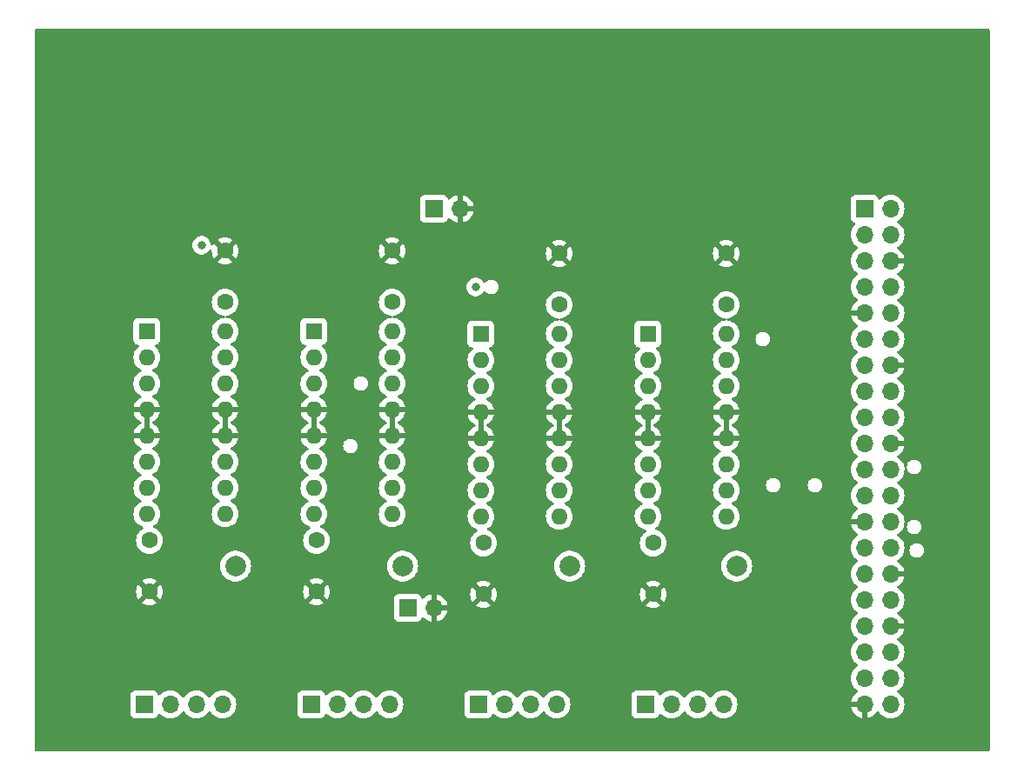
<source format=gbr>
%TF.GenerationSoftware,KiCad,Pcbnew,(7.0.0)*%
%TF.CreationDate,2023-04-25T22:49:32-05:00*%
%TF.ProjectId,ThorPCB,54686f72-5043-4422-9e6b-696361645f70,rev?*%
%TF.SameCoordinates,Original*%
%TF.FileFunction,Copper,L2,Inr*%
%TF.FilePolarity,Positive*%
%FSLAX46Y46*%
G04 Gerber Fmt 4.6, Leading zero omitted, Abs format (unit mm)*
G04 Created by KiCad (PCBNEW (7.0.0)) date 2023-04-25 22:49:32*
%MOMM*%
%LPD*%
G01*
G04 APERTURE LIST*
%TA.AperFunction,ComponentPad*%
%ADD10C,1.600000*%
%TD*%
%TA.AperFunction,ComponentPad*%
%ADD11R,1.600000X1.600000*%
%TD*%
%TA.AperFunction,ComponentPad*%
%ADD12O,1.600000X1.600000*%
%TD*%
%TA.AperFunction,ComponentPad*%
%ADD13R,1.700000X1.700000*%
%TD*%
%TA.AperFunction,ComponentPad*%
%ADD14O,1.700000X1.700000*%
%TD*%
%TA.AperFunction,ViaPad*%
%ADD15C,0.800000*%
%TD*%
%TA.AperFunction,ViaPad*%
%ADD16C,0.650000*%
%TD*%
%TA.AperFunction,ViaPad*%
%ADD17C,2.000000*%
%TD*%
G04 APERTURE END LIST*
D10*
%TO.N,+5V*%
%TO.C,C8*%
X129794000Y-60666000D03*
%TO.N,GND*%
X129794000Y-55666000D03*
%TD*%
%TO.N,+5V*%
%TO.C,C7*%
X146050000Y-60666000D03*
%TO.N,GND*%
X146050000Y-55666000D03*
%TD*%
%TO.N,GND*%
%TO.C,C6*%
X162306000Y-55920000D03*
%TO.N,+5V*%
X162306000Y-60920000D03*
%TD*%
%TO.N,+5V*%
%TO.C,C5*%
X178562000Y-60920000D03*
%TO.N,GND*%
X178562000Y-55920000D03*
%TD*%
%TO.N,+12V*%
%TO.C,C4*%
X171450000Y-84114000D03*
%TO.N,GND*%
X171450000Y-89114000D03*
%TD*%
%TO.N,+12V*%
%TO.C,C3*%
X154940000Y-84114000D03*
%TO.N,GND*%
X154940000Y-89114000D03*
%TD*%
%TO.N,+12V*%
%TO.C,C2*%
X138684000Y-83860000D03*
%TO.N,GND*%
X138684000Y-88860000D03*
%TD*%
%TO.N,+12V*%
%TO.C,C1*%
X122428000Y-83860000D03*
%TO.N,GND*%
X122428000Y-88860000D03*
%TD*%
D11*
%TO.N,+5V*%
%TO.C,U2*%
X154685999Y-63753999D03*
D12*
%TO.N,Net-(J1-Pin_18)*%
X154685999Y-66293999D03*
%TO.N,Net-(M2--)*%
X154685999Y-68833999D03*
%TO.N,GND*%
X154685999Y-71373999D03*
X154685999Y-73913999D03*
%TO.N,Net-(U2-2Y)*%
X154685999Y-76453999D03*
%TO.N,Net-(J1-Pin_16)*%
X154685999Y-78993999D03*
%TO.N,+12V*%
X154685999Y-81533999D03*
%TO.N,+5V*%
X162305999Y-81533999D03*
%TO.N,Net-(J1-Pin_21)*%
X162305999Y-78993999D03*
%TO.N,Net-(U2-3Y)*%
X162305999Y-76453999D03*
%TO.N,GND*%
X162305999Y-73913999D03*
X162305999Y-71373999D03*
%TO.N,Net-(U2-4Y)*%
X162305999Y-68833999D03*
%TO.N,Net-(J1-Pin_19)*%
X162305999Y-66293999D03*
%TO.N,+5V*%
X162305999Y-63753999D03*
%TD*%
D11*
%TO.N,+5V*%
%TO.C,U3*%
X170941999Y-63753999D03*
D12*
%TO.N,Net-(J1-Pin_12)*%
X170941999Y-66293999D03*
%TO.N,Net-(M3--)*%
X170941999Y-68833999D03*
%TO.N,GND*%
X170941999Y-71373999D03*
X170941999Y-73913999D03*
%TO.N,Net-(U3-2Y)*%
X170941999Y-76453999D03*
%TO.N,Net-(J1-Pin_11)*%
X170941999Y-78993999D03*
%TO.N,+12V*%
X170941999Y-81533999D03*
%TO.N,+5V*%
X178561999Y-81533999D03*
%TO.N,Net-(J1-Pin_13)*%
X178561999Y-78993999D03*
%TO.N,Net-(U3-3Y)*%
X178561999Y-76453999D03*
%TO.N,GND*%
X178561999Y-73913999D03*
X178561999Y-71373999D03*
%TO.N,Net-(U3-4Y)*%
X178561999Y-68833999D03*
%TO.N,Net-(J1-Pin_15)*%
X178561999Y-66293999D03*
%TO.N,+5V*%
X178561999Y-63753999D03*
%TD*%
D13*
%TO.N,unconnected-(J1-Pin_1-Pad1)*%
%TO.C,J1*%
X192023999Y-51561999D03*
D14*
%TO.N,+5V*%
X194563999Y-51561999D03*
%TO.N,Net-(J1-Pin_3)*%
X192023999Y-54101999D03*
%TO.N,+5V*%
X194563999Y-54101999D03*
%TO.N,Net-(J1-Pin_5)*%
X192023999Y-56641999D03*
%TO.N,GND*%
X194563999Y-56641999D03*
%TO.N,Net-(J1-Pin_7)*%
X192023999Y-59181999D03*
%TO.N,unconnected-(J1-Pin_8-Pad8)*%
X194563999Y-59181999D03*
%TO.N,GND*%
X192023999Y-61721999D03*
%TO.N,Net-(J1-Pin_10)*%
X194563999Y-61721999D03*
%TO.N,Net-(J1-Pin_11)*%
X192023999Y-64261999D03*
%TO.N,Net-(J1-Pin_12)*%
X194563999Y-64261999D03*
%TO.N,Net-(J1-Pin_13)*%
X192023999Y-66801999D03*
%TO.N,GND*%
X194563999Y-66801999D03*
%TO.N,Net-(J1-Pin_15)*%
X192023999Y-69341999D03*
%TO.N,Net-(J1-Pin_16)*%
X194563999Y-69341999D03*
%TO.N,unconnected-(J1-Pin_17-Pad17)*%
X192023999Y-71881999D03*
%TO.N,Net-(J1-Pin_18)*%
X194563999Y-71881999D03*
%TO.N,Net-(J1-Pin_19)*%
X192023999Y-74421999D03*
%TO.N,GND*%
X194563999Y-74421999D03*
%TO.N,Net-(J1-Pin_21)*%
X192023999Y-76961999D03*
%TO.N,Net-(J1-Pin_22)*%
X194563999Y-76961999D03*
%TO.N,Net-(J1-Pin_23)*%
X192023999Y-79501999D03*
%TO.N,Net-(J1-Pin_24)*%
X194563999Y-79501999D03*
%TO.N,GND*%
X192023999Y-82041999D03*
%TO.N,Net-(J1-Pin_26)*%
X194563999Y-82041999D03*
%TO.N,unconnected-(J1-Pin_27-Pad27)*%
X192023999Y-84581999D03*
%TO.N,unconnected-(J1-Pin_28-Pad28)*%
X194563999Y-84581999D03*
%TO.N,unconnected-(J1-Pin_29-Pad29)*%
X192023999Y-87121999D03*
%TO.N,GND*%
X194563999Y-87121999D03*
%TO.N,unconnected-(J1-Pin_31-Pad31)*%
X192023999Y-89661999D03*
%TO.N,unconnected-(J1-Pin_32-Pad32)*%
X194563999Y-89661999D03*
%TO.N,unconnected-(J1-Pin_33-Pad33)*%
X192023999Y-92201999D03*
%TO.N,GND*%
X194563999Y-92201999D03*
%TO.N,unconnected-(J1-Pin_35-Pad35)*%
X192023999Y-94741999D03*
%TO.N,unconnected-(J1-Pin_36-Pad36)*%
X194563999Y-94741999D03*
%TO.N,unconnected-(J1-Pin_37-Pad37)*%
X192023999Y-97281999D03*
%TO.N,unconnected-(J1-Pin_38-Pad38)*%
X194563999Y-97281999D03*
%TO.N,GND*%
X192023999Y-99821999D03*
%TO.N,unconnected-(J1-Pin_40-Pad40)*%
X194563999Y-99821999D03*
%TD*%
D12*
%TO.N,+5V*%
%TO.C,U1*%
X146049999Y-63499999D03*
%TO.N,Net-(J1-Pin_22)*%
X146049999Y-66039999D03*
%TO.N,Net-(U1-4Y)*%
X146049999Y-68579999D03*
%TO.N,GND*%
X146049999Y-71119999D03*
X146049999Y-73659999D03*
%TO.N,Net-(U1-3Y)*%
X146049999Y-76199999D03*
%TO.N,Net-(J1-Pin_24)*%
X146049999Y-78739999D03*
%TO.N,+5V*%
X146049999Y-81279999D03*
%TO.N,+12V*%
X138429999Y-81279999D03*
%TO.N,Net-(J1-Pin_26)*%
X138429999Y-78739999D03*
%TO.N,Net-(U1-2Y)*%
X138429999Y-76199999D03*
%TO.N,GND*%
X138429999Y-73659999D03*
X138429999Y-71119999D03*
%TO.N,Net-(M1--)*%
X138429999Y-68579999D03*
%TO.N,Net-(J1-Pin_23)*%
X138429999Y-66039999D03*
D11*
%TO.N,+5V*%
X138429999Y-63499999D03*
%TD*%
D13*
%TO.N,+12V*%
%TO.C,+*%
X147568999Y-90423999D03*
D14*
%TO.N,GND*%
X150108999Y-90423999D03*
%TD*%
D13*
%TO.N,Net-(U1-2Y)*%
%TO.C,M1*%
X138175999Y-99821999D03*
D14*
%TO.N,Net-(M1--)*%
X140715999Y-99821999D03*
%TO.N,Net-(U1-3Y)*%
X143255999Y-99821999D03*
%TO.N,Net-(U1-4Y)*%
X145795999Y-99821999D03*
%TD*%
D11*
%TO.N,+5V*%
%TO.C,U0*%
X122173999Y-63499999D03*
D12*
%TO.N,Net-(J1-Pin_7)*%
X122173999Y-66039999D03*
%TO.N,Net-(M0--)*%
X122173999Y-68579999D03*
%TO.N,GND*%
X122173999Y-71119999D03*
X122173999Y-73659999D03*
%TO.N,Net-(U0-2Y)*%
X122173999Y-76199999D03*
%TO.N,Net-(J1-Pin_5)*%
X122173999Y-78739999D03*
%TO.N,+12V*%
X122173999Y-81279999D03*
%TO.N,+5V*%
X129793999Y-81279999D03*
%TO.N,Net-(J1-Pin_3)*%
X129793999Y-78739999D03*
%TO.N,Net-(U0-3Y)*%
X129793999Y-76199999D03*
%TO.N,GND*%
X129793999Y-73659999D03*
X129793999Y-71119999D03*
%TO.N,Net-(U0-4Y)*%
X129793999Y-68579999D03*
%TO.N,Net-(J1-Pin_10)*%
X129793999Y-66039999D03*
%TO.N,+5V*%
X129793999Y-63499999D03*
%TD*%
D13*
%TO.N,Net-(U3-2Y)*%
%TO.C,M3*%
X170687999Y-99821999D03*
D14*
%TO.N,Net-(M3--)*%
X173227999Y-99821999D03*
%TO.N,Net-(U3-3Y)*%
X175767999Y-99821999D03*
%TO.N,Net-(U3-4Y)*%
X178307999Y-99821999D03*
%TD*%
D13*
%TO.N,Net-(U0-2Y)*%
%TO.C,M0*%
X121919999Y-99821999D03*
D14*
%TO.N,Net-(M0--)*%
X124459999Y-99821999D03*
%TO.N,Net-(U0-3Y)*%
X126999999Y-99821999D03*
%TO.N,Net-(U0-4Y)*%
X129539999Y-99821999D03*
%TD*%
D13*
%TO.N,+5V*%
%TO.C,J3*%
X150108999Y-51561999D03*
D14*
%TO.N,GND*%
X152648999Y-51561999D03*
%TD*%
D13*
%TO.N,Net-(U2-2Y)*%
%TO.C,M2*%
X154431999Y-99821999D03*
D14*
%TO.N,Net-(M2--)*%
X156971999Y-99821999D03*
%TO.N,Net-(U2-3Y)*%
X159511999Y-99821999D03*
%TO.N,Net-(U2-4Y)*%
X162051999Y-99821999D03*
%TD*%
D15*
%TO.N,Net-(J1-Pin_23)*%
X154178000Y-59182000D03*
%TO.N,Net-(J1-Pin_3)*%
X127508000Y-55118000D03*
D16*
%TO.N,GND*%
X117602000Y-69850000D03*
X152146000Y-72390000D03*
X132080000Y-73660000D03*
X165862000Y-72644000D03*
X182626000Y-73914000D03*
X183896000Y-76454000D03*
X148336000Y-68580000D03*
X164592000Y-75184000D03*
X116332000Y-69850000D03*
X118872000Y-69850000D03*
X135890000Y-76200000D03*
X182626000Y-71374000D03*
X135890000Y-69850000D03*
X135890000Y-74930000D03*
X149606000Y-71120000D03*
X132080000Y-69850000D03*
X148336000Y-69850000D03*
X116332000Y-73660000D03*
X120142000Y-68580000D03*
X168402000Y-68834000D03*
X120142000Y-73660000D03*
X120142000Y-76200000D03*
X185166000Y-71374000D03*
X149606000Y-76200000D03*
X168402000Y-71374000D03*
X149606000Y-68580000D03*
X181356000Y-73914000D03*
X181356000Y-71374000D03*
X133350000Y-76200000D03*
X116332000Y-68580000D03*
X135890000Y-73660000D03*
X181356000Y-75184000D03*
X152146000Y-71120000D03*
X135890000Y-68580000D03*
X133350000Y-71120000D03*
X185166000Y-75184000D03*
X133350000Y-69850000D03*
X164592000Y-68834000D03*
X167132000Y-71374000D03*
X149606000Y-72390000D03*
X185166000Y-68834000D03*
X185166000Y-70104000D03*
X167132000Y-73914000D03*
X120142000Y-74930000D03*
X182626000Y-76454000D03*
X116332000Y-76200000D03*
X134620000Y-74930000D03*
X120142000Y-71120000D03*
X132080000Y-76200000D03*
X185166000Y-76454000D03*
X181356000Y-76454000D03*
X117602000Y-68580000D03*
X117602000Y-74930000D03*
X168402000Y-70104000D03*
X183896000Y-70104000D03*
X152146000Y-69850000D03*
X149606000Y-73660000D03*
X134620000Y-76200000D03*
X150876000Y-72390000D03*
X118872000Y-72390000D03*
X117602000Y-71120000D03*
X165862000Y-68834000D03*
X183896000Y-73914000D03*
X135890000Y-72390000D03*
X152146000Y-76200000D03*
X134620000Y-72390000D03*
X133350000Y-73660000D03*
X165862000Y-76454000D03*
X118872000Y-68580000D03*
X167132000Y-76454000D03*
X164592000Y-70104000D03*
X117602000Y-72390000D03*
X120142000Y-72390000D03*
X116332000Y-71120000D03*
X168402000Y-73914000D03*
X116332000Y-72390000D03*
X182626000Y-75184000D03*
X181356000Y-68834000D03*
X182626000Y-70104000D03*
X149606000Y-74930000D03*
X185166000Y-72644000D03*
X134620000Y-69850000D03*
X150876000Y-74930000D03*
X133350000Y-72390000D03*
X152146000Y-73660000D03*
X181356000Y-70104000D03*
X183896000Y-72644000D03*
X132080000Y-68580000D03*
X150876000Y-71120000D03*
X116332000Y-74930000D03*
X149606000Y-69850000D03*
X148336000Y-74930000D03*
X168402000Y-75184000D03*
X165862000Y-75184000D03*
X134620000Y-71120000D03*
X164592000Y-76454000D03*
X165862000Y-71374000D03*
X165862000Y-70104000D03*
X164592000Y-72644000D03*
X183896000Y-71374000D03*
X152146000Y-74930000D03*
X118872000Y-73660000D03*
X148336000Y-71120000D03*
X118872000Y-74930000D03*
X150876000Y-76200000D03*
X148336000Y-76200000D03*
X168402000Y-72644000D03*
X132080000Y-72390000D03*
X133350000Y-74930000D03*
X152146000Y-68580000D03*
X132080000Y-71120000D03*
X150876000Y-68580000D03*
X148336000Y-72390000D03*
X117602000Y-76200000D03*
X183896000Y-68834000D03*
X135890000Y-71120000D03*
X183896000Y-75184000D03*
X132080000Y-74930000D03*
X167132000Y-72644000D03*
X150876000Y-69850000D03*
X165862000Y-73914000D03*
X167132000Y-68834000D03*
X148336000Y-73660000D03*
X181356000Y-72644000D03*
X134620000Y-68580000D03*
X118872000Y-76200000D03*
X185166000Y-73914000D03*
X168402000Y-76454000D03*
X133350000Y-68580000D03*
X117602000Y-73660000D03*
X164592000Y-73914000D03*
X118872000Y-71120000D03*
X120142000Y-69850000D03*
X182626000Y-68834000D03*
X164592000Y-71374000D03*
X150876000Y-73660000D03*
X167132000Y-70104000D03*
X167132000Y-75184000D03*
X134620000Y-73660000D03*
X182626000Y-72644000D03*
D17*
%TO.N,Net-(U0-3Y)*%
X130810000Y-86360000D03*
%TO.N,Net-(U1-3Y)*%
X147066000Y-86360000D03*
%TO.N,Net-(U2-3Y)*%
X163322000Y-86360000D03*
%TO.N,Net-(U3-3Y)*%
X179578000Y-86360000D03*
%TD*%
%TA.AperFunction,Conductor*%
%TO.N,GND*%
G36*
X204143500Y-34063113D02*
G01*
X204188887Y-34108500D01*
X204205500Y-34170500D01*
X204205500Y-104259500D01*
X204188887Y-104321500D01*
X204143500Y-104366887D01*
X204081500Y-104383500D01*
X111386500Y-104383500D01*
X111324500Y-104366887D01*
X111279113Y-104321500D01*
X111262500Y-104259500D01*
X111262500Y-100716578D01*
X120569500Y-100716578D01*
X120569501Y-100719872D01*
X120569853Y-100723150D01*
X120569854Y-100723161D01*
X120575079Y-100771768D01*
X120575080Y-100771773D01*
X120575909Y-100779483D01*
X120578619Y-100786749D01*
X120578620Y-100786753D01*
X120604552Y-100856278D01*
X120626204Y-100914331D01*
X120631518Y-100921430D01*
X120631519Y-100921431D01*
X120687367Y-100996035D01*
X120712454Y-101029546D01*
X120827669Y-101115796D01*
X120962517Y-101166091D01*
X121022127Y-101172500D01*
X122817872Y-101172499D01*
X122877483Y-101166091D01*
X123012331Y-101115796D01*
X123127546Y-101029546D01*
X123213796Y-100914331D01*
X123262810Y-100782916D01*
X123297789Y-100732537D01*
X123352634Y-100705084D01*
X123413927Y-100707273D01*
X123466673Y-100738569D01*
X123588599Y-100860495D01*
X123593031Y-100863598D01*
X123593033Y-100863600D01*
X123737260Y-100964589D01*
X123782170Y-100996035D01*
X123996337Y-101095903D01*
X124224592Y-101157063D01*
X124460000Y-101177659D01*
X124695408Y-101157063D01*
X124923663Y-101095903D01*
X125137830Y-100996035D01*
X125331401Y-100860495D01*
X125498495Y-100693401D01*
X125628424Y-100507842D01*
X125672743Y-100468976D01*
X125730000Y-100454965D01*
X125787257Y-100468976D01*
X125831575Y-100507842D01*
X125958395Y-100688961D01*
X125958401Y-100688968D01*
X125961505Y-100693401D01*
X126128599Y-100860495D01*
X126133031Y-100863598D01*
X126133033Y-100863600D01*
X126277260Y-100964589D01*
X126322170Y-100996035D01*
X126536337Y-101095903D01*
X126764592Y-101157063D01*
X127000000Y-101177659D01*
X127235408Y-101157063D01*
X127463663Y-101095903D01*
X127677830Y-100996035D01*
X127871401Y-100860495D01*
X128038495Y-100693401D01*
X128168424Y-100507842D01*
X128212743Y-100468976D01*
X128270000Y-100454965D01*
X128327257Y-100468976D01*
X128371575Y-100507842D01*
X128498395Y-100688961D01*
X128498401Y-100688968D01*
X128501505Y-100693401D01*
X128668599Y-100860495D01*
X128673031Y-100863598D01*
X128673033Y-100863600D01*
X128817260Y-100964589D01*
X128862170Y-100996035D01*
X129076337Y-101095903D01*
X129304592Y-101157063D01*
X129540000Y-101177659D01*
X129775408Y-101157063D01*
X130003663Y-101095903D01*
X130217830Y-100996035D01*
X130411401Y-100860495D01*
X130555318Y-100716578D01*
X136825500Y-100716578D01*
X136825501Y-100719872D01*
X136825853Y-100723150D01*
X136825854Y-100723161D01*
X136831079Y-100771768D01*
X136831080Y-100771773D01*
X136831909Y-100779483D01*
X136834619Y-100786749D01*
X136834620Y-100786753D01*
X136860552Y-100856278D01*
X136882204Y-100914331D01*
X136887518Y-100921430D01*
X136887519Y-100921431D01*
X136943367Y-100996035D01*
X136968454Y-101029546D01*
X137083669Y-101115796D01*
X137218517Y-101166091D01*
X137278127Y-101172500D01*
X139073872Y-101172499D01*
X139133483Y-101166091D01*
X139268331Y-101115796D01*
X139383546Y-101029546D01*
X139469796Y-100914331D01*
X139518810Y-100782916D01*
X139553789Y-100732537D01*
X139608634Y-100705084D01*
X139669927Y-100707273D01*
X139722673Y-100738569D01*
X139844599Y-100860495D01*
X139849031Y-100863598D01*
X139849033Y-100863600D01*
X139993260Y-100964589D01*
X140038170Y-100996035D01*
X140252337Y-101095903D01*
X140480592Y-101157063D01*
X140716000Y-101177659D01*
X140951408Y-101157063D01*
X141179663Y-101095903D01*
X141393830Y-100996035D01*
X141587401Y-100860495D01*
X141754495Y-100693401D01*
X141884424Y-100507842D01*
X141928743Y-100468976D01*
X141986000Y-100454965D01*
X142043257Y-100468976D01*
X142087575Y-100507842D01*
X142214395Y-100688961D01*
X142214401Y-100688968D01*
X142217505Y-100693401D01*
X142384599Y-100860495D01*
X142389031Y-100863598D01*
X142389033Y-100863600D01*
X142533260Y-100964589D01*
X142578170Y-100996035D01*
X142792337Y-101095903D01*
X143020592Y-101157063D01*
X143256000Y-101177659D01*
X143491408Y-101157063D01*
X143719663Y-101095903D01*
X143933830Y-100996035D01*
X144127401Y-100860495D01*
X144294495Y-100693401D01*
X144424424Y-100507842D01*
X144468743Y-100468976D01*
X144526000Y-100454965D01*
X144583257Y-100468976D01*
X144627575Y-100507842D01*
X144754395Y-100688961D01*
X144754401Y-100688968D01*
X144757505Y-100693401D01*
X144924599Y-100860495D01*
X144929031Y-100863598D01*
X144929033Y-100863600D01*
X145073260Y-100964589D01*
X145118170Y-100996035D01*
X145332337Y-101095903D01*
X145560592Y-101157063D01*
X145796000Y-101177659D01*
X146031408Y-101157063D01*
X146259663Y-101095903D01*
X146473830Y-100996035D01*
X146667401Y-100860495D01*
X146811318Y-100716578D01*
X153081500Y-100716578D01*
X153081501Y-100719872D01*
X153081853Y-100723150D01*
X153081854Y-100723161D01*
X153087079Y-100771768D01*
X153087080Y-100771773D01*
X153087909Y-100779483D01*
X153090619Y-100786749D01*
X153090620Y-100786753D01*
X153116552Y-100856278D01*
X153138204Y-100914331D01*
X153143518Y-100921430D01*
X153143519Y-100921431D01*
X153199367Y-100996035D01*
X153224454Y-101029546D01*
X153339669Y-101115796D01*
X153474517Y-101166091D01*
X153534127Y-101172500D01*
X155329872Y-101172499D01*
X155389483Y-101166091D01*
X155524331Y-101115796D01*
X155639546Y-101029546D01*
X155725796Y-100914331D01*
X155774810Y-100782916D01*
X155809789Y-100732537D01*
X155864634Y-100705084D01*
X155925927Y-100707273D01*
X155978673Y-100738569D01*
X156100599Y-100860495D01*
X156105031Y-100863598D01*
X156105033Y-100863600D01*
X156249260Y-100964589D01*
X156294170Y-100996035D01*
X156508337Y-101095903D01*
X156736592Y-101157063D01*
X156972000Y-101177659D01*
X157207408Y-101157063D01*
X157435663Y-101095903D01*
X157649830Y-100996035D01*
X157843401Y-100860495D01*
X158010495Y-100693401D01*
X158140424Y-100507842D01*
X158184743Y-100468976D01*
X158242000Y-100454965D01*
X158299257Y-100468976D01*
X158343575Y-100507842D01*
X158470395Y-100688961D01*
X158470401Y-100688968D01*
X158473505Y-100693401D01*
X158640599Y-100860495D01*
X158645031Y-100863598D01*
X158645033Y-100863600D01*
X158789260Y-100964589D01*
X158834170Y-100996035D01*
X159048337Y-101095903D01*
X159276592Y-101157063D01*
X159512000Y-101177659D01*
X159747408Y-101157063D01*
X159975663Y-101095903D01*
X160189830Y-100996035D01*
X160383401Y-100860495D01*
X160550495Y-100693401D01*
X160680424Y-100507842D01*
X160724743Y-100468976D01*
X160782000Y-100454965D01*
X160839257Y-100468976D01*
X160883575Y-100507842D01*
X161010395Y-100688961D01*
X161010401Y-100688968D01*
X161013505Y-100693401D01*
X161180599Y-100860495D01*
X161185031Y-100863598D01*
X161185033Y-100863600D01*
X161329260Y-100964589D01*
X161374170Y-100996035D01*
X161588337Y-101095903D01*
X161816592Y-101157063D01*
X162052000Y-101177659D01*
X162287408Y-101157063D01*
X162515663Y-101095903D01*
X162729830Y-100996035D01*
X162923401Y-100860495D01*
X163067318Y-100716578D01*
X169337500Y-100716578D01*
X169337501Y-100719872D01*
X169337853Y-100723150D01*
X169337854Y-100723161D01*
X169343079Y-100771768D01*
X169343080Y-100771773D01*
X169343909Y-100779483D01*
X169346619Y-100786749D01*
X169346620Y-100786753D01*
X169372552Y-100856278D01*
X169394204Y-100914331D01*
X169399518Y-100921430D01*
X169399519Y-100921431D01*
X169455367Y-100996035D01*
X169480454Y-101029546D01*
X169595669Y-101115796D01*
X169730517Y-101166091D01*
X169790127Y-101172500D01*
X171585872Y-101172499D01*
X171645483Y-101166091D01*
X171780331Y-101115796D01*
X171895546Y-101029546D01*
X171981796Y-100914331D01*
X172030810Y-100782916D01*
X172065789Y-100732537D01*
X172120634Y-100705084D01*
X172181927Y-100707273D01*
X172234673Y-100738569D01*
X172356599Y-100860495D01*
X172361031Y-100863598D01*
X172361033Y-100863600D01*
X172505260Y-100964589D01*
X172550170Y-100996035D01*
X172764337Y-101095903D01*
X172992592Y-101157063D01*
X173228000Y-101177659D01*
X173463408Y-101157063D01*
X173691663Y-101095903D01*
X173905830Y-100996035D01*
X174099401Y-100860495D01*
X174266495Y-100693401D01*
X174396424Y-100507842D01*
X174440743Y-100468976D01*
X174498000Y-100454965D01*
X174555257Y-100468976D01*
X174599575Y-100507842D01*
X174726395Y-100688961D01*
X174726401Y-100688968D01*
X174729505Y-100693401D01*
X174896599Y-100860495D01*
X174901031Y-100863598D01*
X174901033Y-100863600D01*
X175045260Y-100964589D01*
X175090170Y-100996035D01*
X175304337Y-101095903D01*
X175532592Y-101157063D01*
X175768000Y-101177659D01*
X176003408Y-101157063D01*
X176231663Y-101095903D01*
X176445830Y-100996035D01*
X176639401Y-100860495D01*
X176806495Y-100693401D01*
X176936424Y-100507842D01*
X176980743Y-100468976D01*
X177038000Y-100454965D01*
X177095257Y-100468976D01*
X177139575Y-100507842D01*
X177266395Y-100688961D01*
X177266401Y-100688968D01*
X177269505Y-100693401D01*
X177436599Y-100860495D01*
X177441031Y-100863598D01*
X177441033Y-100863600D01*
X177585260Y-100964589D01*
X177630170Y-100996035D01*
X177844337Y-101095903D01*
X178072592Y-101157063D01*
X178308000Y-101177659D01*
X178543408Y-101157063D01*
X178771663Y-101095903D01*
X178985830Y-100996035D01*
X179179401Y-100860495D01*
X179346495Y-100693401D01*
X179482035Y-100499830D01*
X179581903Y-100285663D01*
X179638470Y-100074551D01*
X190696688Y-100074551D01*
X190697056Y-100085780D01*
X190749168Y-100280263D01*
X190752856Y-100290397D01*
X190848113Y-100494676D01*
X190853501Y-100504008D01*
X190982784Y-100688643D01*
X190989721Y-100696909D01*
X191149090Y-100856278D01*
X191157356Y-100863215D01*
X191341991Y-100992498D01*
X191351323Y-100997886D01*
X191555602Y-101093143D01*
X191565736Y-101096831D01*
X191760219Y-101148943D01*
X191771448Y-101149311D01*
X191774000Y-101138369D01*
X191774000Y-100088326D01*
X191770549Y-100075450D01*
X191757674Y-100072000D01*
X190707631Y-100072000D01*
X190696688Y-100074551D01*
X179638470Y-100074551D01*
X179643063Y-100057408D01*
X179663659Y-99822000D01*
X179643063Y-99586592D01*
X179581903Y-99358337D01*
X179482035Y-99144171D01*
X179346495Y-98950599D01*
X179179401Y-98783505D01*
X179174970Y-98780402D01*
X179174966Y-98780399D01*
X178990259Y-98651066D01*
X178990257Y-98651064D01*
X178985830Y-98647965D01*
X178980933Y-98645681D01*
X178980927Y-98645678D01*
X178776572Y-98550386D01*
X178776570Y-98550385D01*
X178771663Y-98548097D01*
X178766438Y-98546697D01*
X178766430Y-98546694D01*
X178548634Y-98488337D01*
X178548630Y-98488336D01*
X178543408Y-98486937D01*
X178538020Y-98486465D01*
X178538017Y-98486465D01*
X178313395Y-98466813D01*
X178308000Y-98466341D01*
X178302605Y-98466813D01*
X178077982Y-98486465D01*
X178077977Y-98486465D01*
X178072592Y-98486937D01*
X178067371Y-98488335D01*
X178067365Y-98488337D01*
X177849569Y-98546694D01*
X177849557Y-98546698D01*
X177844337Y-98548097D01*
X177839432Y-98550383D01*
X177839427Y-98550386D01*
X177635081Y-98645675D01*
X177635077Y-98645677D01*
X177630171Y-98647965D01*
X177625738Y-98651068D01*
X177625731Y-98651073D01*
X177441034Y-98780399D01*
X177441029Y-98780402D01*
X177436599Y-98783505D01*
X177432775Y-98787328D01*
X177432769Y-98787334D01*
X177273334Y-98946769D01*
X177273328Y-98946775D01*
X177269505Y-98950599D01*
X177266402Y-98955029D01*
X177266399Y-98955034D01*
X177139575Y-99136159D01*
X177095257Y-99175025D01*
X177038000Y-99189036D01*
X176980743Y-99175025D01*
X176936425Y-99136159D01*
X176925327Y-99120310D01*
X176806495Y-98950599D01*
X176639401Y-98783505D01*
X176634970Y-98780402D01*
X176634966Y-98780399D01*
X176450259Y-98651066D01*
X176450257Y-98651064D01*
X176445830Y-98647965D01*
X176440933Y-98645681D01*
X176440927Y-98645678D01*
X176236572Y-98550386D01*
X176236570Y-98550385D01*
X176231663Y-98548097D01*
X176226438Y-98546697D01*
X176226430Y-98546694D01*
X176008634Y-98488337D01*
X176008630Y-98488336D01*
X176003408Y-98486937D01*
X175998020Y-98486465D01*
X175998017Y-98486465D01*
X175773395Y-98466813D01*
X175768000Y-98466341D01*
X175762605Y-98466813D01*
X175537982Y-98486465D01*
X175537977Y-98486465D01*
X175532592Y-98486937D01*
X175527371Y-98488335D01*
X175527365Y-98488337D01*
X175309569Y-98546694D01*
X175309557Y-98546698D01*
X175304337Y-98548097D01*
X175299432Y-98550383D01*
X175299427Y-98550386D01*
X175095081Y-98645675D01*
X175095077Y-98645677D01*
X175090171Y-98647965D01*
X175085738Y-98651068D01*
X175085731Y-98651073D01*
X174901034Y-98780399D01*
X174901029Y-98780402D01*
X174896599Y-98783505D01*
X174892775Y-98787328D01*
X174892769Y-98787334D01*
X174733334Y-98946769D01*
X174733328Y-98946775D01*
X174729505Y-98950599D01*
X174726402Y-98955029D01*
X174726399Y-98955034D01*
X174599575Y-99136159D01*
X174555257Y-99175025D01*
X174498000Y-99189036D01*
X174440743Y-99175025D01*
X174396425Y-99136159D01*
X174385327Y-99120310D01*
X174266495Y-98950599D01*
X174099401Y-98783505D01*
X174094970Y-98780402D01*
X174094966Y-98780399D01*
X173910259Y-98651066D01*
X173910257Y-98651064D01*
X173905830Y-98647965D01*
X173900933Y-98645681D01*
X173900927Y-98645678D01*
X173696572Y-98550386D01*
X173696570Y-98550385D01*
X173691663Y-98548097D01*
X173686438Y-98546697D01*
X173686430Y-98546694D01*
X173468634Y-98488337D01*
X173468630Y-98488336D01*
X173463408Y-98486937D01*
X173458020Y-98486465D01*
X173458017Y-98486465D01*
X173233395Y-98466813D01*
X173228000Y-98466341D01*
X173222605Y-98466813D01*
X172997982Y-98486465D01*
X172997977Y-98486465D01*
X172992592Y-98486937D01*
X172987371Y-98488335D01*
X172987365Y-98488337D01*
X172769569Y-98546694D01*
X172769557Y-98546698D01*
X172764337Y-98548097D01*
X172759432Y-98550383D01*
X172759427Y-98550386D01*
X172555081Y-98645675D01*
X172555077Y-98645677D01*
X172550171Y-98647965D01*
X172545738Y-98651068D01*
X172545731Y-98651073D01*
X172361034Y-98780399D01*
X172361029Y-98780402D01*
X172356599Y-98783505D01*
X172352775Y-98787328D01*
X172352775Y-98787329D01*
X172234673Y-98905431D01*
X172181926Y-98936726D01*
X172120633Y-98938915D01*
X172065789Y-98911462D01*
X172030810Y-98861082D01*
X172003304Y-98787336D01*
X171981796Y-98729669D01*
X171895546Y-98614454D01*
X171805030Y-98546694D01*
X171787431Y-98533519D01*
X171787430Y-98533518D01*
X171780331Y-98528204D01*
X171673442Y-98488337D01*
X171652752Y-98480620D01*
X171652750Y-98480619D01*
X171645483Y-98477909D01*
X171637770Y-98477079D01*
X171637767Y-98477079D01*
X171589180Y-98471855D01*
X171589169Y-98471854D01*
X171585873Y-98471500D01*
X171582550Y-98471500D01*
X169793439Y-98471500D01*
X169793420Y-98471500D01*
X169790128Y-98471501D01*
X169786850Y-98471853D01*
X169786838Y-98471854D01*
X169738231Y-98477079D01*
X169738225Y-98477080D01*
X169730517Y-98477909D01*
X169723252Y-98480618D01*
X169723246Y-98480620D01*
X169603980Y-98525104D01*
X169603978Y-98525104D01*
X169595669Y-98528204D01*
X169588572Y-98533516D01*
X169588568Y-98533519D01*
X169487550Y-98609141D01*
X169487546Y-98609144D01*
X169480454Y-98614454D01*
X169475144Y-98621546D01*
X169475141Y-98621550D01*
X169399519Y-98722568D01*
X169399516Y-98722572D01*
X169394204Y-98729669D01*
X169391104Y-98737978D01*
X169391104Y-98737980D01*
X169346620Y-98857247D01*
X169346619Y-98857250D01*
X169343909Y-98864517D01*
X169343079Y-98872227D01*
X169343079Y-98872232D01*
X169337855Y-98920819D01*
X169337854Y-98920831D01*
X169337500Y-98924127D01*
X169337500Y-98927448D01*
X169337500Y-98927449D01*
X169337500Y-100716560D01*
X169337500Y-100716578D01*
X163067318Y-100716578D01*
X163090495Y-100693401D01*
X163226035Y-100499830D01*
X163325903Y-100285663D01*
X163387063Y-100057408D01*
X163407659Y-99822000D01*
X163387063Y-99586592D01*
X163325903Y-99358337D01*
X163226035Y-99144171D01*
X163090495Y-98950599D01*
X162923401Y-98783505D01*
X162918970Y-98780402D01*
X162918966Y-98780399D01*
X162734259Y-98651066D01*
X162734257Y-98651064D01*
X162729830Y-98647965D01*
X162724933Y-98645681D01*
X162724927Y-98645678D01*
X162520572Y-98550386D01*
X162520570Y-98550385D01*
X162515663Y-98548097D01*
X162510438Y-98546697D01*
X162510430Y-98546694D01*
X162292634Y-98488337D01*
X162292630Y-98488336D01*
X162287408Y-98486937D01*
X162282020Y-98486465D01*
X162282017Y-98486465D01*
X162057395Y-98466813D01*
X162052000Y-98466341D01*
X162046605Y-98466813D01*
X161821982Y-98486465D01*
X161821977Y-98486465D01*
X161816592Y-98486937D01*
X161811371Y-98488335D01*
X161811365Y-98488337D01*
X161593569Y-98546694D01*
X161593557Y-98546698D01*
X161588337Y-98548097D01*
X161583432Y-98550383D01*
X161583427Y-98550386D01*
X161379081Y-98645675D01*
X161379077Y-98645677D01*
X161374171Y-98647965D01*
X161369738Y-98651068D01*
X161369731Y-98651073D01*
X161185034Y-98780399D01*
X161185029Y-98780402D01*
X161180599Y-98783505D01*
X161176775Y-98787328D01*
X161176769Y-98787334D01*
X161017334Y-98946769D01*
X161017328Y-98946775D01*
X161013505Y-98950599D01*
X161010402Y-98955029D01*
X161010399Y-98955034D01*
X160883575Y-99136159D01*
X160839257Y-99175025D01*
X160782000Y-99189036D01*
X160724743Y-99175025D01*
X160680425Y-99136159D01*
X160669327Y-99120310D01*
X160550495Y-98950599D01*
X160383401Y-98783505D01*
X160378970Y-98780402D01*
X160378966Y-98780399D01*
X160194259Y-98651066D01*
X160194257Y-98651064D01*
X160189830Y-98647965D01*
X160184933Y-98645681D01*
X160184927Y-98645678D01*
X159980572Y-98550386D01*
X159980570Y-98550385D01*
X159975663Y-98548097D01*
X159970438Y-98546697D01*
X159970430Y-98546694D01*
X159752634Y-98488337D01*
X159752630Y-98488336D01*
X159747408Y-98486937D01*
X159742020Y-98486465D01*
X159742017Y-98486465D01*
X159517395Y-98466813D01*
X159512000Y-98466341D01*
X159506605Y-98466813D01*
X159281982Y-98486465D01*
X159281977Y-98486465D01*
X159276592Y-98486937D01*
X159271371Y-98488335D01*
X159271365Y-98488337D01*
X159053569Y-98546694D01*
X159053557Y-98546698D01*
X159048337Y-98548097D01*
X159043432Y-98550383D01*
X159043427Y-98550386D01*
X158839081Y-98645675D01*
X158839077Y-98645677D01*
X158834171Y-98647965D01*
X158829738Y-98651068D01*
X158829731Y-98651073D01*
X158645034Y-98780399D01*
X158645029Y-98780402D01*
X158640599Y-98783505D01*
X158636775Y-98787328D01*
X158636769Y-98787334D01*
X158477334Y-98946769D01*
X158477328Y-98946775D01*
X158473505Y-98950599D01*
X158470402Y-98955029D01*
X158470399Y-98955034D01*
X158343575Y-99136159D01*
X158299257Y-99175025D01*
X158242000Y-99189036D01*
X158184743Y-99175025D01*
X158140425Y-99136159D01*
X158129327Y-99120310D01*
X158010495Y-98950599D01*
X157843401Y-98783505D01*
X157838970Y-98780402D01*
X157838966Y-98780399D01*
X157654259Y-98651066D01*
X157654257Y-98651064D01*
X157649830Y-98647965D01*
X157644933Y-98645681D01*
X157644927Y-98645678D01*
X157440572Y-98550386D01*
X157440570Y-98550385D01*
X157435663Y-98548097D01*
X157430438Y-98546697D01*
X157430430Y-98546694D01*
X157212634Y-98488337D01*
X157212630Y-98488336D01*
X157207408Y-98486937D01*
X157202020Y-98486465D01*
X157202017Y-98486465D01*
X156977395Y-98466813D01*
X156972000Y-98466341D01*
X156966605Y-98466813D01*
X156741982Y-98486465D01*
X156741977Y-98486465D01*
X156736592Y-98486937D01*
X156731371Y-98488335D01*
X156731365Y-98488337D01*
X156513569Y-98546694D01*
X156513557Y-98546698D01*
X156508337Y-98548097D01*
X156503432Y-98550383D01*
X156503427Y-98550386D01*
X156299081Y-98645675D01*
X156299077Y-98645677D01*
X156294171Y-98647965D01*
X156289738Y-98651068D01*
X156289731Y-98651073D01*
X156105034Y-98780399D01*
X156105029Y-98780402D01*
X156100599Y-98783505D01*
X156096775Y-98787328D01*
X156096775Y-98787329D01*
X155978673Y-98905431D01*
X155925926Y-98936726D01*
X155864633Y-98938915D01*
X155809789Y-98911462D01*
X155774810Y-98861082D01*
X155747304Y-98787336D01*
X155725796Y-98729669D01*
X155639546Y-98614454D01*
X155549030Y-98546694D01*
X155531431Y-98533519D01*
X155531430Y-98533518D01*
X155524331Y-98528204D01*
X155417442Y-98488337D01*
X155396752Y-98480620D01*
X155396750Y-98480619D01*
X155389483Y-98477909D01*
X155381770Y-98477079D01*
X155381767Y-98477079D01*
X155333180Y-98471855D01*
X155333169Y-98471854D01*
X155329873Y-98471500D01*
X155326550Y-98471500D01*
X153537439Y-98471500D01*
X153537420Y-98471500D01*
X153534128Y-98471501D01*
X153530850Y-98471853D01*
X153530838Y-98471854D01*
X153482231Y-98477079D01*
X153482225Y-98477080D01*
X153474517Y-98477909D01*
X153467252Y-98480618D01*
X153467246Y-98480620D01*
X153347980Y-98525104D01*
X153347978Y-98525104D01*
X153339669Y-98528204D01*
X153332572Y-98533516D01*
X153332568Y-98533519D01*
X153231550Y-98609141D01*
X153231546Y-98609144D01*
X153224454Y-98614454D01*
X153219144Y-98621546D01*
X153219141Y-98621550D01*
X153143519Y-98722568D01*
X153143516Y-98722572D01*
X153138204Y-98729669D01*
X153135104Y-98737978D01*
X153135104Y-98737980D01*
X153090620Y-98857247D01*
X153090619Y-98857250D01*
X153087909Y-98864517D01*
X153087079Y-98872227D01*
X153087079Y-98872232D01*
X153081855Y-98920819D01*
X153081854Y-98920831D01*
X153081500Y-98924127D01*
X153081500Y-98927448D01*
X153081500Y-98927449D01*
X153081500Y-100716560D01*
X153081500Y-100716578D01*
X146811318Y-100716578D01*
X146834495Y-100693401D01*
X146970035Y-100499830D01*
X147069903Y-100285663D01*
X147131063Y-100057408D01*
X147151659Y-99822000D01*
X147131063Y-99586592D01*
X147069903Y-99358337D01*
X146970035Y-99144171D01*
X146834495Y-98950599D01*
X146667401Y-98783505D01*
X146662970Y-98780402D01*
X146662966Y-98780399D01*
X146478259Y-98651066D01*
X146478257Y-98651064D01*
X146473830Y-98647965D01*
X146468933Y-98645681D01*
X146468927Y-98645678D01*
X146264572Y-98550386D01*
X146264570Y-98550385D01*
X146259663Y-98548097D01*
X146254438Y-98546697D01*
X146254430Y-98546694D01*
X146036634Y-98488337D01*
X146036630Y-98488336D01*
X146031408Y-98486937D01*
X146026020Y-98486465D01*
X146026017Y-98486465D01*
X145801395Y-98466813D01*
X145796000Y-98466341D01*
X145790605Y-98466813D01*
X145565982Y-98486465D01*
X145565977Y-98486465D01*
X145560592Y-98486937D01*
X145555371Y-98488335D01*
X145555365Y-98488337D01*
X145337569Y-98546694D01*
X145337557Y-98546698D01*
X145332337Y-98548097D01*
X145327432Y-98550383D01*
X145327427Y-98550386D01*
X145123081Y-98645675D01*
X145123077Y-98645677D01*
X145118171Y-98647965D01*
X145113738Y-98651068D01*
X145113731Y-98651073D01*
X144929034Y-98780399D01*
X144929029Y-98780402D01*
X144924599Y-98783505D01*
X144920775Y-98787328D01*
X144920769Y-98787334D01*
X144761334Y-98946769D01*
X144761328Y-98946775D01*
X144757505Y-98950599D01*
X144754402Y-98955029D01*
X144754399Y-98955034D01*
X144627575Y-99136159D01*
X144583257Y-99175025D01*
X144526000Y-99189036D01*
X144468743Y-99175025D01*
X144424425Y-99136159D01*
X144413327Y-99120310D01*
X144294495Y-98950599D01*
X144127401Y-98783505D01*
X144122970Y-98780402D01*
X144122966Y-98780399D01*
X143938259Y-98651066D01*
X143938257Y-98651064D01*
X143933830Y-98647965D01*
X143928933Y-98645681D01*
X143928927Y-98645678D01*
X143724572Y-98550386D01*
X143724570Y-98550385D01*
X143719663Y-98548097D01*
X143714438Y-98546697D01*
X143714430Y-98546694D01*
X143496634Y-98488337D01*
X143496630Y-98488336D01*
X143491408Y-98486937D01*
X143486020Y-98486465D01*
X143486017Y-98486465D01*
X143261395Y-98466813D01*
X143256000Y-98466341D01*
X143250605Y-98466813D01*
X143025982Y-98486465D01*
X143025977Y-98486465D01*
X143020592Y-98486937D01*
X143015371Y-98488335D01*
X143015365Y-98488337D01*
X142797569Y-98546694D01*
X142797557Y-98546698D01*
X142792337Y-98548097D01*
X142787432Y-98550383D01*
X142787427Y-98550386D01*
X142583081Y-98645675D01*
X142583077Y-98645677D01*
X142578171Y-98647965D01*
X142573738Y-98651068D01*
X142573731Y-98651073D01*
X142389034Y-98780399D01*
X142389029Y-98780402D01*
X142384599Y-98783505D01*
X142380775Y-98787328D01*
X142380769Y-98787334D01*
X142221334Y-98946769D01*
X142221328Y-98946775D01*
X142217505Y-98950599D01*
X142214402Y-98955029D01*
X142214399Y-98955034D01*
X142087575Y-99136159D01*
X142043257Y-99175025D01*
X141986000Y-99189036D01*
X141928743Y-99175025D01*
X141884425Y-99136159D01*
X141873327Y-99120310D01*
X141754495Y-98950599D01*
X141587401Y-98783505D01*
X141582970Y-98780402D01*
X141582966Y-98780399D01*
X141398259Y-98651066D01*
X141398257Y-98651064D01*
X141393830Y-98647965D01*
X141388933Y-98645681D01*
X141388927Y-98645678D01*
X141184572Y-98550386D01*
X141184570Y-98550385D01*
X141179663Y-98548097D01*
X141174438Y-98546697D01*
X141174430Y-98546694D01*
X140956634Y-98488337D01*
X140956630Y-98488336D01*
X140951408Y-98486937D01*
X140946020Y-98486465D01*
X140946017Y-98486465D01*
X140721395Y-98466813D01*
X140716000Y-98466341D01*
X140710605Y-98466813D01*
X140485982Y-98486465D01*
X140485977Y-98486465D01*
X140480592Y-98486937D01*
X140475371Y-98488335D01*
X140475365Y-98488337D01*
X140257569Y-98546694D01*
X140257557Y-98546698D01*
X140252337Y-98548097D01*
X140247432Y-98550383D01*
X140247427Y-98550386D01*
X140043081Y-98645675D01*
X140043077Y-98645677D01*
X140038171Y-98647965D01*
X140033738Y-98651068D01*
X140033731Y-98651073D01*
X139849034Y-98780399D01*
X139849029Y-98780402D01*
X139844599Y-98783505D01*
X139840775Y-98787328D01*
X139840775Y-98787329D01*
X139722673Y-98905431D01*
X139669926Y-98936726D01*
X139608633Y-98938915D01*
X139553789Y-98911462D01*
X139518810Y-98861082D01*
X139491304Y-98787336D01*
X139469796Y-98729669D01*
X139383546Y-98614454D01*
X139293030Y-98546694D01*
X139275431Y-98533519D01*
X139275430Y-98533518D01*
X139268331Y-98528204D01*
X139161442Y-98488337D01*
X139140752Y-98480620D01*
X139140750Y-98480619D01*
X139133483Y-98477909D01*
X139125770Y-98477079D01*
X139125767Y-98477079D01*
X139077180Y-98471855D01*
X139077169Y-98471854D01*
X139073873Y-98471500D01*
X139070550Y-98471500D01*
X137281439Y-98471500D01*
X137281420Y-98471500D01*
X137278128Y-98471501D01*
X137274850Y-98471853D01*
X137274838Y-98471854D01*
X137226231Y-98477079D01*
X137226225Y-98477080D01*
X137218517Y-98477909D01*
X137211252Y-98480618D01*
X137211246Y-98480620D01*
X137091980Y-98525104D01*
X137091978Y-98525104D01*
X137083669Y-98528204D01*
X137076572Y-98533516D01*
X137076568Y-98533519D01*
X136975550Y-98609141D01*
X136975546Y-98609144D01*
X136968454Y-98614454D01*
X136963144Y-98621546D01*
X136963141Y-98621550D01*
X136887519Y-98722568D01*
X136887516Y-98722572D01*
X136882204Y-98729669D01*
X136879104Y-98737978D01*
X136879104Y-98737980D01*
X136834620Y-98857247D01*
X136834619Y-98857250D01*
X136831909Y-98864517D01*
X136831079Y-98872227D01*
X136831079Y-98872232D01*
X136825855Y-98920819D01*
X136825854Y-98920831D01*
X136825500Y-98924127D01*
X136825500Y-98927448D01*
X136825500Y-98927449D01*
X136825500Y-100716560D01*
X136825500Y-100716578D01*
X130555318Y-100716578D01*
X130578495Y-100693401D01*
X130714035Y-100499830D01*
X130813903Y-100285663D01*
X130875063Y-100057408D01*
X130895659Y-99822000D01*
X130875063Y-99586592D01*
X130813903Y-99358337D01*
X130714035Y-99144171D01*
X130578495Y-98950599D01*
X130411401Y-98783505D01*
X130406970Y-98780402D01*
X130406966Y-98780399D01*
X130222259Y-98651066D01*
X130222257Y-98651064D01*
X130217830Y-98647965D01*
X130212933Y-98645681D01*
X130212927Y-98645678D01*
X130008572Y-98550386D01*
X130008570Y-98550385D01*
X130003663Y-98548097D01*
X129998438Y-98546697D01*
X129998430Y-98546694D01*
X129780634Y-98488337D01*
X129780630Y-98488336D01*
X129775408Y-98486937D01*
X129770020Y-98486465D01*
X129770017Y-98486465D01*
X129545395Y-98466813D01*
X129540000Y-98466341D01*
X129534605Y-98466813D01*
X129309982Y-98486465D01*
X129309977Y-98486465D01*
X129304592Y-98486937D01*
X129299371Y-98488335D01*
X129299365Y-98488337D01*
X129081569Y-98546694D01*
X129081557Y-98546698D01*
X129076337Y-98548097D01*
X129071432Y-98550383D01*
X129071427Y-98550386D01*
X128867081Y-98645675D01*
X128867077Y-98645677D01*
X128862171Y-98647965D01*
X128857738Y-98651068D01*
X128857731Y-98651073D01*
X128673034Y-98780399D01*
X128673029Y-98780402D01*
X128668599Y-98783505D01*
X128664775Y-98787328D01*
X128664769Y-98787334D01*
X128505334Y-98946769D01*
X128505328Y-98946775D01*
X128501505Y-98950599D01*
X128498402Y-98955029D01*
X128498399Y-98955034D01*
X128371575Y-99136159D01*
X128327257Y-99175025D01*
X128270000Y-99189036D01*
X128212743Y-99175025D01*
X128168425Y-99136159D01*
X128157327Y-99120310D01*
X128038495Y-98950599D01*
X127871401Y-98783505D01*
X127866970Y-98780402D01*
X127866966Y-98780399D01*
X127682259Y-98651066D01*
X127682257Y-98651064D01*
X127677830Y-98647965D01*
X127672933Y-98645681D01*
X127672927Y-98645678D01*
X127468572Y-98550386D01*
X127468570Y-98550385D01*
X127463663Y-98548097D01*
X127458438Y-98546697D01*
X127458430Y-98546694D01*
X127240634Y-98488337D01*
X127240630Y-98488336D01*
X127235408Y-98486937D01*
X127230020Y-98486465D01*
X127230017Y-98486465D01*
X127005395Y-98466813D01*
X127000000Y-98466341D01*
X126994605Y-98466813D01*
X126769982Y-98486465D01*
X126769977Y-98486465D01*
X126764592Y-98486937D01*
X126759371Y-98488335D01*
X126759365Y-98488337D01*
X126541569Y-98546694D01*
X126541557Y-98546698D01*
X126536337Y-98548097D01*
X126531432Y-98550383D01*
X126531427Y-98550386D01*
X126327081Y-98645675D01*
X126327077Y-98645677D01*
X126322171Y-98647965D01*
X126317738Y-98651068D01*
X126317731Y-98651073D01*
X126133034Y-98780399D01*
X126133029Y-98780402D01*
X126128599Y-98783505D01*
X126124775Y-98787328D01*
X126124769Y-98787334D01*
X125965334Y-98946769D01*
X125965328Y-98946775D01*
X125961505Y-98950599D01*
X125958402Y-98955029D01*
X125958399Y-98955034D01*
X125831575Y-99136159D01*
X125787257Y-99175025D01*
X125730000Y-99189036D01*
X125672743Y-99175025D01*
X125628425Y-99136159D01*
X125617327Y-99120310D01*
X125498495Y-98950599D01*
X125331401Y-98783505D01*
X125326970Y-98780402D01*
X125326966Y-98780399D01*
X125142259Y-98651066D01*
X125142257Y-98651064D01*
X125137830Y-98647965D01*
X125132933Y-98645681D01*
X125132927Y-98645678D01*
X124928572Y-98550386D01*
X124928570Y-98550385D01*
X124923663Y-98548097D01*
X124918438Y-98546697D01*
X124918430Y-98546694D01*
X124700634Y-98488337D01*
X124700630Y-98488336D01*
X124695408Y-98486937D01*
X124690020Y-98486465D01*
X124690017Y-98486465D01*
X124465395Y-98466813D01*
X124460000Y-98466341D01*
X124454605Y-98466813D01*
X124229982Y-98486465D01*
X124229977Y-98486465D01*
X124224592Y-98486937D01*
X124219371Y-98488335D01*
X124219365Y-98488337D01*
X124001569Y-98546694D01*
X124001557Y-98546698D01*
X123996337Y-98548097D01*
X123991432Y-98550383D01*
X123991427Y-98550386D01*
X123787081Y-98645675D01*
X123787077Y-98645677D01*
X123782171Y-98647965D01*
X123777738Y-98651068D01*
X123777731Y-98651073D01*
X123593034Y-98780399D01*
X123593029Y-98780402D01*
X123588599Y-98783505D01*
X123584775Y-98787328D01*
X123584775Y-98787329D01*
X123466673Y-98905431D01*
X123413926Y-98936726D01*
X123352633Y-98938915D01*
X123297789Y-98911462D01*
X123262810Y-98861082D01*
X123235304Y-98787336D01*
X123213796Y-98729669D01*
X123127546Y-98614454D01*
X123037030Y-98546694D01*
X123019431Y-98533519D01*
X123019430Y-98533518D01*
X123012331Y-98528204D01*
X122905442Y-98488337D01*
X122884752Y-98480620D01*
X122884750Y-98480619D01*
X122877483Y-98477909D01*
X122869770Y-98477079D01*
X122869767Y-98477079D01*
X122821180Y-98471855D01*
X122821169Y-98471854D01*
X122817873Y-98471500D01*
X122814550Y-98471500D01*
X121025439Y-98471500D01*
X121025420Y-98471500D01*
X121022128Y-98471501D01*
X121018850Y-98471853D01*
X121018838Y-98471854D01*
X120970231Y-98477079D01*
X120970225Y-98477080D01*
X120962517Y-98477909D01*
X120955252Y-98480618D01*
X120955246Y-98480620D01*
X120835980Y-98525104D01*
X120835978Y-98525104D01*
X120827669Y-98528204D01*
X120820572Y-98533516D01*
X120820568Y-98533519D01*
X120719550Y-98609141D01*
X120719546Y-98609144D01*
X120712454Y-98614454D01*
X120707144Y-98621546D01*
X120707141Y-98621550D01*
X120631519Y-98722568D01*
X120631516Y-98722572D01*
X120626204Y-98729669D01*
X120623104Y-98737978D01*
X120623104Y-98737980D01*
X120578620Y-98857247D01*
X120578619Y-98857250D01*
X120575909Y-98864517D01*
X120575079Y-98872227D01*
X120575079Y-98872232D01*
X120569855Y-98920819D01*
X120569854Y-98920831D01*
X120569500Y-98924127D01*
X120569500Y-98927448D01*
X120569500Y-98927449D01*
X120569500Y-100716560D01*
X120569500Y-100716578D01*
X111262500Y-100716578D01*
X111262500Y-97282000D01*
X190668341Y-97282000D01*
X190688937Y-97517408D01*
X190690336Y-97522630D01*
X190690337Y-97522634D01*
X190748694Y-97740430D01*
X190748697Y-97740438D01*
X190750097Y-97745663D01*
X190752385Y-97750570D01*
X190752386Y-97750572D01*
X190847678Y-97954927D01*
X190847681Y-97954933D01*
X190849965Y-97959830D01*
X190853064Y-97964257D01*
X190853066Y-97964259D01*
X190982399Y-98148966D01*
X190982402Y-98148970D01*
X190985505Y-98153401D01*
X191152599Y-98320495D01*
X191157031Y-98323598D01*
X191157033Y-98323600D01*
X191338595Y-98450731D01*
X191377460Y-98495049D01*
X191391471Y-98552306D01*
X191377460Y-98609563D01*
X191338595Y-98653881D01*
X191157352Y-98780788D01*
X191149092Y-98787719D01*
X190989719Y-98947092D01*
X190982784Y-98955357D01*
X190853508Y-99139982D01*
X190848110Y-99149332D01*
X190752856Y-99353602D01*
X190749168Y-99363736D01*
X190697056Y-99558219D01*
X190696688Y-99569448D01*
X190707631Y-99572000D01*
X192150000Y-99572000D01*
X192212000Y-99588613D01*
X192257387Y-99634000D01*
X192274000Y-99696000D01*
X192274000Y-101138369D01*
X192276551Y-101149311D01*
X192287780Y-101148943D01*
X192482263Y-101096831D01*
X192492397Y-101093143D01*
X192696676Y-100997886D01*
X192706008Y-100992498D01*
X192890643Y-100863215D01*
X192898909Y-100856278D01*
X193058278Y-100696909D01*
X193065219Y-100688638D01*
X193192119Y-100507406D01*
X193236437Y-100468540D01*
X193293694Y-100454529D01*
X193350951Y-100468540D01*
X193395269Y-100507405D01*
X193522399Y-100688966D01*
X193522402Y-100688970D01*
X193525505Y-100693401D01*
X193692599Y-100860495D01*
X193697031Y-100863598D01*
X193697033Y-100863600D01*
X193841260Y-100964589D01*
X193886170Y-100996035D01*
X194100337Y-101095903D01*
X194328592Y-101157063D01*
X194564000Y-101177659D01*
X194799408Y-101157063D01*
X195027663Y-101095903D01*
X195241830Y-100996035D01*
X195435401Y-100860495D01*
X195602495Y-100693401D01*
X195738035Y-100499830D01*
X195837903Y-100285663D01*
X195899063Y-100057408D01*
X195919659Y-99822000D01*
X195899063Y-99586592D01*
X195837903Y-99358337D01*
X195738035Y-99144171D01*
X195602495Y-98950599D01*
X195435401Y-98783505D01*
X195430968Y-98780401D01*
X195430961Y-98780395D01*
X195249842Y-98653575D01*
X195210976Y-98609257D01*
X195196965Y-98552000D01*
X195210976Y-98494743D01*
X195249842Y-98450425D01*
X195430961Y-98323604D01*
X195430961Y-98323603D01*
X195435401Y-98320495D01*
X195602495Y-98153401D01*
X195738035Y-97959830D01*
X195837903Y-97745663D01*
X195899063Y-97517408D01*
X195919659Y-97282000D01*
X195899063Y-97046592D01*
X195837903Y-96818337D01*
X195738035Y-96604171D01*
X195602495Y-96410599D01*
X195435401Y-96243505D01*
X195430968Y-96240401D01*
X195430961Y-96240395D01*
X195249842Y-96113575D01*
X195210976Y-96069257D01*
X195196965Y-96012000D01*
X195210976Y-95954743D01*
X195249842Y-95910425D01*
X195430961Y-95783604D01*
X195430961Y-95783603D01*
X195435401Y-95780495D01*
X195602495Y-95613401D01*
X195738035Y-95419830D01*
X195837903Y-95205663D01*
X195899063Y-94977408D01*
X195919659Y-94742000D01*
X195899063Y-94506592D01*
X195837903Y-94278337D01*
X195738035Y-94064171D01*
X195602495Y-93870599D01*
X195435401Y-93703505D01*
X195430970Y-93700402D01*
X195430966Y-93700399D01*
X195249405Y-93573269D01*
X195210540Y-93528951D01*
X195196529Y-93471694D01*
X195210540Y-93414437D01*
X195249406Y-93370119D01*
X195430638Y-93243219D01*
X195438909Y-93236278D01*
X195598278Y-93076909D01*
X195605215Y-93068643D01*
X195734498Y-92884008D01*
X195739886Y-92874676D01*
X195835143Y-92670397D01*
X195838831Y-92660263D01*
X195890943Y-92465780D01*
X195891311Y-92454551D01*
X195880369Y-92452000D01*
X194438000Y-92452000D01*
X194376000Y-92435387D01*
X194330613Y-92390000D01*
X194314000Y-92328000D01*
X194314000Y-92076000D01*
X194330613Y-92014000D01*
X194376000Y-91968613D01*
X194438000Y-91952000D01*
X195880369Y-91952000D01*
X195891311Y-91949448D01*
X195890943Y-91938219D01*
X195838831Y-91743736D01*
X195835143Y-91733602D01*
X195739889Y-91529332D01*
X195734491Y-91519982D01*
X195605215Y-91335357D01*
X195598280Y-91327092D01*
X195438909Y-91167721D01*
X195430643Y-91160784D01*
X195249405Y-91033880D01*
X195210540Y-90989562D01*
X195196529Y-90932305D01*
X195210540Y-90875048D01*
X195249406Y-90830730D01*
X195430961Y-90703604D01*
X195430961Y-90703603D01*
X195435401Y-90700495D01*
X195602495Y-90533401D01*
X195738035Y-90339830D01*
X195837903Y-90125663D01*
X195899063Y-89897408D01*
X195919659Y-89662000D01*
X195899063Y-89426592D01*
X195837903Y-89198337D01*
X195738035Y-88984171D01*
X195602495Y-88790599D01*
X195435401Y-88623505D01*
X195430970Y-88620402D01*
X195430966Y-88620399D01*
X195249405Y-88493269D01*
X195210540Y-88448951D01*
X195196529Y-88391694D01*
X195210540Y-88334437D01*
X195249406Y-88290119D01*
X195430638Y-88163219D01*
X195438909Y-88156278D01*
X195598278Y-87996909D01*
X195605215Y-87988643D01*
X195734498Y-87804008D01*
X195739886Y-87794676D01*
X195835143Y-87590397D01*
X195838831Y-87580263D01*
X195890943Y-87385780D01*
X195891311Y-87374551D01*
X195880369Y-87372000D01*
X194438000Y-87372000D01*
X194376000Y-87355387D01*
X194330613Y-87310000D01*
X194314000Y-87248000D01*
X194314000Y-86996000D01*
X194330613Y-86934000D01*
X194376000Y-86888613D01*
X194438000Y-86872000D01*
X195880369Y-86872000D01*
X195891311Y-86869448D01*
X195890943Y-86858219D01*
X195838831Y-86663736D01*
X195835143Y-86653602D01*
X195739889Y-86449332D01*
X195734491Y-86439982D01*
X195605215Y-86255357D01*
X195598280Y-86247092D01*
X195438909Y-86087721D01*
X195430643Y-86080784D01*
X195249405Y-85953880D01*
X195210540Y-85909562D01*
X195196529Y-85852305D01*
X195210540Y-85795048D01*
X195249406Y-85750730D01*
X195430961Y-85623604D01*
X195430961Y-85623603D01*
X195435401Y-85620495D01*
X195602495Y-85453401D01*
X195738035Y-85259830D01*
X195837903Y-85045663D01*
X195894081Y-84836000D01*
X196398355Y-84836000D01*
X196399259Y-84843445D01*
X196417955Y-84997423D01*
X196417956Y-84997427D01*
X196418860Y-85004872D01*
X196421518Y-85011882D01*
X196421520Y-85011888D01*
X196472422Y-85146106D01*
X196479182Y-85163930D01*
X196483444Y-85170105D01*
X196483445Y-85170106D01*
X196550907Y-85267842D01*
X196575817Y-85303929D01*
X196703148Y-85416734D01*
X196853775Y-85495790D01*
X197018944Y-85536500D01*
X197181556Y-85536500D01*
X197189056Y-85536500D01*
X197354225Y-85495790D01*
X197504852Y-85416734D01*
X197632183Y-85303929D01*
X197728818Y-85163930D01*
X197789140Y-85004872D01*
X197809645Y-84836000D01*
X197789140Y-84667128D01*
X197728818Y-84508070D01*
X197632183Y-84368071D01*
X197504852Y-84255266D01*
X197479823Y-84242129D01*
X197360866Y-84179695D01*
X197360862Y-84179693D01*
X197354225Y-84176210D01*
X197346947Y-84174416D01*
X197346944Y-84174415D01*
X197196337Y-84137294D01*
X197196332Y-84137293D01*
X197189056Y-84135500D01*
X197018944Y-84135500D01*
X197011668Y-84137293D01*
X197011662Y-84137294D01*
X196861055Y-84174415D01*
X196861050Y-84174416D01*
X196853775Y-84176210D01*
X196847140Y-84179692D01*
X196847133Y-84179695D01*
X196709791Y-84251779D01*
X196709788Y-84251780D01*
X196703148Y-84255266D01*
X196697537Y-84260236D01*
X196697531Y-84260241D01*
X196581430Y-84363098D01*
X196575817Y-84368071D01*
X196571562Y-84374235D01*
X196571557Y-84374241D01*
X196483445Y-84501893D01*
X196483442Y-84501897D01*
X196479182Y-84508070D01*
X196476523Y-84515081D01*
X196476520Y-84515087D01*
X196421520Y-84660111D01*
X196421517Y-84660119D01*
X196418860Y-84667128D01*
X196417956Y-84674570D01*
X196417955Y-84674576D01*
X196399978Y-84822634D01*
X196398355Y-84836000D01*
X195894081Y-84836000D01*
X195899063Y-84817408D01*
X195919659Y-84582000D01*
X195899063Y-84346592D01*
X195850572Y-84165619D01*
X195839305Y-84123569D01*
X195839304Y-84123567D01*
X195837903Y-84118337D01*
X195738035Y-83904171D01*
X195602495Y-83710599D01*
X195435401Y-83543505D01*
X195430968Y-83540401D01*
X195430961Y-83540395D01*
X195249842Y-83413575D01*
X195210976Y-83369257D01*
X195196965Y-83312000D01*
X195210976Y-83254743D01*
X195249842Y-83210425D01*
X195430961Y-83083604D01*
X195430961Y-83083603D01*
X195435401Y-83080495D01*
X195602495Y-82913401D01*
X195738035Y-82719830D01*
X195817228Y-82550000D01*
X196144355Y-82550000D01*
X196145259Y-82557445D01*
X196163955Y-82711423D01*
X196163956Y-82711427D01*
X196164860Y-82718872D01*
X196167518Y-82725882D01*
X196167520Y-82725888D01*
X196210416Y-82838996D01*
X196225182Y-82877930D01*
X196229444Y-82884105D01*
X196229445Y-82884106D01*
X196300150Y-82986540D01*
X196321817Y-83017929D01*
X196449148Y-83130734D01*
X196599775Y-83209790D01*
X196764944Y-83250500D01*
X196927556Y-83250500D01*
X196935056Y-83250500D01*
X197100225Y-83209790D01*
X197250852Y-83130734D01*
X197378183Y-83017929D01*
X197474818Y-82877930D01*
X197535140Y-82718872D01*
X197555645Y-82550000D01*
X197535140Y-82381128D01*
X197474818Y-82222070D01*
X197378183Y-82082071D01*
X197263528Y-81980496D01*
X197256468Y-81974241D01*
X197256466Y-81974239D01*
X197250852Y-81969266D01*
X197171890Y-81927823D01*
X197106866Y-81893695D01*
X197106862Y-81893693D01*
X197100225Y-81890210D01*
X197092947Y-81888416D01*
X197092944Y-81888415D01*
X196942337Y-81851294D01*
X196942332Y-81851293D01*
X196935056Y-81849500D01*
X196764944Y-81849500D01*
X196757668Y-81851293D01*
X196757662Y-81851294D01*
X196607055Y-81888415D01*
X196607050Y-81888416D01*
X196599775Y-81890210D01*
X196593140Y-81893692D01*
X196593133Y-81893695D01*
X196455791Y-81965779D01*
X196455788Y-81965780D01*
X196449148Y-81969266D01*
X196443537Y-81974236D01*
X196443531Y-81974241D01*
X196360958Y-82047395D01*
X196321817Y-82082071D01*
X196317562Y-82088235D01*
X196317557Y-82088241D01*
X196229445Y-82215893D01*
X196229442Y-82215897D01*
X196225182Y-82222070D01*
X196222523Y-82229081D01*
X196222520Y-82229087D01*
X196167520Y-82374111D01*
X196167517Y-82374119D01*
X196164860Y-82381128D01*
X196163956Y-82388570D01*
X196163955Y-82388576D01*
X196149608Y-82506739D01*
X196144355Y-82550000D01*
X195817228Y-82550000D01*
X195837903Y-82505663D01*
X195899063Y-82277408D01*
X195919659Y-82042000D01*
X195899063Y-81806592D01*
X195837903Y-81578337D01*
X195738035Y-81364171D01*
X195602495Y-81170599D01*
X195435401Y-81003505D01*
X195430968Y-81000401D01*
X195430961Y-81000395D01*
X195249842Y-80873575D01*
X195210976Y-80829257D01*
X195196965Y-80772000D01*
X195210976Y-80714743D01*
X195249842Y-80670425D01*
X195430961Y-80543604D01*
X195430961Y-80543603D01*
X195435401Y-80540495D01*
X195602495Y-80373401D01*
X195738035Y-80179830D01*
X195837903Y-79965663D01*
X195899063Y-79737408D01*
X195919659Y-79502000D01*
X195899063Y-79266592D01*
X195837903Y-79038337D01*
X195738035Y-78824171D01*
X195602495Y-78630599D01*
X195435401Y-78463505D01*
X195430968Y-78460401D01*
X195430961Y-78460395D01*
X195249842Y-78333575D01*
X195210976Y-78289257D01*
X195196965Y-78232000D01*
X195210976Y-78174743D01*
X195249842Y-78130425D01*
X195430961Y-78003604D01*
X195430961Y-78003603D01*
X195435401Y-78000495D01*
X195602495Y-77833401D01*
X195738035Y-77639830D01*
X195837903Y-77425663D01*
X195899063Y-77197408D01*
X195919659Y-76962000D01*
X195904739Y-76791473D01*
X195910898Y-76755960D01*
X195901083Y-76734085D01*
X196138732Y-76734085D01*
X196151363Y-76765721D01*
X196163955Y-76869424D01*
X196163956Y-76869429D01*
X196164860Y-76876872D01*
X196167518Y-76883882D01*
X196167520Y-76883888D01*
X196195098Y-76956605D01*
X196225182Y-77035930D01*
X196321817Y-77175929D01*
X196449148Y-77288734D01*
X196599775Y-77367790D01*
X196764944Y-77408500D01*
X196927556Y-77408500D01*
X196935056Y-77408500D01*
X197100225Y-77367790D01*
X197250852Y-77288734D01*
X197378183Y-77175929D01*
X197474818Y-77035930D01*
X197535140Y-76876872D01*
X197555645Y-76708000D01*
X197535140Y-76539128D01*
X197521654Y-76503569D01*
X197477479Y-76387087D01*
X197474818Y-76380070D01*
X197378183Y-76240071D01*
X197250852Y-76127266D01*
X197180990Y-76090599D01*
X197106866Y-76051695D01*
X197106862Y-76051693D01*
X197100225Y-76048210D01*
X197092947Y-76046416D01*
X197092944Y-76046415D01*
X196942337Y-76009294D01*
X196942332Y-76009293D01*
X196935056Y-76007500D01*
X196764944Y-76007500D01*
X196757668Y-76009293D01*
X196757662Y-76009294D01*
X196607055Y-76046415D01*
X196607050Y-76046416D01*
X196599775Y-76048210D01*
X196593140Y-76051692D01*
X196593133Y-76051695D01*
X196455791Y-76123779D01*
X196455788Y-76123780D01*
X196449148Y-76127266D01*
X196443537Y-76132236D01*
X196443531Y-76132241D01*
X196330139Y-76232698D01*
X196321817Y-76240071D01*
X196317562Y-76246235D01*
X196317557Y-76246241D01*
X196229445Y-76373893D01*
X196229442Y-76373897D01*
X196225182Y-76380070D01*
X196222523Y-76387081D01*
X196222520Y-76387087D01*
X196167520Y-76532111D01*
X196167517Y-76532119D01*
X196164860Y-76539128D01*
X196163956Y-76546570D01*
X196163955Y-76546576D01*
X196145356Y-76699755D01*
X196144355Y-76708000D01*
X196144667Y-76710573D01*
X196138732Y-76734085D01*
X195901083Y-76734085D01*
X195899388Y-76730307D01*
X195899063Y-76726592D01*
X195894081Y-76708000D01*
X195839305Y-76503569D01*
X195839304Y-76503567D01*
X195837903Y-76498337D01*
X195738035Y-76284171D01*
X195602495Y-76090599D01*
X195435401Y-75923505D01*
X195430970Y-75920402D01*
X195430966Y-75920399D01*
X195249405Y-75793269D01*
X195210540Y-75748951D01*
X195196529Y-75691694D01*
X195210540Y-75634437D01*
X195249406Y-75590119D01*
X195430638Y-75463219D01*
X195438909Y-75456278D01*
X195598278Y-75296909D01*
X195605215Y-75288643D01*
X195734498Y-75104008D01*
X195739886Y-75094676D01*
X195835143Y-74890397D01*
X195838831Y-74880263D01*
X195890943Y-74685780D01*
X195891311Y-74674551D01*
X195880369Y-74672000D01*
X194438000Y-74672000D01*
X194376000Y-74655387D01*
X194330613Y-74610000D01*
X194314000Y-74548000D01*
X194314000Y-74296000D01*
X194330613Y-74234000D01*
X194376000Y-74188613D01*
X194438000Y-74172000D01*
X195880369Y-74172000D01*
X195891311Y-74169448D01*
X195890943Y-74158219D01*
X195838831Y-73963736D01*
X195835143Y-73953602D01*
X195739889Y-73749332D01*
X195734491Y-73739982D01*
X195605215Y-73555357D01*
X195598280Y-73547092D01*
X195438909Y-73387721D01*
X195430643Y-73380784D01*
X195249405Y-73253880D01*
X195210540Y-73209562D01*
X195196529Y-73152305D01*
X195210540Y-73095048D01*
X195249406Y-73050730D01*
X195317448Y-73003087D01*
X195435401Y-72920495D01*
X195602495Y-72753401D01*
X195738035Y-72559830D01*
X195837903Y-72345663D01*
X195899063Y-72117408D01*
X195919659Y-71882000D01*
X195899063Y-71646592D01*
X195837903Y-71418337D01*
X195738035Y-71204171D01*
X195602495Y-71010599D01*
X195435401Y-70843505D01*
X195430968Y-70840401D01*
X195430961Y-70840395D01*
X195249842Y-70713575D01*
X195210976Y-70669257D01*
X195196965Y-70612000D01*
X195210976Y-70554743D01*
X195249842Y-70510425D01*
X195430961Y-70383604D01*
X195430961Y-70383603D01*
X195435401Y-70380495D01*
X195602495Y-70213401D01*
X195738035Y-70019830D01*
X195837903Y-69805663D01*
X195899063Y-69577408D01*
X195919659Y-69342000D01*
X195899063Y-69106592D01*
X195837903Y-68878337D01*
X195738035Y-68664171D01*
X195602495Y-68470599D01*
X195435401Y-68303505D01*
X195430970Y-68300402D01*
X195430966Y-68300399D01*
X195249405Y-68173269D01*
X195210540Y-68128951D01*
X195196529Y-68071694D01*
X195210540Y-68014437D01*
X195249406Y-67970119D01*
X195430638Y-67843219D01*
X195438909Y-67836278D01*
X195598278Y-67676909D01*
X195605215Y-67668643D01*
X195734498Y-67484008D01*
X195739886Y-67474676D01*
X195835143Y-67270397D01*
X195838831Y-67260263D01*
X195890943Y-67065780D01*
X195891311Y-67054551D01*
X195880369Y-67052000D01*
X194438000Y-67052000D01*
X194376000Y-67035387D01*
X194330613Y-66990000D01*
X194314000Y-66928000D01*
X194314000Y-66676000D01*
X194330613Y-66614000D01*
X194376000Y-66568613D01*
X194438000Y-66552000D01*
X195880369Y-66552000D01*
X195891311Y-66549448D01*
X195890943Y-66538219D01*
X195838831Y-66343736D01*
X195835143Y-66333602D01*
X195739889Y-66129332D01*
X195734491Y-66119982D01*
X195605215Y-65935357D01*
X195598280Y-65927092D01*
X195438909Y-65767721D01*
X195430643Y-65760784D01*
X195249405Y-65633880D01*
X195210540Y-65589562D01*
X195196529Y-65532305D01*
X195210540Y-65475048D01*
X195249406Y-65430730D01*
X195430961Y-65303604D01*
X195430961Y-65303603D01*
X195435401Y-65300495D01*
X195602495Y-65133401D01*
X195738035Y-64939830D01*
X195837903Y-64725663D01*
X195899063Y-64497408D01*
X195919659Y-64262000D01*
X195899063Y-64026592D01*
X195837903Y-63798337D01*
X195738035Y-63584171D01*
X195602495Y-63390599D01*
X195435401Y-63223505D01*
X195430968Y-63220401D01*
X195430961Y-63220395D01*
X195249842Y-63093575D01*
X195210976Y-63049257D01*
X195196965Y-62992000D01*
X195210976Y-62934743D01*
X195249842Y-62890425D01*
X195430961Y-62763604D01*
X195430961Y-62763603D01*
X195435401Y-62760495D01*
X195602495Y-62593401D01*
X195738035Y-62399830D01*
X195837903Y-62185663D01*
X195899063Y-61957408D01*
X195919659Y-61722000D01*
X195899063Y-61486592D01*
X195837903Y-61258337D01*
X195738035Y-61044171D01*
X195602495Y-60850599D01*
X195435401Y-60683505D01*
X195430970Y-60680402D01*
X195430966Y-60680399D01*
X195249841Y-60553574D01*
X195210976Y-60509256D01*
X195196965Y-60451999D01*
X195210976Y-60394742D01*
X195249839Y-60350426D01*
X195435401Y-60220495D01*
X195602495Y-60053401D01*
X195738035Y-59859830D01*
X195837903Y-59645663D01*
X195899063Y-59417408D01*
X195919659Y-59182000D01*
X195899063Y-58946592D01*
X195837903Y-58718337D01*
X195738035Y-58504171D01*
X195602495Y-58310599D01*
X195435401Y-58143505D01*
X195430970Y-58140402D01*
X195430966Y-58140399D01*
X195249405Y-58013269D01*
X195210540Y-57968951D01*
X195196529Y-57911694D01*
X195210540Y-57854437D01*
X195249406Y-57810119D01*
X195430638Y-57683219D01*
X195438909Y-57676278D01*
X195598278Y-57516909D01*
X195605215Y-57508643D01*
X195734498Y-57324008D01*
X195739886Y-57314676D01*
X195835143Y-57110397D01*
X195838831Y-57100263D01*
X195890943Y-56905780D01*
X195891311Y-56894551D01*
X195880369Y-56892000D01*
X194438000Y-56892000D01*
X194376000Y-56875387D01*
X194330613Y-56830000D01*
X194314000Y-56768000D01*
X194314000Y-56516000D01*
X194330613Y-56454000D01*
X194376000Y-56408613D01*
X194438000Y-56392000D01*
X195880369Y-56392000D01*
X195891311Y-56389448D01*
X195890943Y-56378219D01*
X195838831Y-56183736D01*
X195835143Y-56173602D01*
X195739889Y-55969332D01*
X195734491Y-55959982D01*
X195605215Y-55775357D01*
X195598280Y-55767092D01*
X195438909Y-55607721D01*
X195430643Y-55600784D01*
X195249405Y-55473880D01*
X195210540Y-55429562D01*
X195196529Y-55372305D01*
X195210540Y-55315048D01*
X195249406Y-55270730D01*
X195352966Y-55198217D01*
X195435401Y-55140495D01*
X195602495Y-54973401D01*
X195738035Y-54779830D01*
X195837903Y-54565663D01*
X195899063Y-54337408D01*
X195919659Y-54102000D01*
X195899063Y-53866592D01*
X195837903Y-53638337D01*
X195738035Y-53424171D01*
X195602495Y-53230599D01*
X195435401Y-53063505D01*
X195430970Y-53060402D01*
X195430966Y-53060399D01*
X195249841Y-52933574D01*
X195210976Y-52889256D01*
X195196965Y-52831999D01*
X195210976Y-52774742D01*
X195249839Y-52730426D01*
X195435401Y-52600495D01*
X195602495Y-52433401D01*
X195738035Y-52239830D01*
X195837903Y-52025663D01*
X195899063Y-51797408D01*
X195919659Y-51562000D01*
X195899063Y-51326592D01*
X195837903Y-51098337D01*
X195738035Y-50884171D01*
X195602495Y-50690599D01*
X195435401Y-50523505D01*
X195430970Y-50520402D01*
X195430966Y-50520399D01*
X195246259Y-50391066D01*
X195246257Y-50391064D01*
X195241830Y-50387965D01*
X195236933Y-50385681D01*
X195236927Y-50385678D01*
X195032572Y-50290386D01*
X195032570Y-50290385D01*
X195027663Y-50288097D01*
X195022438Y-50286697D01*
X195022430Y-50286694D01*
X194804634Y-50228337D01*
X194804630Y-50228336D01*
X194799408Y-50226937D01*
X194794020Y-50226465D01*
X194794017Y-50226465D01*
X194569395Y-50206813D01*
X194564000Y-50206341D01*
X194558605Y-50206813D01*
X194333982Y-50226465D01*
X194333977Y-50226465D01*
X194328592Y-50226937D01*
X194323371Y-50228335D01*
X194323365Y-50228337D01*
X194105569Y-50286694D01*
X194105557Y-50286698D01*
X194100337Y-50288097D01*
X194095432Y-50290383D01*
X194095427Y-50290386D01*
X193891081Y-50385675D01*
X193891077Y-50385677D01*
X193886171Y-50387965D01*
X193881738Y-50391068D01*
X193881731Y-50391073D01*
X193697034Y-50520399D01*
X193697029Y-50520402D01*
X193692599Y-50523505D01*
X193688775Y-50527328D01*
X193688775Y-50527329D01*
X193570673Y-50645431D01*
X193517926Y-50676726D01*
X193456633Y-50678915D01*
X193401789Y-50651462D01*
X193366810Y-50601082D01*
X193339304Y-50527336D01*
X193317796Y-50469669D01*
X193231546Y-50354454D01*
X193141030Y-50286694D01*
X193123431Y-50273519D01*
X193123430Y-50273518D01*
X193116331Y-50268204D01*
X193009442Y-50228337D01*
X192988752Y-50220620D01*
X192988750Y-50220619D01*
X192981483Y-50217909D01*
X192973770Y-50217079D01*
X192973767Y-50217079D01*
X192925180Y-50211855D01*
X192925169Y-50211854D01*
X192921873Y-50211500D01*
X192918550Y-50211500D01*
X191129439Y-50211500D01*
X191129420Y-50211500D01*
X191126128Y-50211501D01*
X191122850Y-50211853D01*
X191122838Y-50211854D01*
X191074231Y-50217079D01*
X191074225Y-50217080D01*
X191066517Y-50217909D01*
X191059252Y-50220618D01*
X191059246Y-50220620D01*
X190939980Y-50265104D01*
X190939978Y-50265104D01*
X190931669Y-50268204D01*
X190924572Y-50273516D01*
X190924568Y-50273519D01*
X190823550Y-50349141D01*
X190823546Y-50349144D01*
X190816454Y-50354454D01*
X190811144Y-50361546D01*
X190811141Y-50361550D01*
X190735519Y-50462568D01*
X190735516Y-50462572D01*
X190730204Y-50469669D01*
X190727104Y-50477978D01*
X190727104Y-50477980D01*
X190682620Y-50597247D01*
X190682619Y-50597250D01*
X190679909Y-50604517D01*
X190679079Y-50612227D01*
X190679079Y-50612232D01*
X190673855Y-50660819D01*
X190673854Y-50660831D01*
X190673500Y-50664127D01*
X190673500Y-50667448D01*
X190673500Y-50667449D01*
X190673500Y-52456560D01*
X190673500Y-52456578D01*
X190673501Y-52459872D01*
X190673853Y-52463150D01*
X190673854Y-52463161D01*
X190679079Y-52511768D01*
X190679080Y-52511773D01*
X190679909Y-52519483D01*
X190682619Y-52526749D01*
X190682620Y-52526753D01*
X190708552Y-52596278D01*
X190730204Y-52654331D01*
X190735518Y-52661430D01*
X190735519Y-52661431D01*
X190791367Y-52736035D01*
X190816454Y-52769546D01*
X190931669Y-52855796D01*
X191041405Y-52896725D01*
X191063082Y-52904810D01*
X191113462Y-52939789D01*
X191140915Y-52994633D01*
X191138726Y-53055926D01*
X191107431Y-53108672D01*
X190985505Y-53230599D01*
X190982402Y-53235029D01*
X190982399Y-53235034D01*
X190853073Y-53419731D01*
X190853068Y-53419738D01*
X190849965Y-53424171D01*
X190847677Y-53429077D01*
X190847675Y-53429081D01*
X190752386Y-53633427D01*
X190752383Y-53633432D01*
X190750097Y-53638337D01*
X190748698Y-53643557D01*
X190748694Y-53643569D01*
X190690337Y-53861365D01*
X190690335Y-53861371D01*
X190688937Y-53866592D01*
X190668341Y-54102000D01*
X190688937Y-54337408D01*
X190690336Y-54342630D01*
X190690337Y-54342634D01*
X190748694Y-54560430D01*
X190748697Y-54560438D01*
X190750097Y-54565663D01*
X190752385Y-54570570D01*
X190752386Y-54570572D01*
X190847678Y-54774927D01*
X190847681Y-54774933D01*
X190849965Y-54779830D01*
X190853064Y-54784257D01*
X190853066Y-54784259D01*
X190982399Y-54968966D01*
X190982402Y-54968970D01*
X190985505Y-54973401D01*
X191152599Y-55140495D01*
X191157032Y-55143599D01*
X191157038Y-55143604D01*
X191338158Y-55270425D01*
X191377024Y-55314743D01*
X191391035Y-55372000D01*
X191377024Y-55429257D01*
X191338159Y-55473575D01*
X191157041Y-55600395D01*
X191152599Y-55603505D01*
X191148775Y-55607328D01*
X191148769Y-55607334D01*
X190989334Y-55766769D01*
X190989328Y-55766775D01*
X190985505Y-55770599D01*
X190982402Y-55775029D01*
X190982399Y-55775034D01*
X190853073Y-55959731D01*
X190853068Y-55959738D01*
X190849965Y-55964171D01*
X190847677Y-55969077D01*
X190847675Y-55969081D01*
X190752386Y-56173427D01*
X190752383Y-56173432D01*
X190750097Y-56178337D01*
X190748698Y-56183557D01*
X190748694Y-56183569D01*
X190690337Y-56401365D01*
X190690335Y-56401371D01*
X190688937Y-56406592D01*
X190668341Y-56642000D01*
X190668813Y-56647395D01*
X190682026Y-56798423D01*
X190688937Y-56877408D01*
X190690336Y-56882630D01*
X190690337Y-56882634D01*
X190748694Y-57100430D01*
X190748697Y-57100438D01*
X190750097Y-57105663D01*
X190752385Y-57110570D01*
X190752386Y-57110572D01*
X190847678Y-57314927D01*
X190847681Y-57314933D01*
X190849965Y-57319830D01*
X190853064Y-57324257D01*
X190853066Y-57324259D01*
X190982399Y-57508966D01*
X190982402Y-57508970D01*
X190985505Y-57513401D01*
X191152599Y-57680495D01*
X191157032Y-57683599D01*
X191157038Y-57683604D01*
X191338158Y-57810425D01*
X191377024Y-57854743D01*
X191391035Y-57912000D01*
X191377024Y-57969257D01*
X191338159Y-58013575D01*
X191157041Y-58140395D01*
X191152599Y-58143505D01*
X191148775Y-58147328D01*
X191148769Y-58147334D01*
X190989334Y-58306769D01*
X190989328Y-58306775D01*
X190985505Y-58310599D01*
X190982402Y-58315029D01*
X190982399Y-58315034D01*
X190853073Y-58499731D01*
X190853068Y-58499738D01*
X190849965Y-58504171D01*
X190847677Y-58509077D01*
X190847675Y-58509081D01*
X190752386Y-58713427D01*
X190752383Y-58713432D01*
X190750097Y-58718337D01*
X190748698Y-58723557D01*
X190748694Y-58723569D01*
X190690337Y-58941365D01*
X190690335Y-58941371D01*
X190688937Y-58946592D01*
X190688465Y-58951977D01*
X190688465Y-58951982D01*
X190682464Y-59020576D01*
X190668341Y-59182000D01*
X190668813Y-59187395D01*
X190685654Y-59379893D01*
X190688937Y-59417408D01*
X190690336Y-59422630D01*
X190690337Y-59422634D01*
X190748694Y-59640430D01*
X190748697Y-59640438D01*
X190750097Y-59645663D01*
X190752385Y-59650570D01*
X190752386Y-59650572D01*
X190847678Y-59854927D01*
X190847681Y-59854933D01*
X190849965Y-59859830D01*
X190853064Y-59864257D01*
X190853066Y-59864259D01*
X190982399Y-60048966D01*
X190982402Y-60048970D01*
X190985505Y-60053401D01*
X191152599Y-60220495D01*
X191157031Y-60223598D01*
X191157033Y-60223600D01*
X191338595Y-60350731D01*
X191377460Y-60395049D01*
X191391471Y-60452306D01*
X191377460Y-60509563D01*
X191338595Y-60553881D01*
X191157352Y-60680788D01*
X191149092Y-60687719D01*
X190989719Y-60847092D01*
X190982784Y-60855357D01*
X190853508Y-61039982D01*
X190848110Y-61049332D01*
X190752856Y-61253602D01*
X190749168Y-61263736D01*
X190697056Y-61458219D01*
X190696688Y-61469448D01*
X190707631Y-61472000D01*
X192150000Y-61472000D01*
X192212000Y-61488613D01*
X192257387Y-61534000D01*
X192274000Y-61596000D01*
X192274000Y-61848000D01*
X192257387Y-61910000D01*
X192212000Y-61955387D01*
X192150000Y-61972000D01*
X190707631Y-61972000D01*
X190696688Y-61974551D01*
X190697056Y-61985780D01*
X190749168Y-62180263D01*
X190752856Y-62190397D01*
X190848113Y-62394676D01*
X190853501Y-62404008D01*
X190982784Y-62588643D01*
X190989721Y-62596909D01*
X191149090Y-62756278D01*
X191157356Y-62763215D01*
X191338595Y-62890120D01*
X191377460Y-62934438D01*
X191391471Y-62991695D01*
X191377460Y-63048952D01*
X191338594Y-63093270D01*
X191157034Y-63220399D01*
X191157029Y-63220402D01*
X191152599Y-63223505D01*
X191148775Y-63227328D01*
X191148769Y-63227334D01*
X190989334Y-63386769D01*
X190989328Y-63386775D01*
X190985505Y-63390599D01*
X190982402Y-63395029D01*
X190982399Y-63395034D01*
X190853073Y-63579731D01*
X190853068Y-63579738D01*
X190849965Y-63584171D01*
X190847677Y-63589077D01*
X190847675Y-63589081D01*
X190752386Y-63793427D01*
X190752383Y-63793432D01*
X190750097Y-63798337D01*
X190748698Y-63803557D01*
X190748694Y-63803569D01*
X190690337Y-64021365D01*
X190690335Y-64021371D01*
X190688937Y-64026592D01*
X190688465Y-64031977D01*
X190688465Y-64031982D01*
X190668992Y-64254555D01*
X190668341Y-64262000D01*
X190668813Y-64267395D01*
X190683729Y-64437888D01*
X190688937Y-64497408D01*
X190690336Y-64502630D01*
X190690337Y-64502634D01*
X190748694Y-64720430D01*
X190748697Y-64720438D01*
X190750097Y-64725663D01*
X190752385Y-64730570D01*
X190752386Y-64730572D01*
X190847678Y-64934927D01*
X190847681Y-64934933D01*
X190849965Y-64939830D01*
X190853064Y-64944257D01*
X190853066Y-64944259D01*
X190982399Y-65128966D01*
X190982402Y-65128970D01*
X190985505Y-65133401D01*
X191152599Y-65300495D01*
X191157032Y-65303599D01*
X191157038Y-65303604D01*
X191338158Y-65430425D01*
X191377024Y-65474743D01*
X191391035Y-65532000D01*
X191377024Y-65589257D01*
X191338159Y-65633575D01*
X191157041Y-65760395D01*
X191152599Y-65763505D01*
X191148775Y-65767328D01*
X191148769Y-65767334D01*
X190989334Y-65926769D01*
X190989328Y-65926775D01*
X190985505Y-65930599D01*
X190982402Y-65935029D01*
X190982399Y-65935034D01*
X190853073Y-66119731D01*
X190853068Y-66119738D01*
X190849965Y-66124171D01*
X190847677Y-66129077D01*
X190847675Y-66129081D01*
X190752386Y-66333427D01*
X190752383Y-66333432D01*
X190750097Y-66338337D01*
X190748698Y-66343557D01*
X190748694Y-66343569D01*
X190690337Y-66561365D01*
X190690335Y-66561371D01*
X190688937Y-66566592D01*
X190688465Y-66571977D01*
X190688465Y-66571982D01*
X190668813Y-66796605D01*
X190668341Y-66802000D01*
X190688937Y-67037408D01*
X190690336Y-67042630D01*
X190690337Y-67042634D01*
X190748694Y-67260430D01*
X190748697Y-67260438D01*
X190750097Y-67265663D01*
X190752385Y-67270570D01*
X190752386Y-67270572D01*
X190847678Y-67474927D01*
X190847681Y-67474933D01*
X190849965Y-67479830D01*
X190853064Y-67484257D01*
X190853066Y-67484259D01*
X190982399Y-67668966D01*
X190982402Y-67668970D01*
X190985505Y-67673401D01*
X191152599Y-67840495D01*
X191157032Y-67843599D01*
X191157038Y-67843604D01*
X191338158Y-67970425D01*
X191377024Y-68014743D01*
X191391035Y-68072000D01*
X191377024Y-68129257D01*
X191338159Y-68173575D01*
X191157041Y-68300395D01*
X191152599Y-68303505D01*
X191148775Y-68307328D01*
X191148769Y-68307334D01*
X190989334Y-68466769D01*
X190989328Y-68466775D01*
X190985505Y-68470599D01*
X190982402Y-68475029D01*
X190982399Y-68475034D01*
X190853073Y-68659731D01*
X190853068Y-68659738D01*
X190849965Y-68664171D01*
X190847677Y-68669077D01*
X190847675Y-68669081D01*
X190752386Y-68873427D01*
X190752383Y-68873432D01*
X190750097Y-68878337D01*
X190748698Y-68883557D01*
X190748694Y-68883569D01*
X190690337Y-69101365D01*
X190690335Y-69101371D01*
X190688937Y-69106592D01*
X190688465Y-69111977D01*
X190688465Y-69111982D01*
X190668813Y-69336605D01*
X190668341Y-69342000D01*
X190688937Y-69577408D01*
X190690336Y-69582630D01*
X190690337Y-69582634D01*
X190748694Y-69800430D01*
X190748697Y-69800438D01*
X190750097Y-69805663D01*
X190752385Y-69810570D01*
X190752386Y-69810572D01*
X190847678Y-70014927D01*
X190847681Y-70014933D01*
X190849965Y-70019830D01*
X190853064Y-70024257D01*
X190853066Y-70024259D01*
X190982399Y-70208966D01*
X190982402Y-70208970D01*
X190985505Y-70213401D01*
X191152599Y-70380495D01*
X191157032Y-70383599D01*
X191157038Y-70383604D01*
X191338158Y-70510425D01*
X191377024Y-70554743D01*
X191391035Y-70612000D01*
X191377024Y-70669257D01*
X191338159Y-70713575D01*
X191157041Y-70840395D01*
X191152599Y-70843505D01*
X191148775Y-70847328D01*
X191148769Y-70847334D01*
X190989334Y-71006769D01*
X190989328Y-71006775D01*
X190985505Y-71010599D01*
X190982402Y-71015029D01*
X190982399Y-71015034D01*
X190853073Y-71199731D01*
X190853068Y-71199738D01*
X190849965Y-71204171D01*
X190847677Y-71209077D01*
X190847675Y-71209081D01*
X190752386Y-71413427D01*
X190752383Y-71413432D01*
X190750097Y-71418337D01*
X190748698Y-71423557D01*
X190748694Y-71423569D01*
X190690337Y-71641365D01*
X190690335Y-71641371D01*
X190688937Y-71646592D01*
X190688465Y-71651977D01*
X190688465Y-71651982D01*
X190677535Y-71776912D01*
X190668341Y-71882000D01*
X190688937Y-72117408D01*
X190690336Y-72122630D01*
X190690337Y-72122634D01*
X190748694Y-72340430D01*
X190748697Y-72340438D01*
X190750097Y-72345663D01*
X190752385Y-72350570D01*
X190752386Y-72350572D01*
X190847678Y-72554927D01*
X190847681Y-72554933D01*
X190849965Y-72559830D01*
X190853064Y-72564257D01*
X190853066Y-72564259D01*
X190982399Y-72748966D01*
X190982402Y-72748970D01*
X190985505Y-72753401D01*
X191152599Y-72920495D01*
X191157032Y-72923599D01*
X191157038Y-72923604D01*
X191338158Y-73050425D01*
X191377024Y-73094743D01*
X191391035Y-73152000D01*
X191377024Y-73209257D01*
X191338159Y-73253575D01*
X191157041Y-73380395D01*
X191152599Y-73383505D01*
X191148775Y-73387328D01*
X191148769Y-73387334D01*
X190989334Y-73546769D01*
X190989328Y-73546775D01*
X190985505Y-73550599D01*
X190982402Y-73555029D01*
X190982399Y-73555034D01*
X190853073Y-73739731D01*
X190853068Y-73739738D01*
X190849965Y-73744171D01*
X190847677Y-73749077D01*
X190847675Y-73749081D01*
X190752386Y-73953427D01*
X190752383Y-73953432D01*
X190750097Y-73958337D01*
X190748698Y-73963557D01*
X190748694Y-73963569D01*
X190690337Y-74181365D01*
X190690335Y-74181371D01*
X190688937Y-74186592D01*
X190688465Y-74191977D01*
X190688465Y-74191982D01*
X190674809Y-74348070D01*
X190668341Y-74422000D01*
X190668813Y-74427395D01*
X190676440Y-74514576D01*
X190688937Y-74657408D01*
X190690336Y-74662630D01*
X190690337Y-74662634D01*
X190748694Y-74880430D01*
X190748697Y-74880438D01*
X190750097Y-74885663D01*
X190752385Y-74890570D01*
X190752386Y-74890572D01*
X190847678Y-75094927D01*
X190847681Y-75094933D01*
X190849965Y-75099830D01*
X190853064Y-75104257D01*
X190853066Y-75104259D01*
X190982399Y-75288966D01*
X190982402Y-75288970D01*
X190985505Y-75293401D01*
X191152599Y-75460495D01*
X191157032Y-75463599D01*
X191157038Y-75463604D01*
X191338158Y-75590425D01*
X191377024Y-75634743D01*
X191391035Y-75692000D01*
X191377024Y-75749257D01*
X191338159Y-75793575D01*
X191157041Y-75920395D01*
X191152599Y-75923505D01*
X191148775Y-75927328D01*
X191148769Y-75927334D01*
X190989334Y-76086769D01*
X190989328Y-76086775D01*
X190985505Y-76090599D01*
X190982402Y-76095029D01*
X190982399Y-76095034D01*
X190853073Y-76279731D01*
X190853068Y-76279738D01*
X190849965Y-76284171D01*
X190847677Y-76289077D01*
X190847675Y-76289081D01*
X190752386Y-76493427D01*
X190752383Y-76493432D01*
X190750097Y-76498337D01*
X190748698Y-76503557D01*
X190748694Y-76503569D01*
X190690337Y-76721365D01*
X190690337Y-76721367D01*
X190688937Y-76726592D01*
X190688465Y-76731977D01*
X190688465Y-76731982D01*
X190668813Y-76956605D01*
X190668341Y-76962000D01*
X190668813Y-76967395D01*
X190687492Y-77180901D01*
X190688937Y-77197408D01*
X190690336Y-77202630D01*
X190690337Y-77202634D01*
X190748694Y-77420430D01*
X190748697Y-77420438D01*
X190750097Y-77425663D01*
X190752385Y-77430570D01*
X190752386Y-77430572D01*
X190847678Y-77634927D01*
X190847681Y-77634933D01*
X190849965Y-77639830D01*
X190853064Y-77644257D01*
X190853066Y-77644259D01*
X190982399Y-77828966D01*
X190982402Y-77828970D01*
X190985505Y-77833401D01*
X191152599Y-78000495D01*
X191157032Y-78003599D01*
X191157038Y-78003604D01*
X191338158Y-78130425D01*
X191377024Y-78174743D01*
X191391035Y-78232000D01*
X191377024Y-78289257D01*
X191338159Y-78333575D01*
X191157041Y-78460395D01*
X191152599Y-78463505D01*
X191148775Y-78467328D01*
X191148769Y-78467334D01*
X190989334Y-78626769D01*
X190989328Y-78626775D01*
X190985505Y-78630599D01*
X190982402Y-78635029D01*
X190982399Y-78635034D01*
X190853073Y-78819731D01*
X190853068Y-78819738D01*
X190849965Y-78824171D01*
X190847677Y-78829077D01*
X190847675Y-78829081D01*
X190752386Y-79033427D01*
X190752383Y-79033432D01*
X190750097Y-79038337D01*
X190748698Y-79043557D01*
X190748694Y-79043569D01*
X190690337Y-79261365D01*
X190690335Y-79261371D01*
X190688937Y-79266592D01*
X190688465Y-79271977D01*
X190688465Y-79271982D01*
X190668813Y-79496605D01*
X190668341Y-79502000D01*
X190688937Y-79737408D01*
X190690336Y-79742630D01*
X190690337Y-79742634D01*
X190748694Y-79960430D01*
X190748697Y-79960438D01*
X190750097Y-79965663D01*
X190752385Y-79970570D01*
X190752386Y-79970572D01*
X190847678Y-80174927D01*
X190847681Y-80174933D01*
X190849965Y-80179830D01*
X190853064Y-80184257D01*
X190853066Y-80184259D01*
X190982399Y-80368966D01*
X190982402Y-80368970D01*
X190985505Y-80373401D01*
X191152599Y-80540495D01*
X191157031Y-80543598D01*
X191157033Y-80543600D01*
X191338595Y-80670731D01*
X191377460Y-80715049D01*
X191391471Y-80772306D01*
X191377460Y-80829563D01*
X191338595Y-80873881D01*
X191157352Y-81000788D01*
X191149092Y-81007719D01*
X190989719Y-81167092D01*
X190982784Y-81175357D01*
X190853508Y-81359982D01*
X190848110Y-81369332D01*
X190752856Y-81573602D01*
X190749168Y-81583736D01*
X190697056Y-81778219D01*
X190696688Y-81789448D01*
X190707631Y-81792000D01*
X192150000Y-81792000D01*
X192212000Y-81808613D01*
X192257387Y-81854000D01*
X192274000Y-81916000D01*
X192274000Y-82168000D01*
X192257387Y-82230000D01*
X192212000Y-82275387D01*
X192150000Y-82292000D01*
X190707631Y-82292000D01*
X190696688Y-82294551D01*
X190697056Y-82305780D01*
X190749168Y-82500263D01*
X190752856Y-82510397D01*
X190848113Y-82714676D01*
X190853501Y-82724008D01*
X190982784Y-82908643D01*
X190989721Y-82916909D01*
X191149090Y-83076278D01*
X191157356Y-83083215D01*
X191338595Y-83210120D01*
X191377460Y-83254438D01*
X191391471Y-83311695D01*
X191377460Y-83368952D01*
X191338594Y-83413270D01*
X191157034Y-83540399D01*
X191157029Y-83540402D01*
X191152599Y-83543505D01*
X191148775Y-83547328D01*
X191148769Y-83547334D01*
X190989334Y-83706769D01*
X190989328Y-83706775D01*
X190985505Y-83710599D01*
X190982402Y-83715029D01*
X190982399Y-83715034D01*
X190853073Y-83899731D01*
X190853068Y-83899738D01*
X190849965Y-83904171D01*
X190847677Y-83909077D01*
X190847675Y-83909081D01*
X190752386Y-84113427D01*
X190752383Y-84113432D01*
X190750097Y-84118337D01*
X190748698Y-84123557D01*
X190748694Y-84123569D01*
X190690337Y-84341365D01*
X190690335Y-84341371D01*
X190688937Y-84346592D01*
X190688465Y-84351977D01*
X190688465Y-84351982D01*
X190674831Y-84507823D01*
X190668341Y-84582000D01*
X190668813Y-84587395D01*
X190678924Y-84702968D01*
X190688937Y-84817408D01*
X190690336Y-84822630D01*
X190690337Y-84822634D01*
X190748694Y-85040430D01*
X190748697Y-85040438D01*
X190750097Y-85045663D01*
X190752385Y-85050570D01*
X190752386Y-85050572D01*
X190847678Y-85254927D01*
X190847681Y-85254933D01*
X190849965Y-85259830D01*
X190853064Y-85264257D01*
X190853066Y-85264259D01*
X190982399Y-85448966D01*
X190982402Y-85448970D01*
X190985505Y-85453401D01*
X191152599Y-85620495D01*
X191157032Y-85623599D01*
X191157038Y-85623604D01*
X191338158Y-85750425D01*
X191377024Y-85794743D01*
X191391035Y-85852000D01*
X191377024Y-85909257D01*
X191338160Y-85953574D01*
X191152599Y-86083505D01*
X191148775Y-86087328D01*
X191148769Y-86087334D01*
X190989334Y-86246769D01*
X190989328Y-86246775D01*
X190985505Y-86250599D01*
X190982402Y-86255029D01*
X190982399Y-86255034D01*
X190853073Y-86439731D01*
X190853068Y-86439738D01*
X190849965Y-86444171D01*
X190847677Y-86449077D01*
X190847675Y-86449081D01*
X190752386Y-86653427D01*
X190752383Y-86653432D01*
X190750097Y-86658337D01*
X190748698Y-86663557D01*
X190748694Y-86663569D01*
X190690337Y-86881365D01*
X190690335Y-86881371D01*
X190688937Y-86886592D01*
X190668341Y-87122000D01*
X190688937Y-87357408D01*
X190690336Y-87362630D01*
X190690337Y-87362634D01*
X190748694Y-87580430D01*
X190748697Y-87580438D01*
X190750097Y-87585663D01*
X190752385Y-87590570D01*
X190752386Y-87590572D01*
X190847678Y-87794927D01*
X190847681Y-87794933D01*
X190849965Y-87799830D01*
X190853064Y-87804257D01*
X190853066Y-87804259D01*
X190982399Y-87988966D01*
X190982402Y-87988970D01*
X190985505Y-87993401D01*
X191152599Y-88160495D01*
X191157032Y-88163599D01*
X191157038Y-88163604D01*
X191338158Y-88290425D01*
X191377024Y-88334743D01*
X191391035Y-88392000D01*
X191377024Y-88449257D01*
X191338159Y-88493575D01*
X191157041Y-88620395D01*
X191152599Y-88623505D01*
X191148775Y-88627328D01*
X191148769Y-88627334D01*
X190989334Y-88786769D01*
X190989328Y-88786775D01*
X190985505Y-88790599D01*
X190982402Y-88795029D01*
X190982399Y-88795034D01*
X190853073Y-88979731D01*
X190853068Y-88979738D01*
X190849965Y-88984171D01*
X190847677Y-88989077D01*
X190847675Y-88989081D01*
X190752386Y-89193427D01*
X190752383Y-89193432D01*
X190750097Y-89198337D01*
X190748698Y-89203557D01*
X190748694Y-89203569D01*
X190690337Y-89421365D01*
X190690335Y-89421371D01*
X190688937Y-89426592D01*
X190688465Y-89431977D01*
X190688465Y-89431982D01*
X190675359Y-89581781D01*
X190668341Y-89662000D01*
X190668813Y-89667395D01*
X190677870Y-89770922D01*
X190688937Y-89897408D01*
X190690336Y-89902630D01*
X190690337Y-89902634D01*
X190748694Y-90120430D01*
X190748697Y-90120438D01*
X190750097Y-90125663D01*
X190752385Y-90130570D01*
X190752386Y-90130572D01*
X190847678Y-90334927D01*
X190847681Y-90334933D01*
X190849965Y-90339830D01*
X190853064Y-90344257D01*
X190853066Y-90344259D01*
X190982399Y-90528966D01*
X190982402Y-90528970D01*
X190985505Y-90533401D01*
X191152599Y-90700495D01*
X191157032Y-90703599D01*
X191157038Y-90703604D01*
X191338158Y-90830425D01*
X191377024Y-90874743D01*
X191391035Y-90932000D01*
X191377024Y-90989257D01*
X191338159Y-91033575D01*
X191157041Y-91160395D01*
X191152599Y-91163505D01*
X191148775Y-91167328D01*
X191148769Y-91167334D01*
X190989334Y-91326769D01*
X190989328Y-91326775D01*
X190985505Y-91330599D01*
X190982402Y-91335029D01*
X190982399Y-91335034D01*
X190853073Y-91519731D01*
X190853068Y-91519738D01*
X190849965Y-91524171D01*
X190847677Y-91529077D01*
X190847675Y-91529081D01*
X190752386Y-91733427D01*
X190752383Y-91733432D01*
X190750097Y-91738337D01*
X190748698Y-91743557D01*
X190748694Y-91743569D01*
X190690337Y-91961365D01*
X190690335Y-91961371D01*
X190688937Y-91966592D01*
X190668341Y-92202000D01*
X190688937Y-92437408D01*
X190690336Y-92442630D01*
X190690337Y-92442634D01*
X190748694Y-92660430D01*
X190748697Y-92660438D01*
X190750097Y-92665663D01*
X190752385Y-92670570D01*
X190752386Y-92670572D01*
X190847678Y-92874927D01*
X190847681Y-92874933D01*
X190849965Y-92879830D01*
X190853064Y-92884257D01*
X190853066Y-92884259D01*
X190982399Y-93068966D01*
X190982402Y-93068970D01*
X190985505Y-93073401D01*
X191152599Y-93240495D01*
X191157032Y-93243599D01*
X191157038Y-93243604D01*
X191338158Y-93370425D01*
X191377024Y-93414743D01*
X191391035Y-93472000D01*
X191377024Y-93529257D01*
X191338160Y-93573574D01*
X191152599Y-93703505D01*
X191148775Y-93707328D01*
X191148769Y-93707334D01*
X190989334Y-93866769D01*
X190989328Y-93866775D01*
X190985505Y-93870599D01*
X190982402Y-93875029D01*
X190982399Y-93875034D01*
X190853073Y-94059731D01*
X190853068Y-94059738D01*
X190849965Y-94064171D01*
X190847677Y-94069077D01*
X190847675Y-94069081D01*
X190752386Y-94273427D01*
X190752383Y-94273432D01*
X190750097Y-94278337D01*
X190748698Y-94283557D01*
X190748694Y-94283569D01*
X190690337Y-94501365D01*
X190690335Y-94501371D01*
X190688937Y-94506592D01*
X190668341Y-94742000D01*
X190688937Y-94977408D01*
X190690336Y-94982630D01*
X190690337Y-94982634D01*
X190748694Y-95200430D01*
X190748697Y-95200438D01*
X190750097Y-95205663D01*
X190752385Y-95210570D01*
X190752386Y-95210572D01*
X190847678Y-95414927D01*
X190847681Y-95414933D01*
X190849965Y-95419830D01*
X190853064Y-95424257D01*
X190853066Y-95424259D01*
X190982399Y-95608966D01*
X190982402Y-95608970D01*
X190985505Y-95613401D01*
X191152599Y-95780495D01*
X191157032Y-95783599D01*
X191157038Y-95783604D01*
X191338158Y-95910425D01*
X191377024Y-95954743D01*
X191391035Y-96012000D01*
X191377024Y-96069257D01*
X191338159Y-96113575D01*
X191157041Y-96240395D01*
X191152599Y-96243505D01*
X191148775Y-96247328D01*
X191148769Y-96247334D01*
X190989334Y-96406769D01*
X190989328Y-96406775D01*
X190985505Y-96410599D01*
X190982402Y-96415029D01*
X190982399Y-96415034D01*
X190853073Y-96599731D01*
X190853068Y-96599738D01*
X190849965Y-96604171D01*
X190847677Y-96609077D01*
X190847675Y-96609081D01*
X190752386Y-96813427D01*
X190752383Y-96813432D01*
X190750097Y-96818337D01*
X190748698Y-96823557D01*
X190748694Y-96823569D01*
X190690337Y-97041365D01*
X190690335Y-97041371D01*
X190688937Y-97046592D01*
X190668341Y-97282000D01*
X111262500Y-97282000D01*
X111262500Y-91318578D01*
X146218500Y-91318578D01*
X146218501Y-91321872D01*
X146218853Y-91325150D01*
X146218854Y-91325161D01*
X146224079Y-91373768D01*
X146224080Y-91373773D01*
X146224909Y-91381483D01*
X146227619Y-91388749D01*
X146227620Y-91388753D01*
X146253552Y-91458278D01*
X146275204Y-91516331D01*
X146280518Y-91523430D01*
X146280519Y-91523431D01*
X146284936Y-91529332D01*
X146361454Y-91631546D01*
X146476669Y-91717796D01*
X146611517Y-91768091D01*
X146671127Y-91774500D01*
X148466872Y-91774499D01*
X148526483Y-91768091D01*
X148661331Y-91717796D01*
X148776546Y-91631546D01*
X148862796Y-91516331D01*
X148912003Y-91384398D01*
X148946981Y-91334022D01*
X149001825Y-91306568D01*
X149063119Y-91308757D01*
X149115865Y-91340053D01*
X149234090Y-91458278D01*
X149242356Y-91465215D01*
X149426991Y-91594498D01*
X149436323Y-91599886D01*
X149640602Y-91695143D01*
X149650736Y-91698831D01*
X149845219Y-91750943D01*
X149856448Y-91751311D01*
X149859000Y-91740369D01*
X150359000Y-91740369D01*
X150361551Y-91751311D01*
X150372780Y-91750943D01*
X150567263Y-91698831D01*
X150577397Y-91695143D01*
X150781676Y-91599886D01*
X150791008Y-91594498D01*
X150975643Y-91465215D01*
X150983909Y-91458278D01*
X151143278Y-91298909D01*
X151150215Y-91290643D01*
X151279498Y-91106008D01*
X151284886Y-91096676D01*
X151380143Y-90892397D01*
X151383831Y-90882263D01*
X151435943Y-90687780D01*
X151436311Y-90676551D01*
X151425369Y-90674000D01*
X150375326Y-90674000D01*
X150362450Y-90677450D01*
X150359000Y-90690326D01*
X150359000Y-91740369D01*
X149859000Y-91740369D01*
X149859000Y-90192703D01*
X154218217Y-90192703D01*
X154225650Y-90200814D01*
X154283077Y-90241025D01*
X154292427Y-90246423D01*
X154488768Y-90337979D01*
X154498902Y-90341667D01*
X154708162Y-90397739D01*
X154718793Y-90399613D01*
X154934605Y-90418494D01*
X154945395Y-90418494D01*
X155161206Y-90399613D01*
X155171837Y-90397739D01*
X155381097Y-90341667D01*
X155391231Y-90337979D01*
X155587575Y-90246422D01*
X155596920Y-90241026D01*
X155654348Y-90200814D01*
X155661780Y-90192703D01*
X170728217Y-90192703D01*
X170735650Y-90200814D01*
X170793077Y-90241025D01*
X170802427Y-90246423D01*
X170998768Y-90337979D01*
X171008902Y-90341667D01*
X171218162Y-90397739D01*
X171228793Y-90399613D01*
X171444605Y-90418494D01*
X171455395Y-90418494D01*
X171671206Y-90399613D01*
X171681837Y-90397739D01*
X171891097Y-90341667D01*
X171901231Y-90337979D01*
X172097575Y-90246422D01*
X172106920Y-90241026D01*
X172164348Y-90200814D01*
X172171780Y-90192703D01*
X172165867Y-90183421D01*
X171461542Y-89479095D01*
X171450000Y-89472431D01*
X171438457Y-89479095D01*
X170734128Y-90183424D01*
X170728217Y-90192703D01*
X155661780Y-90192703D01*
X155655867Y-90183421D01*
X154951542Y-89479095D01*
X154940000Y-89472431D01*
X154928457Y-89479095D01*
X154224128Y-90183424D01*
X154218217Y-90192703D01*
X149859000Y-90192703D01*
X149859000Y-90157674D01*
X150359000Y-90157674D01*
X150362450Y-90170549D01*
X150375326Y-90174000D01*
X151425369Y-90174000D01*
X151436311Y-90171448D01*
X151435943Y-90160219D01*
X151383831Y-89965736D01*
X151380143Y-89955602D01*
X151284889Y-89751332D01*
X151279491Y-89741982D01*
X151150215Y-89557357D01*
X151143280Y-89549092D01*
X150983909Y-89389721D01*
X150975643Y-89382784D01*
X150791008Y-89253501D01*
X150781676Y-89248113D01*
X150577397Y-89152856D01*
X150567263Y-89149168D01*
X150456150Y-89119395D01*
X153635506Y-89119395D01*
X153654386Y-89335206D01*
X153656260Y-89345837D01*
X153712332Y-89555097D01*
X153716020Y-89565231D01*
X153807576Y-89761572D01*
X153812974Y-89770922D01*
X153853184Y-89828348D01*
X153861295Y-89835781D01*
X153870574Y-89829870D01*
X154574903Y-89125542D01*
X154581567Y-89113999D01*
X155298431Y-89113999D01*
X155305095Y-89125542D01*
X156009421Y-89829867D01*
X156018703Y-89835780D01*
X156026814Y-89828348D01*
X156067026Y-89770920D01*
X156072422Y-89761575D01*
X156163979Y-89565231D01*
X156167667Y-89555097D01*
X156223739Y-89345837D01*
X156225613Y-89335206D01*
X156244494Y-89119395D01*
X170145506Y-89119395D01*
X170164386Y-89335206D01*
X170166260Y-89345837D01*
X170222332Y-89555097D01*
X170226020Y-89565231D01*
X170317576Y-89761572D01*
X170322974Y-89770922D01*
X170363184Y-89828348D01*
X170371295Y-89835781D01*
X170380574Y-89829870D01*
X171084903Y-89125542D01*
X171091567Y-89113999D01*
X171808431Y-89113999D01*
X171815095Y-89125542D01*
X172519421Y-89829867D01*
X172528703Y-89835780D01*
X172536814Y-89828348D01*
X172577026Y-89770920D01*
X172582422Y-89761575D01*
X172673979Y-89565231D01*
X172677667Y-89555097D01*
X172733739Y-89345837D01*
X172735613Y-89335206D01*
X172754494Y-89119395D01*
X172754494Y-89108605D01*
X172735613Y-88892793D01*
X172733739Y-88882162D01*
X172677667Y-88672902D01*
X172673979Y-88662768D01*
X172582423Y-88466427D01*
X172577025Y-88457077D01*
X172536814Y-88399650D01*
X172528703Y-88392217D01*
X172519424Y-88398128D01*
X171815095Y-89102457D01*
X171808431Y-89113999D01*
X171091567Y-89113999D01*
X171084903Y-89102457D01*
X170380574Y-88398128D01*
X170371296Y-88392217D01*
X170363183Y-88399651D01*
X170322971Y-88457081D01*
X170317577Y-88466425D01*
X170226020Y-88662768D01*
X170222332Y-88672902D01*
X170166260Y-88882162D01*
X170164386Y-88892793D01*
X170145506Y-89108605D01*
X170145506Y-89119395D01*
X156244494Y-89119395D01*
X156244494Y-89108605D01*
X156225613Y-88892793D01*
X156223739Y-88882162D01*
X156167667Y-88672902D01*
X156163979Y-88662768D01*
X156072423Y-88466427D01*
X156067025Y-88457077D01*
X156026814Y-88399650D01*
X156018703Y-88392217D01*
X156009424Y-88398128D01*
X155305095Y-89102457D01*
X155298431Y-89113999D01*
X154581567Y-89113999D01*
X154574903Y-89102457D01*
X153870574Y-88398128D01*
X153861296Y-88392217D01*
X153853183Y-88399651D01*
X153812971Y-88457081D01*
X153807577Y-88466425D01*
X153716020Y-88662768D01*
X153712332Y-88672902D01*
X153656260Y-88882162D01*
X153654386Y-88892793D01*
X153635506Y-89108605D01*
X153635506Y-89119395D01*
X150456150Y-89119395D01*
X150372780Y-89097056D01*
X150361551Y-89096688D01*
X150359000Y-89107631D01*
X150359000Y-90157674D01*
X149859000Y-90157674D01*
X149859000Y-89107631D01*
X149856448Y-89096688D01*
X149845219Y-89097056D01*
X149650736Y-89149168D01*
X149640602Y-89152856D01*
X149436332Y-89248110D01*
X149426982Y-89253508D01*
X149242357Y-89382784D01*
X149234098Y-89389714D01*
X149115865Y-89507947D01*
X149063118Y-89539242D01*
X149001825Y-89541431D01*
X148946981Y-89513977D01*
X148912002Y-89463598D01*
X148896250Y-89421365D01*
X148862796Y-89331669D01*
X148776546Y-89216454D01*
X148661331Y-89130204D01*
X148526483Y-89079909D01*
X148518770Y-89079079D01*
X148518767Y-89079079D01*
X148470180Y-89073855D01*
X148470169Y-89073854D01*
X148466873Y-89073500D01*
X148463550Y-89073500D01*
X146674439Y-89073500D01*
X146674420Y-89073500D01*
X146671128Y-89073501D01*
X146667850Y-89073853D01*
X146667838Y-89073854D01*
X146619231Y-89079079D01*
X146619225Y-89079080D01*
X146611517Y-89079909D01*
X146604252Y-89082618D01*
X146604246Y-89082620D01*
X146484980Y-89127104D01*
X146484978Y-89127104D01*
X146476669Y-89130204D01*
X146469572Y-89135516D01*
X146469568Y-89135519D01*
X146368550Y-89211141D01*
X146368546Y-89211144D01*
X146361454Y-89216454D01*
X146356144Y-89223546D01*
X146356141Y-89223550D01*
X146280519Y-89324568D01*
X146280516Y-89324572D01*
X146275204Y-89331669D01*
X146272104Y-89339978D01*
X146272104Y-89339980D01*
X146227620Y-89459247D01*
X146227619Y-89459250D01*
X146224909Y-89466517D01*
X146224079Y-89474227D01*
X146224079Y-89474232D01*
X146218855Y-89522819D01*
X146218854Y-89522831D01*
X146218500Y-89526127D01*
X146218500Y-89529448D01*
X146218500Y-89529449D01*
X146218500Y-91318560D01*
X146218500Y-91318578D01*
X111262500Y-91318578D01*
X111262500Y-89938703D01*
X121706217Y-89938703D01*
X121713650Y-89946814D01*
X121771077Y-89987025D01*
X121780427Y-89992423D01*
X121976768Y-90083979D01*
X121986902Y-90087667D01*
X122196162Y-90143739D01*
X122206793Y-90145613D01*
X122422605Y-90164494D01*
X122433395Y-90164494D01*
X122649206Y-90145613D01*
X122659837Y-90143739D01*
X122869097Y-90087667D01*
X122879231Y-90083979D01*
X123075575Y-89992422D01*
X123084920Y-89987026D01*
X123142348Y-89946814D01*
X123149780Y-89938703D01*
X137962217Y-89938703D01*
X137969650Y-89946814D01*
X138027077Y-89987025D01*
X138036427Y-89992423D01*
X138232768Y-90083979D01*
X138242902Y-90087667D01*
X138452162Y-90143739D01*
X138462793Y-90145613D01*
X138678605Y-90164494D01*
X138689395Y-90164494D01*
X138905206Y-90145613D01*
X138915837Y-90143739D01*
X139125097Y-90087667D01*
X139135231Y-90083979D01*
X139331575Y-89992422D01*
X139340920Y-89987026D01*
X139398348Y-89946814D01*
X139405780Y-89938703D01*
X139399867Y-89929421D01*
X138695542Y-89225095D01*
X138684000Y-89218431D01*
X138672457Y-89225095D01*
X137968128Y-89929424D01*
X137962217Y-89938703D01*
X123149780Y-89938703D01*
X123143867Y-89929421D01*
X122439542Y-89225095D01*
X122428000Y-89218431D01*
X122416457Y-89225095D01*
X121712128Y-89929424D01*
X121706217Y-89938703D01*
X111262500Y-89938703D01*
X111262500Y-88865395D01*
X121123506Y-88865395D01*
X121142386Y-89081206D01*
X121144260Y-89091837D01*
X121200332Y-89301097D01*
X121204020Y-89311231D01*
X121295576Y-89507572D01*
X121300974Y-89516922D01*
X121341184Y-89574348D01*
X121349295Y-89581781D01*
X121358574Y-89575870D01*
X122062903Y-88871542D01*
X122069567Y-88860000D01*
X122069566Y-88859999D01*
X122786431Y-88859999D01*
X122793095Y-88871541D01*
X123497421Y-89575867D01*
X123506703Y-89581780D01*
X123514814Y-89574348D01*
X123555026Y-89516920D01*
X123560422Y-89507575D01*
X123651979Y-89311231D01*
X123655667Y-89301097D01*
X123711739Y-89091837D01*
X123713613Y-89081206D01*
X123732494Y-88865395D01*
X137379506Y-88865395D01*
X137398386Y-89081206D01*
X137400260Y-89091837D01*
X137456332Y-89301097D01*
X137460020Y-89311231D01*
X137551576Y-89507572D01*
X137556974Y-89516922D01*
X137597184Y-89574348D01*
X137605295Y-89581781D01*
X137614574Y-89575870D01*
X138318903Y-88871542D01*
X138325567Y-88860000D01*
X138325566Y-88859999D01*
X139042431Y-88859999D01*
X139049095Y-88871541D01*
X139753421Y-89575867D01*
X139762703Y-89581780D01*
X139770814Y-89574348D01*
X139811026Y-89516920D01*
X139816422Y-89507575D01*
X139907979Y-89311231D01*
X139911667Y-89301097D01*
X139967739Y-89091837D01*
X139969613Y-89081206D01*
X139988494Y-88865395D01*
X139988494Y-88854605D01*
X139969613Y-88638793D01*
X139967739Y-88628162D01*
X139911667Y-88418902D01*
X139907979Y-88408768D01*
X139816423Y-88212427D01*
X139811025Y-88203077D01*
X139770814Y-88145650D01*
X139762703Y-88138217D01*
X139753424Y-88144128D01*
X139049095Y-88848456D01*
X139042431Y-88859999D01*
X138325566Y-88859999D01*
X138318903Y-88848457D01*
X137614574Y-88144128D01*
X137605296Y-88138217D01*
X137597183Y-88145651D01*
X137556971Y-88203081D01*
X137551577Y-88212425D01*
X137460020Y-88408768D01*
X137456332Y-88418902D01*
X137400260Y-88628162D01*
X137398386Y-88638793D01*
X137379506Y-88854605D01*
X137379506Y-88865395D01*
X123732494Y-88865395D01*
X123732494Y-88854605D01*
X123713613Y-88638793D01*
X123711739Y-88628162D01*
X123655667Y-88418902D01*
X123651979Y-88408768D01*
X123560423Y-88212427D01*
X123555025Y-88203077D01*
X123514814Y-88145650D01*
X123506703Y-88138217D01*
X123497424Y-88144128D01*
X122793095Y-88848456D01*
X122786431Y-88859999D01*
X122069566Y-88859999D01*
X122062903Y-88848457D01*
X121358574Y-88144128D01*
X121349296Y-88138217D01*
X121341183Y-88145651D01*
X121300971Y-88203081D01*
X121295577Y-88212425D01*
X121204020Y-88408768D01*
X121200332Y-88418902D01*
X121144260Y-88628162D01*
X121142386Y-88638793D01*
X121123506Y-88854605D01*
X121123506Y-88865395D01*
X111262500Y-88865395D01*
X111262500Y-87781296D01*
X121706217Y-87781296D01*
X121712128Y-87790574D01*
X122416457Y-88494903D01*
X122428000Y-88501567D01*
X122439542Y-88494903D01*
X123143870Y-87790574D01*
X123149781Y-87781295D01*
X123142348Y-87773184D01*
X123084922Y-87732974D01*
X123075572Y-87727576D01*
X122879231Y-87636020D01*
X122869097Y-87632332D01*
X122659837Y-87576260D01*
X122649206Y-87574386D01*
X122433395Y-87555506D01*
X122422605Y-87555506D01*
X122206793Y-87574386D01*
X122196162Y-87576260D01*
X121986902Y-87632332D01*
X121976768Y-87636020D01*
X121780425Y-87727577D01*
X121771081Y-87732971D01*
X121713651Y-87773183D01*
X121706217Y-87781296D01*
X111262500Y-87781296D01*
X111262500Y-86360000D01*
X129304357Y-86360000D01*
X129304781Y-86365117D01*
X129324467Y-86602701D01*
X129324468Y-86602709D01*
X129324892Y-86607821D01*
X129326149Y-86612788D01*
X129326151Y-86612795D01*
X129384678Y-86843910D01*
X129385937Y-86848881D01*
X129387997Y-86853577D01*
X129483766Y-87071910D01*
X129483769Y-87071916D01*
X129485827Y-87076607D01*
X129488627Y-87080893D01*
X129488631Y-87080900D01*
X129519008Y-87127395D01*
X129621836Y-87284785D01*
X129625310Y-87288559D01*
X129625311Y-87288560D01*
X129786784Y-87463967D01*
X129786787Y-87463970D01*
X129790256Y-87467738D01*
X129986491Y-87620474D01*
X130205190Y-87738828D01*
X130440386Y-87819571D01*
X130685665Y-87860500D01*
X130929201Y-87860500D01*
X130934335Y-87860500D01*
X131179614Y-87819571D01*
X131291105Y-87781296D01*
X137962217Y-87781296D01*
X137968128Y-87790574D01*
X138672457Y-88494903D01*
X138684000Y-88501567D01*
X138695542Y-88494903D01*
X139155148Y-88035296D01*
X154218217Y-88035296D01*
X154224128Y-88044574D01*
X154928457Y-88748903D01*
X154940000Y-88755567D01*
X154951542Y-88748903D01*
X155655870Y-88044574D01*
X155661780Y-88035296D01*
X170728217Y-88035296D01*
X170734128Y-88044574D01*
X171438457Y-88748903D01*
X171450000Y-88755567D01*
X171461542Y-88748903D01*
X172165870Y-88044574D01*
X172171781Y-88035295D01*
X172164348Y-88027184D01*
X172106922Y-87986974D01*
X172097572Y-87981576D01*
X171901231Y-87890020D01*
X171891097Y-87886332D01*
X171681837Y-87830260D01*
X171671206Y-87828386D01*
X171455395Y-87809506D01*
X171444605Y-87809506D01*
X171228793Y-87828386D01*
X171218162Y-87830260D01*
X171008902Y-87886332D01*
X170998768Y-87890020D01*
X170802425Y-87981577D01*
X170793081Y-87986971D01*
X170735651Y-88027183D01*
X170728217Y-88035296D01*
X155661780Y-88035296D01*
X155661781Y-88035295D01*
X155654348Y-88027184D01*
X155596922Y-87986974D01*
X155587572Y-87981576D01*
X155391231Y-87890020D01*
X155381097Y-87886332D01*
X155171837Y-87830260D01*
X155161206Y-87828386D01*
X154945395Y-87809506D01*
X154934605Y-87809506D01*
X154718793Y-87828386D01*
X154708162Y-87830260D01*
X154498902Y-87886332D01*
X154488768Y-87890020D01*
X154292425Y-87981577D01*
X154283081Y-87986971D01*
X154225651Y-88027183D01*
X154218217Y-88035296D01*
X139155148Y-88035296D01*
X139399870Y-87790574D01*
X139405781Y-87781295D01*
X139398348Y-87773184D01*
X139340922Y-87732974D01*
X139331572Y-87727576D01*
X139135231Y-87636020D01*
X139125097Y-87632332D01*
X138915837Y-87576260D01*
X138905206Y-87574386D01*
X138689395Y-87555506D01*
X138678605Y-87555506D01*
X138462793Y-87574386D01*
X138452162Y-87576260D01*
X138242902Y-87632332D01*
X138232768Y-87636020D01*
X138036425Y-87727577D01*
X138027081Y-87732971D01*
X137969651Y-87773183D01*
X137962217Y-87781296D01*
X131291105Y-87781296D01*
X131414810Y-87738828D01*
X131633509Y-87620474D01*
X131829744Y-87467738D01*
X131998164Y-87284785D01*
X132134173Y-87076607D01*
X132234063Y-86848881D01*
X132295108Y-86607821D01*
X132315643Y-86360000D01*
X145560357Y-86360000D01*
X145560781Y-86365117D01*
X145580467Y-86602701D01*
X145580468Y-86602709D01*
X145580892Y-86607821D01*
X145582149Y-86612788D01*
X145582151Y-86612795D01*
X145640678Y-86843910D01*
X145641937Y-86848881D01*
X145643997Y-86853577D01*
X145739766Y-87071910D01*
X145739769Y-87071916D01*
X145741827Y-87076607D01*
X145744627Y-87080893D01*
X145744631Y-87080900D01*
X145775008Y-87127395D01*
X145877836Y-87284785D01*
X145881310Y-87288559D01*
X145881311Y-87288560D01*
X146042784Y-87463967D01*
X146042787Y-87463970D01*
X146046256Y-87467738D01*
X146242491Y-87620474D01*
X146461190Y-87738828D01*
X146696386Y-87819571D01*
X146941665Y-87860500D01*
X147185201Y-87860500D01*
X147190335Y-87860500D01*
X147435614Y-87819571D01*
X147670810Y-87738828D01*
X147889509Y-87620474D01*
X148085744Y-87467738D01*
X148254164Y-87284785D01*
X148390173Y-87076607D01*
X148490063Y-86848881D01*
X148551108Y-86607821D01*
X148571643Y-86360000D01*
X161816357Y-86360000D01*
X161816781Y-86365117D01*
X161836467Y-86602701D01*
X161836468Y-86602709D01*
X161836892Y-86607821D01*
X161838149Y-86612788D01*
X161838151Y-86612795D01*
X161896678Y-86843910D01*
X161897937Y-86848881D01*
X161899997Y-86853577D01*
X161995766Y-87071910D01*
X161995769Y-87071916D01*
X161997827Y-87076607D01*
X162000627Y-87080893D01*
X162000631Y-87080900D01*
X162031008Y-87127395D01*
X162133836Y-87284785D01*
X162137310Y-87288559D01*
X162137311Y-87288560D01*
X162298784Y-87463967D01*
X162298787Y-87463970D01*
X162302256Y-87467738D01*
X162498491Y-87620474D01*
X162717190Y-87738828D01*
X162952386Y-87819571D01*
X163197665Y-87860500D01*
X163441201Y-87860500D01*
X163446335Y-87860500D01*
X163691614Y-87819571D01*
X163926810Y-87738828D01*
X164145509Y-87620474D01*
X164341744Y-87467738D01*
X164510164Y-87284785D01*
X164646173Y-87076607D01*
X164746063Y-86848881D01*
X164807108Y-86607821D01*
X164827643Y-86360000D01*
X178072357Y-86360000D01*
X178072781Y-86365117D01*
X178092467Y-86602701D01*
X178092468Y-86602709D01*
X178092892Y-86607821D01*
X178094149Y-86612788D01*
X178094151Y-86612795D01*
X178152678Y-86843910D01*
X178153937Y-86848881D01*
X178155997Y-86853577D01*
X178251766Y-87071910D01*
X178251769Y-87071916D01*
X178253827Y-87076607D01*
X178256627Y-87080893D01*
X178256631Y-87080900D01*
X178287008Y-87127395D01*
X178389836Y-87284785D01*
X178393310Y-87288559D01*
X178393311Y-87288560D01*
X178554784Y-87463967D01*
X178554787Y-87463970D01*
X178558256Y-87467738D01*
X178754491Y-87620474D01*
X178973190Y-87738828D01*
X179208386Y-87819571D01*
X179453665Y-87860500D01*
X179697201Y-87860500D01*
X179702335Y-87860500D01*
X179947614Y-87819571D01*
X180182810Y-87738828D01*
X180401509Y-87620474D01*
X180597744Y-87467738D01*
X180766164Y-87284785D01*
X180902173Y-87076607D01*
X181002063Y-86848881D01*
X181063108Y-86607821D01*
X181083643Y-86360000D01*
X181063108Y-86112179D01*
X181002063Y-85871119D01*
X180902173Y-85643393D01*
X180889244Y-85623604D01*
X180830740Y-85534057D01*
X180766164Y-85435215D01*
X180732122Y-85398235D01*
X180601215Y-85256032D01*
X180601211Y-85256029D01*
X180597744Y-85252262D01*
X180401509Y-85099526D01*
X180396997Y-85097084D01*
X180187316Y-84983610D01*
X180187310Y-84983607D01*
X180182810Y-84981172D01*
X180177969Y-84979510D01*
X180177962Y-84979507D01*
X179952465Y-84902094D01*
X179952461Y-84902093D01*
X179947614Y-84900429D01*
X179938768Y-84898952D01*
X179707398Y-84860344D01*
X179707387Y-84860343D01*
X179702335Y-84859500D01*
X179453665Y-84859500D01*
X179448613Y-84860343D01*
X179448601Y-84860344D01*
X179213443Y-84899585D01*
X179213441Y-84899585D01*
X179208386Y-84900429D01*
X179203541Y-84902092D01*
X179203534Y-84902094D01*
X178978037Y-84979507D01*
X178978026Y-84979511D01*
X178973190Y-84981172D01*
X178968693Y-84983605D01*
X178968683Y-84983610D01*
X178759002Y-85097084D01*
X178758995Y-85097088D01*
X178754491Y-85099526D01*
X178750448Y-85102672D01*
X178750440Y-85102678D01*
X178568141Y-85244568D01*
X178558256Y-85252262D01*
X178554793Y-85256023D01*
X178554784Y-85256032D01*
X178393311Y-85431439D01*
X178393305Y-85431446D01*
X178389836Y-85435215D01*
X178387031Y-85439506D01*
X178387028Y-85439512D01*
X178256631Y-85639099D01*
X178256624Y-85639111D01*
X178253827Y-85643393D01*
X178251772Y-85648077D01*
X178251766Y-85648089D01*
X178162189Y-85852306D01*
X178153937Y-85871119D01*
X178152679Y-85876084D01*
X178152678Y-85876089D01*
X178094151Y-86107204D01*
X178094149Y-86107213D01*
X178092892Y-86112179D01*
X178092468Y-86117288D01*
X178092467Y-86117298D01*
X178081028Y-86255352D01*
X178072357Y-86360000D01*
X164827643Y-86360000D01*
X164807108Y-86112179D01*
X164746063Y-85871119D01*
X164646173Y-85643393D01*
X164633244Y-85623604D01*
X164574740Y-85534057D01*
X164510164Y-85435215D01*
X164476122Y-85398235D01*
X164345215Y-85256032D01*
X164345211Y-85256029D01*
X164341744Y-85252262D01*
X164145509Y-85099526D01*
X164140997Y-85097084D01*
X163931316Y-84983610D01*
X163931310Y-84983607D01*
X163926810Y-84981172D01*
X163921969Y-84979510D01*
X163921962Y-84979507D01*
X163696465Y-84902094D01*
X163696461Y-84902093D01*
X163691614Y-84900429D01*
X163682768Y-84898952D01*
X163451398Y-84860344D01*
X163451387Y-84860343D01*
X163446335Y-84859500D01*
X163197665Y-84859500D01*
X163192613Y-84860343D01*
X163192601Y-84860344D01*
X162957443Y-84899585D01*
X162957441Y-84899585D01*
X162952386Y-84900429D01*
X162947541Y-84902092D01*
X162947534Y-84902094D01*
X162722037Y-84979507D01*
X162722026Y-84979511D01*
X162717190Y-84981172D01*
X162712693Y-84983605D01*
X162712683Y-84983610D01*
X162503002Y-85097084D01*
X162502995Y-85097088D01*
X162498491Y-85099526D01*
X162494448Y-85102672D01*
X162494440Y-85102678D01*
X162312141Y-85244568D01*
X162302256Y-85252262D01*
X162298793Y-85256023D01*
X162298784Y-85256032D01*
X162137311Y-85431439D01*
X162137305Y-85431446D01*
X162133836Y-85435215D01*
X162131031Y-85439506D01*
X162131028Y-85439512D01*
X162000631Y-85639099D01*
X162000624Y-85639111D01*
X161997827Y-85643393D01*
X161995772Y-85648077D01*
X161995766Y-85648089D01*
X161906189Y-85852306D01*
X161897937Y-85871119D01*
X161896679Y-85876084D01*
X161896678Y-85876089D01*
X161838151Y-86107204D01*
X161838149Y-86107213D01*
X161836892Y-86112179D01*
X161836468Y-86117288D01*
X161836467Y-86117298D01*
X161825028Y-86255352D01*
X161816357Y-86360000D01*
X148571643Y-86360000D01*
X148551108Y-86112179D01*
X148490063Y-85871119D01*
X148390173Y-85643393D01*
X148377244Y-85623604D01*
X148318740Y-85534057D01*
X148254164Y-85435215D01*
X148220122Y-85398235D01*
X148089215Y-85256032D01*
X148089211Y-85256029D01*
X148085744Y-85252262D01*
X147889509Y-85099526D01*
X147884997Y-85097084D01*
X147675316Y-84983610D01*
X147675310Y-84983607D01*
X147670810Y-84981172D01*
X147665969Y-84979510D01*
X147665962Y-84979507D01*
X147440465Y-84902094D01*
X147440461Y-84902093D01*
X147435614Y-84900429D01*
X147426768Y-84898952D01*
X147195398Y-84860344D01*
X147195387Y-84860343D01*
X147190335Y-84859500D01*
X146941665Y-84859500D01*
X146936613Y-84860343D01*
X146936601Y-84860344D01*
X146701443Y-84899585D01*
X146701441Y-84899585D01*
X146696386Y-84900429D01*
X146691541Y-84902092D01*
X146691534Y-84902094D01*
X146466037Y-84979507D01*
X146466026Y-84979511D01*
X146461190Y-84981172D01*
X146456693Y-84983605D01*
X146456683Y-84983610D01*
X146247002Y-85097084D01*
X146246995Y-85097088D01*
X146242491Y-85099526D01*
X146238448Y-85102672D01*
X146238440Y-85102678D01*
X146056141Y-85244568D01*
X146046256Y-85252262D01*
X146042793Y-85256023D01*
X146042784Y-85256032D01*
X145881311Y-85431439D01*
X145881305Y-85431446D01*
X145877836Y-85435215D01*
X145875031Y-85439506D01*
X145875028Y-85439512D01*
X145744631Y-85639099D01*
X145744624Y-85639111D01*
X145741827Y-85643393D01*
X145739772Y-85648077D01*
X145739766Y-85648089D01*
X145650189Y-85852306D01*
X145641937Y-85871119D01*
X145640679Y-85876084D01*
X145640678Y-85876089D01*
X145582151Y-86107204D01*
X145582149Y-86107213D01*
X145580892Y-86112179D01*
X145580468Y-86117288D01*
X145580467Y-86117298D01*
X145569028Y-86255352D01*
X145560357Y-86360000D01*
X132315643Y-86360000D01*
X132295108Y-86112179D01*
X132234063Y-85871119D01*
X132134173Y-85643393D01*
X132121244Y-85623604D01*
X132062740Y-85534057D01*
X131998164Y-85435215D01*
X131964122Y-85398235D01*
X131833215Y-85256032D01*
X131833211Y-85256029D01*
X131829744Y-85252262D01*
X131633509Y-85099526D01*
X131628997Y-85097084D01*
X131419316Y-84983610D01*
X131419310Y-84983607D01*
X131414810Y-84981172D01*
X131409969Y-84979510D01*
X131409962Y-84979507D01*
X131184465Y-84902094D01*
X131184461Y-84902093D01*
X131179614Y-84900429D01*
X131170768Y-84898952D01*
X130939398Y-84860344D01*
X130939387Y-84860343D01*
X130934335Y-84859500D01*
X130685665Y-84859500D01*
X130680613Y-84860343D01*
X130680601Y-84860344D01*
X130445443Y-84899585D01*
X130445441Y-84899585D01*
X130440386Y-84900429D01*
X130435541Y-84902092D01*
X130435534Y-84902094D01*
X130210037Y-84979507D01*
X130210026Y-84979511D01*
X130205190Y-84981172D01*
X130200693Y-84983605D01*
X130200683Y-84983610D01*
X129991002Y-85097084D01*
X129990995Y-85097088D01*
X129986491Y-85099526D01*
X129982448Y-85102672D01*
X129982440Y-85102678D01*
X129800141Y-85244568D01*
X129790256Y-85252262D01*
X129786793Y-85256023D01*
X129786784Y-85256032D01*
X129625311Y-85431439D01*
X129625305Y-85431446D01*
X129621836Y-85435215D01*
X129619031Y-85439506D01*
X129619028Y-85439512D01*
X129488631Y-85639099D01*
X129488624Y-85639111D01*
X129485827Y-85643393D01*
X129483772Y-85648077D01*
X129483766Y-85648089D01*
X129394189Y-85852306D01*
X129385937Y-85871119D01*
X129384679Y-85876084D01*
X129384678Y-85876089D01*
X129326151Y-86107204D01*
X129326149Y-86107213D01*
X129324892Y-86112179D01*
X129324468Y-86117288D01*
X129324467Y-86117298D01*
X129313028Y-86255352D01*
X129304357Y-86360000D01*
X111262500Y-86360000D01*
X111262500Y-81280000D01*
X120868532Y-81280000D01*
X120869004Y-81285395D01*
X120878633Y-81395461D01*
X120888365Y-81506692D01*
X120889762Y-81511907D01*
X120889764Y-81511916D01*
X120945858Y-81721263D01*
X120945861Y-81721271D01*
X120947261Y-81726496D01*
X121043432Y-81932734D01*
X121173953Y-82119139D01*
X121334861Y-82280047D01*
X121521266Y-82410568D01*
X121727504Y-82506739D01*
X121735199Y-82508800D01*
X121736173Y-82509391D01*
X121737822Y-82509992D01*
X121737702Y-82510319D01*
X121794530Y-82544798D01*
X121825228Y-82607039D01*
X121817675Y-82676027D01*
X121774236Y-82730152D01*
X121593296Y-82856847D01*
X121593291Y-82856850D01*
X121588861Y-82859953D01*
X121585037Y-82863776D01*
X121585031Y-82863782D01*
X121431782Y-83017031D01*
X121431776Y-83017037D01*
X121427953Y-83020861D01*
X121424850Y-83025291D01*
X121424847Y-83025296D01*
X121300540Y-83202826D01*
X121300535Y-83202833D01*
X121297432Y-83207266D01*
X121295144Y-83212172D01*
X121295142Y-83212176D01*
X121203550Y-83408594D01*
X121203547Y-83408599D01*
X121201261Y-83413504D01*
X121199862Y-83418724D01*
X121199858Y-83418736D01*
X121143764Y-83628083D01*
X121143762Y-83628094D01*
X121142365Y-83633308D01*
X121141893Y-83638693D01*
X121141893Y-83638698D01*
X121139373Y-83667504D01*
X121122532Y-83860000D01*
X121123004Y-83865395D01*
X121125695Y-83896159D01*
X121142365Y-84086692D01*
X121143762Y-84091907D01*
X121143764Y-84091916D01*
X121199858Y-84301263D01*
X121199861Y-84301271D01*
X121201261Y-84306496D01*
X121297432Y-84512734D01*
X121300539Y-84517171D01*
X121300540Y-84517173D01*
X121345932Y-84582000D01*
X121427953Y-84699139D01*
X121588861Y-84860047D01*
X121775266Y-84990568D01*
X121981504Y-85086739D01*
X121986734Y-85088140D01*
X121986736Y-85088141D01*
X122083419Y-85114047D01*
X122201308Y-85145635D01*
X122428000Y-85165468D01*
X122654692Y-85145635D01*
X122874496Y-85086739D01*
X123080734Y-84990568D01*
X123267139Y-84860047D01*
X123428047Y-84699139D01*
X123558568Y-84512734D01*
X123654739Y-84306496D01*
X123713635Y-84086692D01*
X123733468Y-83860000D01*
X123713635Y-83633308D01*
X123690599Y-83547336D01*
X123656141Y-83418736D01*
X123656140Y-83418734D01*
X123654739Y-83413504D01*
X123558568Y-83207266D01*
X123428047Y-83020861D01*
X123267139Y-82859953D01*
X123193702Y-82808532D01*
X123085173Y-82732540D01*
X123085171Y-82732539D01*
X123080734Y-82729432D01*
X122950591Y-82668745D01*
X122879405Y-82635550D01*
X122879403Y-82635549D01*
X122874496Y-82633261D01*
X122869271Y-82631861D01*
X122869263Y-82631858D01*
X122866793Y-82631197D01*
X122865816Y-82630604D01*
X122864178Y-82630008D01*
X122864296Y-82629682D01*
X122807464Y-82595195D01*
X122776770Y-82532954D01*
X122784325Y-82463969D01*
X122827762Y-82409848D01*
X123013139Y-82280047D01*
X123174047Y-82119139D01*
X123304568Y-81932734D01*
X123400739Y-81726496D01*
X123459635Y-81506692D01*
X123479468Y-81280000D01*
X128488532Y-81280000D01*
X128489004Y-81285395D01*
X128498633Y-81395461D01*
X128508365Y-81506692D01*
X128509762Y-81511907D01*
X128509764Y-81511916D01*
X128565858Y-81721263D01*
X128565861Y-81721271D01*
X128567261Y-81726496D01*
X128663432Y-81932734D01*
X128793953Y-82119139D01*
X128954861Y-82280047D01*
X129141266Y-82410568D01*
X129347504Y-82506739D01*
X129352734Y-82508140D01*
X129352736Y-82508141D01*
X129445340Y-82532954D01*
X129567308Y-82565635D01*
X129794000Y-82585468D01*
X130020692Y-82565635D01*
X130240496Y-82506739D01*
X130446734Y-82410568D01*
X130633139Y-82280047D01*
X130794047Y-82119139D01*
X130924568Y-81932734D01*
X131020739Y-81726496D01*
X131079635Y-81506692D01*
X131099468Y-81280000D01*
X137124532Y-81280000D01*
X137125004Y-81285395D01*
X137134633Y-81395461D01*
X137144365Y-81506692D01*
X137145762Y-81511907D01*
X137145764Y-81511916D01*
X137201858Y-81721263D01*
X137201861Y-81721271D01*
X137203261Y-81726496D01*
X137299432Y-81932734D01*
X137429953Y-82119139D01*
X137590861Y-82280047D01*
X137777266Y-82410568D01*
X137983504Y-82506739D01*
X137991199Y-82508800D01*
X137992173Y-82509391D01*
X137993822Y-82509992D01*
X137993702Y-82510319D01*
X138050530Y-82544798D01*
X138081228Y-82607039D01*
X138073675Y-82676027D01*
X138030236Y-82730152D01*
X137849296Y-82856847D01*
X137849291Y-82856850D01*
X137844861Y-82859953D01*
X137841037Y-82863776D01*
X137841031Y-82863782D01*
X137687782Y-83017031D01*
X137687776Y-83017037D01*
X137683953Y-83020861D01*
X137680850Y-83025291D01*
X137680847Y-83025296D01*
X137556540Y-83202826D01*
X137556535Y-83202833D01*
X137553432Y-83207266D01*
X137551144Y-83212172D01*
X137551142Y-83212176D01*
X137459550Y-83408594D01*
X137459547Y-83408599D01*
X137457261Y-83413504D01*
X137455862Y-83418724D01*
X137455858Y-83418736D01*
X137399764Y-83628083D01*
X137399762Y-83628094D01*
X137398365Y-83633308D01*
X137397893Y-83638693D01*
X137397893Y-83638698D01*
X137395373Y-83667504D01*
X137378532Y-83860000D01*
X137379004Y-83865395D01*
X137381695Y-83896159D01*
X137398365Y-84086692D01*
X137399762Y-84091907D01*
X137399764Y-84091916D01*
X137455858Y-84301263D01*
X137455861Y-84301271D01*
X137457261Y-84306496D01*
X137553432Y-84512734D01*
X137556539Y-84517171D01*
X137556540Y-84517173D01*
X137601932Y-84582000D01*
X137683953Y-84699139D01*
X137844861Y-84860047D01*
X138031266Y-84990568D01*
X138237504Y-85086739D01*
X138242734Y-85088140D01*
X138242736Y-85088141D01*
X138339419Y-85114047D01*
X138457308Y-85145635D01*
X138684000Y-85165468D01*
X138910692Y-85145635D01*
X139130496Y-85086739D01*
X139336734Y-84990568D01*
X139523139Y-84860047D01*
X139684047Y-84699139D01*
X139814568Y-84512734D01*
X139910739Y-84306496D01*
X139969635Y-84086692D01*
X139989468Y-83860000D01*
X139969635Y-83633308D01*
X139946599Y-83547336D01*
X139912141Y-83418736D01*
X139912140Y-83418734D01*
X139910739Y-83413504D01*
X139814568Y-83207266D01*
X139684047Y-83020861D01*
X139523139Y-82859953D01*
X139449702Y-82808532D01*
X139341173Y-82732540D01*
X139341171Y-82732539D01*
X139336734Y-82729432D01*
X139206591Y-82668745D01*
X139135405Y-82635550D01*
X139135403Y-82635549D01*
X139130496Y-82633261D01*
X139125271Y-82631861D01*
X139125263Y-82631858D01*
X139122793Y-82631197D01*
X139121816Y-82630604D01*
X139120178Y-82630008D01*
X139120296Y-82629682D01*
X139063464Y-82595195D01*
X139032770Y-82532954D01*
X139040325Y-82463969D01*
X139083762Y-82409848D01*
X139269139Y-82280047D01*
X139430047Y-82119139D01*
X139560568Y-81932734D01*
X139656739Y-81726496D01*
X139715635Y-81506692D01*
X139735468Y-81280000D01*
X144744532Y-81280000D01*
X144745004Y-81285395D01*
X144754633Y-81395461D01*
X144764365Y-81506692D01*
X144765762Y-81511907D01*
X144765764Y-81511916D01*
X144821858Y-81721263D01*
X144821861Y-81721271D01*
X144823261Y-81726496D01*
X144919432Y-81932734D01*
X145049953Y-82119139D01*
X145210861Y-82280047D01*
X145397266Y-82410568D01*
X145603504Y-82506739D01*
X145608734Y-82508140D01*
X145608736Y-82508141D01*
X145701340Y-82532954D01*
X145823308Y-82565635D01*
X146050000Y-82585468D01*
X146276692Y-82565635D01*
X146496496Y-82506739D01*
X146702734Y-82410568D01*
X146889139Y-82280047D01*
X147050047Y-82119139D01*
X147180568Y-81932734D01*
X147276739Y-81726496D01*
X147328318Y-81534000D01*
X153380532Y-81534000D01*
X153381004Y-81539395D01*
X153397802Y-81731405D01*
X153400365Y-81760692D01*
X153401762Y-81765907D01*
X153401764Y-81765916D01*
X153457858Y-81975263D01*
X153457861Y-81975271D01*
X153459261Y-81980496D01*
X153461549Y-81985403D01*
X153461550Y-81985405D01*
X153509504Y-82088241D01*
X153555432Y-82186734D01*
X153558539Y-82191171D01*
X153558540Y-82191173D01*
X153585727Y-82230000D01*
X153685953Y-82373139D01*
X153846861Y-82534047D01*
X154033266Y-82664568D01*
X154239504Y-82760739D01*
X154247199Y-82762800D01*
X154248173Y-82763391D01*
X154249822Y-82763992D01*
X154249702Y-82764319D01*
X154306530Y-82798798D01*
X154337228Y-82861039D01*
X154329675Y-82930027D01*
X154286236Y-82984152D01*
X154105296Y-83110847D01*
X154105291Y-83110850D01*
X154100861Y-83113953D01*
X154097037Y-83117776D01*
X154097031Y-83117782D01*
X153943782Y-83271031D01*
X153943776Y-83271037D01*
X153939953Y-83274861D01*
X153936850Y-83279291D01*
X153936847Y-83279296D01*
X153812540Y-83456826D01*
X153812535Y-83456833D01*
X153809432Y-83461266D01*
X153807144Y-83466172D01*
X153807142Y-83466176D01*
X153715550Y-83662594D01*
X153715547Y-83662599D01*
X153713261Y-83667504D01*
X153711862Y-83672724D01*
X153711858Y-83672736D01*
X153655764Y-83882083D01*
X153655762Y-83882094D01*
X153654365Y-83887308D01*
X153653893Y-83892693D01*
X153653893Y-83892698D01*
X153652460Y-83909081D01*
X153634532Y-84114000D01*
X153635004Y-84119395D01*
X153651802Y-84311405D01*
X153654365Y-84340692D01*
X153655762Y-84345907D01*
X153655764Y-84345916D01*
X153711858Y-84555263D01*
X153711861Y-84555271D01*
X153713261Y-84560496D01*
X153715549Y-84565403D01*
X153715550Y-84565405D01*
X153725804Y-84587395D01*
X153809432Y-84766734D01*
X153939953Y-84953139D01*
X154100861Y-85114047D01*
X154287266Y-85244568D01*
X154493504Y-85340739D01*
X154713308Y-85399635D01*
X154940000Y-85419468D01*
X155166692Y-85399635D01*
X155386496Y-85340739D01*
X155592734Y-85244568D01*
X155779139Y-85114047D01*
X155940047Y-84953139D01*
X156070568Y-84766734D01*
X156166739Y-84560496D01*
X156225635Y-84340692D01*
X156245468Y-84114000D01*
X156225635Y-83887308D01*
X156166739Y-83667504D01*
X156070568Y-83461266D01*
X155940047Y-83274861D01*
X155779139Y-83113953D01*
X155592734Y-82983432D01*
X155386496Y-82887261D01*
X155381271Y-82885861D01*
X155381263Y-82885858D01*
X155378793Y-82885197D01*
X155377816Y-82884604D01*
X155376178Y-82884008D01*
X155376296Y-82883682D01*
X155319464Y-82849195D01*
X155288770Y-82786954D01*
X155296325Y-82717969D01*
X155339762Y-82663848D01*
X155525139Y-82534047D01*
X155686047Y-82373139D01*
X155816568Y-82186734D01*
X155912739Y-81980496D01*
X155971635Y-81760692D01*
X155991468Y-81534000D01*
X161000532Y-81534000D01*
X161001004Y-81539395D01*
X161017802Y-81731405D01*
X161020365Y-81760692D01*
X161021762Y-81765907D01*
X161021764Y-81765916D01*
X161077858Y-81975263D01*
X161077861Y-81975271D01*
X161079261Y-81980496D01*
X161081549Y-81985403D01*
X161081550Y-81985405D01*
X161129504Y-82088241D01*
X161175432Y-82186734D01*
X161178539Y-82191171D01*
X161178540Y-82191173D01*
X161205727Y-82230000D01*
X161305953Y-82373139D01*
X161466861Y-82534047D01*
X161653266Y-82664568D01*
X161859504Y-82760739D01*
X161864734Y-82762140D01*
X161864736Y-82762141D01*
X161957340Y-82786954D01*
X162079308Y-82819635D01*
X162306000Y-82839468D01*
X162532692Y-82819635D01*
X162752496Y-82760739D01*
X162958734Y-82664568D01*
X163145139Y-82534047D01*
X163306047Y-82373139D01*
X163436568Y-82186734D01*
X163532739Y-81980496D01*
X163591635Y-81760692D01*
X163611468Y-81534000D01*
X169636532Y-81534000D01*
X169637004Y-81539395D01*
X169653802Y-81731405D01*
X169656365Y-81760692D01*
X169657762Y-81765907D01*
X169657764Y-81765916D01*
X169713858Y-81975263D01*
X169713861Y-81975271D01*
X169715261Y-81980496D01*
X169717549Y-81985403D01*
X169717550Y-81985405D01*
X169765504Y-82088241D01*
X169811432Y-82186734D01*
X169814539Y-82191171D01*
X169814540Y-82191173D01*
X169841727Y-82230000D01*
X169941953Y-82373139D01*
X170102861Y-82534047D01*
X170289266Y-82664568D01*
X170495504Y-82760739D01*
X170686908Y-82812025D01*
X170746237Y-82848027D01*
X170776931Y-82910267D01*
X170769376Y-82979253D01*
X170725938Y-83033375D01*
X170610861Y-83113953D01*
X170607037Y-83117776D01*
X170607031Y-83117782D01*
X170453782Y-83271031D01*
X170453776Y-83271037D01*
X170449953Y-83274861D01*
X170446850Y-83279291D01*
X170446847Y-83279296D01*
X170322540Y-83456826D01*
X170322535Y-83456833D01*
X170319432Y-83461266D01*
X170317144Y-83466172D01*
X170317142Y-83466176D01*
X170225550Y-83662594D01*
X170225547Y-83662599D01*
X170223261Y-83667504D01*
X170221862Y-83672724D01*
X170221858Y-83672736D01*
X170165764Y-83882083D01*
X170165762Y-83882094D01*
X170164365Y-83887308D01*
X170163893Y-83892693D01*
X170163893Y-83892698D01*
X170162460Y-83909081D01*
X170144532Y-84114000D01*
X170145004Y-84119395D01*
X170161802Y-84311405D01*
X170164365Y-84340692D01*
X170165762Y-84345907D01*
X170165764Y-84345916D01*
X170221858Y-84555263D01*
X170221861Y-84555271D01*
X170223261Y-84560496D01*
X170225549Y-84565403D01*
X170225550Y-84565405D01*
X170235804Y-84587395D01*
X170319432Y-84766734D01*
X170449953Y-84953139D01*
X170610861Y-85114047D01*
X170797266Y-85244568D01*
X171003504Y-85340739D01*
X171223308Y-85399635D01*
X171450000Y-85419468D01*
X171676692Y-85399635D01*
X171896496Y-85340739D01*
X172102734Y-85244568D01*
X172289139Y-85114047D01*
X172450047Y-84953139D01*
X172580568Y-84766734D01*
X172676739Y-84560496D01*
X172735635Y-84340692D01*
X172755468Y-84114000D01*
X172735635Y-83887308D01*
X172676739Y-83667504D01*
X172580568Y-83461266D01*
X172450047Y-83274861D01*
X172289139Y-83113953D01*
X172102734Y-82983432D01*
X171896496Y-82887261D01*
X171891268Y-82885860D01*
X171891265Y-82885859D01*
X171705090Y-82835974D01*
X171645761Y-82799972D01*
X171615068Y-82737731D01*
X171622623Y-82668745D01*
X171666059Y-82614625D01*
X171781139Y-82534047D01*
X171942047Y-82373139D01*
X172072568Y-82186734D01*
X172168739Y-81980496D01*
X172227635Y-81760692D01*
X172247468Y-81534000D01*
X177256532Y-81534000D01*
X177257004Y-81539395D01*
X177273802Y-81731405D01*
X177276365Y-81760692D01*
X177277762Y-81765907D01*
X177277764Y-81765916D01*
X177333858Y-81975263D01*
X177333861Y-81975271D01*
X177335261Y-81980496D01*
X177337549Y-81985403D01*
X177337550Y-81985405D01*
X177385504Y-82088241D01*
X177431432Y-82186734D01*
X177434539Y-82191171D01*
X177434540Y-82191173D01*
X177461727Y-82230000D01*
X177561953Y-82373139D01*
X177722861Y-82534047D01*
X177909266Y-82664568D01*
X178115504Y-82760739D01*
X178120734Y-82762140D01*
X178120736Y-82762141D01*
X178213340Y-82786954D01*
X178335308Y-82819635D01*
X178562000Y-82839468D01*
X178788692Y-82819635D01*
X179008496Y-82760739D01*
X179214734Y-82664568D01*
X179401139Y-82534047D01*
X179562047Y-82373139D01*
X179692568Y-82186734D01*
X179788739Y-81980496D01*
X179847635Y-81760692D01*
X179867468Y-81534000D01*
X179847635Y-81307308D01*
X179812279Y-81175357D01*
X179790141Y-81092736D01*
X179790140Y-81092734D01*
X179788739Y-81087504D01*
X179692568Y-80881266D01*
X179562047Y-80694861D01*
X179401139Y-80533953D01*
X179214734Y-80403432D01*
X179156724Y-80376381D01*
X179104549Y-80330625D01*
X179085130Y-80264000D01*
X179104549Y-80197375D01*
X179156725Y-80151618D01*
X179166326Y-80147141D01*
X179214734Y-80124568D01*
X179401139Y-79994047D01*
X179562047Y-79833139D01*
X179692568Y-79646734D01*
X179788739Y-79440496D01*
X179847635Y-79220692D01*
X179867468Y-78994000D01*
X179847635Y-78767308D01*
X179815512Y-78647423D01*
X179790141Y-78552736D01*
X179790140Y-78552734D01*
X179788739Y-78547504D01*
X179760059Y-78486000D01*
X182428355Y-78486000D01*
X182429259Y-78493445D01*
X182447955Y-78647423D01*
X182447956Y-78647427D01*
X182448860Y-78654872D01*
X182451518Y-78661882D01*
X182451520Y-78661888D01*
X182506520Y-78806912D01*
X182509182Y-78813930D01*
X182605817Y-78953929D01*
X182733148Y-79066734D01*
X182883775Y-79145790D01*
X183048944Y-79186500D01*
X183211556Y-79186500D01*
X183219056Y-79186500D01*
X183384225Y-79145790D01*
X183534852Y-79066734D01*
X183662183Y-78953929D01*
X183758818Y-78813930D01*
X183819140Y-78654872D01*
X183839645Y-78486000D01*
X186492355Y-78486000D01*
X186493259Y-78493445D01*
X186511955Y-78647423D01*
X186511956Y-78647427D01*
X186512860Y-78654872D01*
X186515518Y-78661882D01*
X186515520Y-78661888D01*
X186570520Y-78806912D01*
X186573182Y-78813930D01*
X186669817Y-78953929D01*
X186797148Y-79066734D01*
X186947775Y-79145790D01*
X187112944Y-79186500D01*
X187275556Y-79186500D01*
X187283056Y-79186500D01*
X187448225Y-79145790D01*
X187598852Y-79066734D01*
X187726183Y-78953929D01*
X187822818Y-78813930D01*
X187883140Y-78654872D01*
X187903645Y-78486000D01*
X187883140Y-78317128D01*
X187822818Y-78158070D01*
X187726183Y-78018071D01*
X187598852Y-77905266D01*
X187514780Y-77861141D01*
X187454866Y-77829695D01*
X187454862Y-77829693D01*
X187448225Y-77826210D01*
X187440947Y-77824416D01*
X187440944Y-77824415D01*
X187290337Y-77787294D01*
X187290332Y-77787293D01*
X187283056Y-77785500D01*
X187112944Y-77785500D01*
X187105668Y-77787293D01*
X187105662Y-77787294D01*
X186955055Y-77824415D01*
X186955050Y-77824416D01*
X186947775Y-77826210D01*
X186941140Y-77829692D01*
X186941133Y-77829695D01*
X186803791Y-77901779D01*
X186803788Y-77901780D01*
X186797148Y-77905266D01*
X186791537Y-77910236D01*
X186791531Y-77910241D01*
X186675430Y-78013098D01*
X186669817Y-78018071D01*
X186665562Y-78024235D01*
X186665557Y-78024241D01*
X186577445Y-78151893D01*
X186577442Y-78151897D01*
X186573182Y-78158070D01*
X186570523Y-78165081D01*
X186570520Y-78165087D01*
X186515520Y-78310111D01*
X186515517Y-78310119D01*
X186512860Y-78317128D01*
X186511956Y-78324570D01*
X186511955Y-78324576D01*
X186495464Y-78460395D01*
X186492355Y-78486000D01*
X183839645Y-78486000D01*
X183819140Y-78317128D01*
X183758818Y-78158070D01*
X183662183Y-78018071D01*
X183534852Y-77905266D01*
X183450780Y-77861141D01*
X183390866Y-77829695D01*
X183390862Y-77829693D01*
X183384225Y-77826210D01*
X183376947Y-77824416D01*
X183376944Y-77824415D01*
X183226337Y-77787294D01*
X183226332Y-77787293D01*
X183219056Y-77785500D01*
X183048944Y-77785500D01*
X183041668Y-77787293D01*
X183041662Y-77787294D01*
X182891055Y-77824415D01*
X182891050Y-77824416D01*
X182883775Y-77826210D01*
X182877140Y-77829692D01*
X182877133Y-77829695D01*
X182739791Y-77901779D01*
X182739788Y-77901780D01*
X182733148Y-77905266D01*
X182727537Y-77910236D01*
X182727531Y-77910241D01*
X182611430Y-78013098D01*
X182605817Y-78018071D01*
X182601562Y-78024235D01*
X182601557Y-78024241D01*
X182513445Y-78151893D01*
X182513442Y-78151897D01*
X182509182Y-78158070D01*
X182506523Y-78165081D01*
X182506520Y-78165087D01*
X182451520Y-78310111D01*
X182451517Y-78310119D01*
X182448860Y-78317128D01*
X182447956Y-78324570D01*
X182447955Y-78324576D01*
X182431464Y-78460395D01*
X182428355Y-78486000D01*
X179760059Y-78486000D01*
X179692568Y-78341266D01*
X179562047Y-78154861D01*
X179401139Y-77993953D01*
X179214734Y-77863432D01*
X179156724Y-77836381D01*
X179104549Y-77790625D01*
X179085130Y-77724000D01*
X179104549Y-77657375D01*
X179156725Y-77611618D01*
X179162391Y-77608976D01*
X179214734Y-77584568D01*
X179401139Y-77454047D01*
X179562047Y-77293139D01*
X179692568Y-77106734D01*
X179788739Y-76900496D01*
X179847635Y-76680692D01*
X179867468Y-76454000D01*
X179847635Y-76227308D01*
X179819895Y-76123779D01*
X179790141Y-76012736D01*
X179790140Y-76012734D01*
X179788739Y-76007504D01*
X179692568Y-75801266D01*
X179562047Y-75614861D01*
X179401139Y-75453953D01*
X179262719Y-75357031D01*
X179219173Y-75326540D01*
X179219171Y-75326539D01*
X179214734Y-75323432D01*
X179209831Y-75321145D01*
X179209823Y-75321141D01*
X179156134Y-75296106D01*
X179103958Y-75250349D01*
X179084539Y-75183723D01*
X179103959Y-75117098D01*
X179156135Y-75071341D01*
X179209585Y-75046417D01*
X179218912Y-75041032D01*
X179396381Y-74916767D01*
X179404647Y-74909830D01*
X179557830Y-74756647D01*
X179564767Y-74748381D01*
X179689032Y-74570912D01*
X179694420Y-74561580D01*
X179785977Y-74365234D01*
X179789669Y-74355092D01*
X179837179Y-74177780D01*
X179837547Y-74166551D01*
X179826605Y-74164000D01*
X177297395Y-74164000D01*
X177286452Y-74166551D01*
X177286820Y-74177780D01*
X177334330Y-74355092D01*
X177338022Y-74365234D01*
X177429579Y-74561580D01*
X177434967Y-74570912D01*
X177559232Y-74748381D01*
X177566169Y-74756647D01*
X177719352Y-74909830D01*
X177727618Y-74916767D01*
X177905087Y-75041032D01*
X177914423Y-75046422D01*
X177967864Y-75071342D01*
X178020040Y-75117098D01*
X178039460Y-75183723D01*
X178020041Y-75250348D01*
X177967866Y-75296106D01*
X177940868Y-75308695D01*
X177909266Y-75323432D01*
X177904833Y-75326535D01*
X177904826Y-75326540D01*
X177727296Y-75450847D01*
X177727291Y-75450850D01*
X177722861Y-75453953D01*
X177719037Y-75457776D01*
X177719031Y-75457782D01*
X177565782Y-75611031D01*
X177565776Y-75611037D01*
X177561953Y-75614861D01*
X177558850Y-75619291D01*
X177558847Y-75619296D01*
X177434540Y-75796826D01*
X177434535Y-75796833D01*
X177431432Y-75801266D01*
X177429144Y-75806172D01*
X177429142Y-75806176D01*
X177337550Y-76002594D01*
X177337547Y-76002599D01*
X177335261Y-76007504D01*
X177333862Y-76012724D01*
X177333858Y-76012736D01*
X177277764Y-76222083D01*
X177277762Y-76222094D01*
X177276365Y-76227308D01*
X177275893Y-76232693D01*
X177275893Y-76232698D01*
X177267465Y-76329036D01*
X177256532Y-76454000D01*
X177257004Y-76459395D01*
X177273802Y-76651405D01*
X177276365Y-76680692D01*
X177277762Y-76685907D01*
X177277764Y-76685916D01*
X177333858Y-76895263D01*
X177333861Y-76895271D01*
X177335261Y-76900496D01*
X177431432Y-77106734D01*
X177561953Y-77293139D01*
X177722861Y-77454047D01*
X177909266Y-77584568D01*
X177914172Y-77586855D01*
X177914176Y-77586858D01*
X177967274Y-77611618D01*
X178019450Y-77657375D01*
X178038869Y-77724000D01*
X178019450Y-77790625D01*
X177967274Y-77836382D01*
X177914176Y-77861141D01*
X177914163Y-77861148D01*
X177909266Y-77863432D01*
X177904833Y-77866535D01*
X177904826Y-77866540D01*
X177727296Y-77990847D01*
X177727291Y-77990850D01*
X177722861Y-77993953D01*
X177719037Y-77997776D01*
X177719031Y-77997782D01*
X177565782Y-78151031D01*
X177565776Y-78151037D01*
X177561953Y-78154861D01*
X177558850Y-78159291D01*
X177558847Y-78159296D01*
X177434540Y-78336826D01*
X177434535Y-78336833D01*
X177431432Y-78341266D01*
X177429144Y-78346172D01*
X177429142Y-78346176D01*
X177337550Y-78542594D01*
X177337547Y-78542599D01*
X177335261Y-78547504D01*
X177333862Y-78552724D01*
X177333858Y-78552736D01*
X177277764Y-78762083D01*
X177277762Y-78762094D01*
X177276365Y-78767308D01*
X177275893Y-78772693D01*
X177275893Y-78772698D01*
X177267465Y-78869036D01*
X177256532Y-78994000D01*
X177257004Y-78999395D01*
X177273802Y-79191405D01*
X177276365Y-79220692D01*
X177277762Y-79225907D01*
X177277764Y-79225916D01*
X177333858Y-79435263D01*
X177333861Y-79435271D01*
X177335261Y-79440496D01*
X177431432Y-79646734D01*
X177561953Y-79833139D01*
X177722861Y-79994047D01*
X177909266Y-80124568D01*
X177914172Y-80126855D01*
X177914176Y-80126858D01*
X177967274Y-80151618D01*
X178019450Y-80197375D01*
X178038869Y-80264000D01*
X178019450Y-80330625D01*
X177967274Y-80376382D01*
X177914176Y-80401141D01*
X177914163Y-80401148D01*
X177909266Y-80403432D01*
X177904833Y-80406535D01*
X177904826Y-80406540D01*
X177727296Y-80530847D01*
X177727291Y-80530850D01*
X177722861Y-80533953D01*
X177719037Y-80537776D01*
X177719031Y-80537782D01*
X177565782Y-80691031D01*
X177565776Y-80691037D01*
X177561953Y-80694861D01*
X177558850Y-80699291D01*
X177558847Y-80699296D01*
X177434540Y-80876826D01*
X177434535Y-80876833D01*
X177431432Y-80881266D01*
X177429144Y-80886172D01*
X177429142Y-80886176D01*
X177337550Y-81082594D01*
X177337547Y-81082599D01*
X177335261Y-81087504D01*
X177333862Y-81092724D01*
X177333858Y-81092736D01*
X177277764Y-81302083D01*
X177277762Y-81302094D01*
X177276365Y-81307308D01*
X177275893Y-81312693D01*
X177275893Y-81312698D01*
X177267427Y-81409472D01*
X177256532Y-81534000D01*
X172247468Y-81534000D01*
X172227635Y-81307308D01*
X172192279Y-81175357D01*
X172170141Y-81092736D01*
X172170140Y-81092734D01*
X172168739Y-81087504D01*
X172072568Y-80881266D01*
X171942047Y-80694861D01*
X171781139Y-80533953D01*
X171594734Y-80403432D01*
X171536724Y-80376381D01*
X171484549Y-80330625D01*
X171465130Y-80264000D01*
X171484549Y-80197375D01*
X171536725Y-80151618D01*
X171546326Y-80147141D01*
X171594734Y-80124568D01*
X171781139Y-79994047D01*
X171942047Y-79833139D01*
X172072568Y-79646734D01*
X172168739Y-79440496D01*
X172227635Y-79220692D01*
X172247468Y-78994000D01*
X172227635Y-78767308D01*
X172195512Y-78647423D01*
X172170141Y-78552736D01*
X172170140Y-78552734D01*
X172168739Y-78547504D01*
X172072568Y-78341266D01*
X171942047Y-78154861D01*
X171781139Y-77993953D01*
X171594734Y-77863432D01*
X171536724Y-77836381D01*
X171484549Y-77790625D01*
X171465130Y-77724000D01*
X171484549Y-77657375D01*
X171536725Y-77611618D01*
X171542391Y-77608976D01*
X171594734Y-77584568D01*
X171781139Y-77454047D01*
X171942047Y-77293139D01*
X172072568Y-77106734D01*
X172168739Y-76900496D01*
X172227635Y-76680692D01*
X172247468Y-76454000D01*
X172227635Y-76227308D01*
X172199895Y-76123779D01*
X172170141Y-76012736D01*
X172170140Y-76012734D01*
X172168739Y-76007504D01*
X172072568Y-75801266D01*
X171942047Y-75614861D01*
X171781139Y-75453953D01*
X171642719Y-75357031D01*
X171599173Y-75326540D01*
X171599171Y-75326539D01*
X171594734Y-75323432D01*
X171589831Y-75321145D01*
X171589823Y-75321141D01*
X171536134Y-75296106D01*
X171483958Y-75250349D01*
X171464539Y-75183723D01*
X171483959Y-75117098D01*
X171536135Y-75071341D01*
X171589585Y-75046417D01*
X171598912Y-75041032D01*
X171776381Y-74916767D01*
X171784647Y-74909830D01*
X171937830Y-74756647D01*
X171944767Y-74748381D01*
X172069032Y-74570912D01*
X172074420Y-74561580D01*
X172165977Y-74365234D01*
X172169669Y-74355092D01*
X172217179Y-74177780D01*
X172217547Y-74166551D01*
X172206605Y-74164000D01*
X169677395Y-74164000D01*
X169666452Y-74166551D01*
X169666820Y-74177780D01*
X169714330Y-74355092D01*
X169718022Y-74365234D01*
X169809579Y-74561580D01*
X169814967Y-74570912D01*
X169939232Y-74748381D01*
X169946169Y-74756647D01*
X170099352Y-74909830D01*
X170107618Y-74916767D01*
X170285087Y-75041032D01*
X170294423Y-75046422D01*
X170347864Y-75071342D01*
X170400040Y-75117098D01*
X170419460Y-75183723D01*
X170400041Y-75250348D01*
X170347866Y-75296106D01*
X170320868Y-75308695D01*
X170289266Y-75323432D01*
X170284833Y-75326535D01*
X170284826Y-75326540D01*
X170107296Y-75450847D01*
X170107291Y-75450850D01*
X170102861Y-75453953D01*
X170099037Y-75457776D01*
X170099031Y-75457782D01*
X169945782Y-75611031D01*
X169945776Y-75611037D01*
X169941953Y-75614861D01*
X169938850Y-75619291D01*
X169938847Y-75619296D01*
X169814540Y-75796826D01*
X169814535Y-75796833D01*
X169811432Y-75801266D01*
X169809144Y-75806172D01*
X169809142Y-75806176D01*
X169717550Y-76002594D01*
X169717547Y-76002599D01*
X169715261Y-76007504D01*
X169713862Y-76012724D01*
X169713858Y-76012736D01*
X169657764Y-76222083D01*
X169657762Y-76222094D01*
X169656365Y-76227308D01*
X169655893Y-76232693D01*
X169655893Y-76232698D01*
X169647465Y-76329036D01*
X169636532Y-76454000D01*
X169637004Y-76459395D01*
X169653802Y-76651405D01*
X169656365Y-76680692D01*
X169657762Y-76685907D01*
X169657764Y-76685916D01*
X169713858Y-76895263D01*
X169713861Y-76895271D01*
X169715261Y-76900496D01*
X169811432Y-77106734D01*
X169941953Y-77293139D01*
X170102861Y-77454047D01*
X170289266Y-77584568D01*
X170294172Y-77586855D01*
X170294176Y-77586858D01*
X170347274Y-77611618D01*
X170399450Y-77657375D01*
X170418869Y-77724000D01*
X170399450Y-77790625D01*
X170347274Y-77836382D01*
X170294176Y-77861141D01*
X170294163Y-77861148D01*
X170289266Y-77863432D01*
X170284833Y-77866535D01*
X170284826Y-77866540D01*
X170107296Y-77990847D01*
X170107291Y-77990850D01*
X170102861Y-77993953D01*
X170099037Y-77997776D01*
X170099031Y-77997782D01*
X169945782Y-78151031D01*
X169945776Y-78151037D01*
X169941953Y-78154861D01*
X169938850Y-78159291D01*
X169938847Y-78159296D01*
X169814540Y-78336826D01*
X169814535Y-78336833D01*
X169811432Y-78341266D01*
X169809144Y-78346172D01*
X169809142Y-78346176D01*
X169717550Y-78542594D01*
X169717547Y-78542599D01*
X169715261Y-78547504D01*
X169713862Y-78552724D01*
X169713858Y-78552736D01*
X169657764Y-78762083D01*
X169657762Y-78762094D01*
X169656365Y-78767308D01*
X169655893Y-78772693D01*
X169655893Y-78772698D01*
X169647465Y-78869036D01*
X169636532Y-78994000D01*
X169637004Y-78999395D01*
X169653802Y-79191405D01*
X169656365Y-79220692D01*
X169657762Y-79225907D01*
X169657764Y-79225916D01*
X169713858Y-79435263D01*
X169713861Y-79435271D01*
X169715261Y-79440496D01*
X169811432Y-79646734D01*
X169941953Y-79833139D01*
X170102861Y-79994047D01*
X170289266Y-80124568D01*
X170294172Y-80126855D01*
X170294176Y-80126858D01*
X170347274Y-80151618D01*
X170399450Y-80197375D01*
X170418869Y-80264000D01*
X170399450Y-80330625D01*
X170347274Y-80376382D01*
X170294176Y-80401141D01*
X170294163Y-80401148D01*
X170289266Y-80403432D01*
X170284833Y-80406535D01*
X170284826Y-80406540D01*
X170107296Y-80530847D01*
X170107291Y-80530850D01*
X170102861Y-80533953D01*
X170099037Y-80537776D01*
X170099031Y-80537782D01*
X169945782Y-80691031D01*
X169945776Y-80691037D01*
X169941953Y-80694861D01*
X169938850Y-80699291D01*
X169938847Y-80699296D01*
X169814540Y-80876826D01*
X169814535Y-80876833D01*
X169811432Y-80881266D01*
X169809144Y-80886172D01*
X169809142Y-80886176D01*
X169717550Y-81082594D01*
X169717547Y-81082599D01*
X169715261Y-81087504D01*
X169713862Y-81092724D01*
X169713858Y-81092736D01*
X169657764Y-81302083D01*
X169657762Y-81302094D01*
X169656365Y-81307308D01*
X169655893Y-81312693D01*
X169655893Y-81312698D01*
X169647427Y-81409472D01*
X169636532Y-81534000D01*
X163611468Y-81534000D01*
X163591635Y-81307308D01*
X163556279Y-81175357D01*
X163534141Y-81092736D01*
X163534140Y-81092734D01*
X163532739Y-81087504D01*
X163436568Y-80881266D01*
X163306047Y-80694861D01*
X163145139Y-80533953D01*
X162958734Y-80403432D01*
X162900724Y-80376381D01*
X162848549Y-80330625D01*
X162829130Y-80264000D01*
X162848549Y-80197375D01*
X162900725Y-80151618D01*
X162910326Y-80147141D01*
X162958734Y-80124568D01*
X163145139Y-79994047D01*
X163306047Y-79833139D01*
X163436568Y-79646734D01*
X163532739Y-79440496D01*
X163591635Y-79220692D01*
X163611468Y-78994000D01*
X163591635Y-78767308D01*
X163559512Y-78647423D01*
X163534141Y-78552736D01*
X163534140Y-78552734D01*
X163532739Y-78547504D01*
X163436568Y-78341266D01*
X163306047Y-78154861D01*
X163145139Y-77993953D01*
X162958734Y-77863432D01*
X162900724Y-77836381D01*
X162848549Y-77790625D01*
X162829130Y-77724000D01*
X162848549Y-77657375D01*
X162900725Y-77611618D01*
X162906391Y-77608976D01*
X162958734Y-77584568D01*
X163145139Y-77454047D01*
X163306047Y-77293139D01*
X163436568Y-77106734D01*
X163532739Y-76900496D01*
X163591635Y-76680692D01*
X163611468Y-76454000D01*
X163591635Y-76227308D01*
X163563895Y-76123779D01*
X163534141Y-76012736D01*
X163534140Y-76012734D01*
X163532739Y-76007504D01*
X163436568Y-75801266D01*
X163306047Y-75614861D01*
X163145139Y-75453953D01*
X163006719Y-75357031D01*
X162963173Y-75326540D01*
X162963171Y-75326539D01*
X162958734Y-75323432D01*
X162953831Y-75321145D01*
X162953823Y-75321141D01*
X162900134Y-75296106D01*
X162847958Y-75250349D01*
X162828539Y-75183723D01*
X162847959Y-75117098D01*
X162900135Y-75071341D01*
X162953585Y-75046417D01*
X162962912Y-75041032D01*
X163140381Y-74916767D01*
X163148647Y-74909830D01*
X163301830Y-74756647D01*
X163308767Y-74748381D01*
X163433032Y-74570912D01*
X163438420Y-74561580D01*
X163529977Y-74365234D01*
X163533669Y-74355092D01*
X163581179Y-74177780D01*
X163581547Y-74166551D01*
X163570605Y-74164000D01*
X161041395Y-74164000D01*
X161030452Y-74166551D01*
X161030820Y-74177780D01*
X161078330Y-74355092D01*
X161082022Y-74365234D01*
X161173579Y-74561580D01*
X161178967Y-74570912D01*
X161303232Y-74748381D01*
X161310169Y-74756647D01*
X161463352Y-74909830D01*
X161471618Y-74916767D01*
X161649087Y-75041032D01*
X161658423Y-75046422D01*
X161711864Y-75071342D01*
X161764040Y-75117098D01*
X161783460Y-75183723D01*
X161764041Y-75250348D01*
X161711866Y-75296106D01*
X161684868Y-75308695D01*
X161653266Y-75323432D01*
X161648833Y-75326535D01*
X161648826Y-75326540D01*
X161471296Y-75450847D01*
X161471291Y-75450850D01*
X161466861Y-75453953D01*
X161463037Y-75457776D01*
X161463031Y-75457782D01*
X161309782Y-75611031D01*
X161309776Y-75611037D01*
X161305953Y-75614861D01*
X161302850Y-75619291D01*
X161302847Y-75619296D01*
X161178540Y-75796826D01*
X161178535Y-75796833D01*
X161175432Y-75801266D01*
X161173144Y-75806172D01*
X161173142Y-75806176D01*
X161081550Y-76002594D01*
X161081547Y-76002599D01*
X161079261Y-76007504D01*
X161077862Y-76012724D01*
X161077858Y-76012736D01*
X161021764Y-76222083D01*
X161021762Y-76222094D01*
X161020365Y-76227308D01*
X161019893Y-76232693D01*
X161019893Y-76232698D01*
X161011465Y-76329036D01*
X161000532Y-76454000D01*
X161001004Y-76459395D01*
X161017802Y-76651405D01*
X161020365Y-76680692D01*
X161021762Y-76685907D01*
X161021764Y-76685916D01*
X161077858Y-76895263D01*
X161077861Y-76895271D01*
X161079261Y-76900496D01*
X161175432Y-77106734D01*
X161305953Y-77293139D01*
X161466861Y-77454047D01*
X161653266Y-77584568D01*
X161658172Y-77586855D01*
X161658176Y-77586858D01*
X161711274Y-77611618D01*
X161763450Y-77657375D01*
X161782869Y-77724000D01*
X161763450Y-77790625D01*
X161711274Y-77836382D01*
X161658176Y-77861141D01*
X161658163Y-77861148D01*
X161653266Y-77863432D01*
X161648833Y-77866535D01*
X161648826Y-77866540D01*
X161471296Y-77990847D01*
X161471291Y-77990850D01*
X161466861Y-77993953D01*
X161463037Y-77997776D01*
X161463031Y-77997782D01*
X161309782Y-78151031D01*
X161309776Y-78151037D01*
X161305953Y-78154861D01*
X161302850Y-78159291D01*
X161302847Y-78159296D01*
X161178540Y-78336826D01*
X161178535Y-78336833D01*
X161175432Y-78341266D01*
X161173144Y-78346172D01*
X161173142Y-78346176D01*
X161081550Y-78542594D01*
X161081547Y-78542599D01*
X161079261Y-78547504D01*
X161077862Y-78552724D01*
X161077858Y-78552736D01*
X161021764Y-78762083D01*
X161021762Y-78762094D01*
X161020365Y-78767308D01*
X161019893Y-78772693D01*
X161019893Y-78772698D01*
X161011465Y-78869036D01*
X161000532Y-78994000D01*
X161001004Y-78999395D01*
X161017802Y-79191405D01*
X161020365Y-79220692D01*
X161021762Y-79225907D01*
X161021764Y-79225916D01*
X161077858Y-79435263D01*
X161077861Y-79435271D01*
X161079261Y-79440496D01*
X161175432Y-79646734D01*
X161305953Y-79833139D01*
X161466861Y-79994047D01*
X161653266Y-80124568D01*
X161658172Y-80126855D01*
X161658176Y-80126858D01*
X161711274Y-80151618D01*
X161763450Y-80197375D01*
X161782869Y-80264000D01*
X161763450Y-80330625D01*
X161711274Y-80376382D01*
X161658176Y-80401141D01*
X161658163Y-80401148D01*
X161653266Y-80403432D01*
X161648833Y-80406535D01*
X161648826Y-80406540D01*
X161471296Y-80530847D01*
X161471291Y-80530850D01*
X161466861Y-80533953D01*
X161463037Y-80537776D01*
X161463031Y-80537782D01*
X161309782Y-80691031D01*
X161309776Y-80691037D01*
X161305953Y-80694861D01*
X161302850Y-80699291D01*
X161302847Y-80699296D01*
X161178540Y-80876826D01*
X161178535Y-80876833D01*
X161175432Y-80881266D01*
X161173144Y-80886172D01*
X161173142Y-80886176D01*
X161081550Y-81082594D01*
X161081547Y-81082599D01*
X161079261Y-81087504D01*
X161077862Y-81092724D01*
X161077858Y-81092736D01*
X161021764Y-81302083D01*
X161021762Y-81302094D01*
X161020365Y-81307308D01*
X161019893Y-81312693D01*
X161019893Y-81312698D01*
X161011427Y-81409472D01*
X161000532Y-81534000D01*
X155991468Y-81534000D01*
X155971635Y-81307308D01*
X155936279Y-81175357D01*
X155914141Y-81092736D01*
X155914140Y-81092734D01*
X155912739Y-81087504D01*
X155816568Y-80881266D01*
X155686047Y-80694861D01*
X155525139Y-80533953D01*
X155338734Y-80403432D01*
X155280724Y-80376381D01*
X155228549Y-80330625D01*
X155209130Y-80264000D01*
X155228549Y-80197375D01*
X155280725Y-80151618D01*
X155290326Y-80147141D01*
X155338734Y-80124568D01*
X155525139Y-79994047D01*
X155686047Y-79833139D01*
X155816568Y-79646734D01*
X155912739Y-79440496D01*
X155971635Y-79220692D01*
X155991468Y-78994000D01*
X155971635Y-78767308D01*
X155939512Y-78647423D01*
X155914141Y-78552736D01*
X155914140Y-78552734D01*
X155912739Y-78547504D01*
X155816568Y-78341266D01*
X155686047Y-78154861D01*
X155525139Y-77993953D01*
X155338734Y-77863432D01*
X155280724Y-77836381D01*
X155228549Y-77790625D01*
X155209130Y-77724000D01*
X155228549Y-77657375D01*
X155280725Y-77611618D01*
X155286391Y-77608976D01*
X155338734Y-77584568D01*
X155525139Y-77454047D01*
X155686047Y-77293139D01*
X155816568Y-77106734D01*
X155912739Y-76900496D01*
X155971635Y-76680692D01*
X155991468Y-76454000D01*
X155971635Y-76227308D01*
X155943895Y-76123779D01*
X155914141Y-76012736D01*
X155914140Y-76012734D01*
X155912739Y-76007504D01*
X155816568Y-75801266D01*
X155686047Y-75614861D01*
X155525139Y-75453953D01*
X155386719Y-75357031D01*
X155343173Y-75326540D01*
X155343171Y-75326539D01*
X155338734Y-75323432D01*
X155333831Y-75321145D01*
X155333823Y-75321141D01*
X155280134Y-75296106D01*
X155227958Y-75250349D01*
X155208539Y-75183723D01*
X155227959Y-75117098D01*
X155280135Y-75071341D01*
X155333585Y-75046417D01*
X155342912Y-75041032D01*
X155520381Y-74916767D01*
X155528647Y-74909830D01*
X155681830Y-74756647D01*
X155688767Y-74748381D01*
X155813032Y-74570912D01*
X155818420Y-74561580D01*
X155909977Y-74365234D01*
X155913669Y-74355092D01*
X155961179Y-74177780D01*
X155961547Y-74166551D01*
X155950605Y-74164000D01*
X153421395Y-74164000D01*
X153410452Y-74166551D01*
X153410820Y-74177780D01*
X153458330Y-74355092D01*
X153462022Y-74365234D01*
X153553579Y-74561580D01*
X153558967Y-74570912D01*
X153683232Y-74748381D01*
X153690169Y-74756647D01*
X153843352Y-74909830D01*
X153851618Y-74916767D01*
X154029087Y-75041032D01*
X154038423Y-75046422D01*
X154091864Y-75071342D01*
X154144040Y-75117098D01*
X154163460Y-75183723D01*
X154144041Y-75250348D01*
X154091866Y-75296106D01*
X154064868Y-75308695D01*
X154033266Y-75323432D01*
X154028833Y-75326535D01*
X154028826Y-75326540D01*
X153851296Y-75450847D01*
X153851291Y-75450850D01*
X153846861Y-75453953D01*
X153843037Y-75457776D01*
X153843031Y-75457782D01*
X153689782Y-75611031D01*
X153689776Y-75611037D01*
X153685953Y-75614861D01*
X153682850Y-75619291D01*
X153682847Y-75619296D01*
X153558540Y-75796826D01*
X153558535Y-75796833D01*
X153555432Y-75801266D01*
X153553144Y-75806172D01*
X153553142Y-75806176D01*
X153461550Y-76002594D01*
X153461547Y-76002599D01*
X153459261Y-76007504D01*
X153457862Y-76012724D01*
X153457858Y-76012736D01*
X153401764Y-76222083D01*
X153401762Y-76222094D01*
X153400365Y-76227308D01*
X153399893Y-76232693D01*
X153399893Y-76232698D01*
X153391465Y-76329036D01*
X153380532Y-76454000D01*
X153381004Y-76459395D01*
X153397802Y-76651405D01*
X153400365Y-76680692D01*
X153401762Y-76685907D01*
X153401764Y-76685916D01*
X153457858Y-76895263D01*
X153457861Y-76895271D01*
X153459261Y-76900496D01*
X153555432Y-77106734D01*
X153685953Y-77293139D01*
X153846861Y-77454047D01*
X154033266Y-77584568D01*
X154038172Y-77586855D01*
X154038176Y-77586858D01*
X154091274Y-77611618D01*
X154143450Y-77657375D01*
X154162869Y-77724000D01*
X154143450Y-77790625D01*
X154091274Y-77836382D01*
X154038176Y-77861141D01*
X154038163Y-77861148D01*
X154033266Y-77863432D01*
X154028833Y-77866535D01*
X154028826Y-77866540D01*
X153851296Y-77990847D01*
X153851291Y-77990850D01*
X153846861Y-77993953D01*
X153843037Y-77997776D01*
X153843031Y-77997782D01*
X153689782Y-78151031D01*
X153689776Y-78151037D01*
X153685953Y-78154861D01*
X153682850Y-78159291D01*
X153682847Y-78159296D01*
X153558540Y-78336826D01*
X153558535Y-78336833D01*
X153555432Y-78341266D01*
X153553144Y-78346172D01*
X153553142Y-78346176D01*
X153461550Y-78542594D01*
X153461547Y-78542599D01*
X153459261Y-78547504D01*
X153457862Y-78552724D01*
X153457858Y-78552736D01*
X153401764Y-78762083D01*
X153401762Y-78762094D01*
X153400365Y-78767308D01*
X153399893Y-78772693D01*
X153399893Y-78772698D01*
X153391465Y-78869036D01*
X153380532Y-78994000D01*
X153381004Y-78999395D01*
X153397802Y-79191405D01*
X153400365Y-79220692D01*
X153401762Y-79225907D01*
X153401764Y-79225916D01*
X153457858Y-79435263D01*
X153457861Y-79435271D01*
X153459261Y-79440496D01*
X153555432Y-79646734D01*
X153685953Y-79833139D01*
X153846861Y-79994047D01*
X154033266Y-80124568D01*
X154038172Y-80126855D01*
X154038176Y-80126858D01*
X154091274Y-80151618D01*
X154143450Y-80197375D01*
X154162869Y-80264000D01*
X154143450Y-80330625D01*
X154091274Y-80376382D01*
X154038176Y-80401141D01*
X154038163Y-80401148D01*
X154033266Y-80403432D01*
X154028833Y-80406535D01*
X154028826Y-80406540D01*
X153851296Y-80530847D01*
X153851291Y-80530850D01*
X153846861Y-80533953D01*
X153843037Y-80537776D01*
X153843031Y-80537782D01*
X153689782Y-80691031D01*
X153689776Y-80691037D01*
X153685953Y-80694861D01*
X153682850Y-80699291D01*
X153682847Y-80699296D01*
X153558540Y-80876826D01*
X153558535Y-80876833D01*
X153555432Y-80881266D01*
X153553144Y-80886172D01*
X153553142Y-80886176D01*
X153461550Y-81082594D01*
X153461547Y-81082599D01*
X153459261Y-81087504D01*
X153457862Y-81092724D01*
X153457858Y-81092736D01*
X153401764Y-81302083D01*
X153401762Y-81302094D01*
X153400365Y-81307308D01*
X153399893Y-81312693D01*
X153399893Y-81312698D01*
X153391427Y-81409472D01*
X153380532Y-81534000D01*
X147328318Y-81534000D01*
X147335635Y-81506692D01*
X147355468Y-81280000D01*
X147335635Y-81053308D01*
X147276739Y-80833504D01*
X147180568Y-80627266D01*
X147050047Y-80440861D01*
X146889139Y-80279953D01*
X146702734Y-80149432D01*
X146697827Y-80147143D01*
X146697817Y-80147138D01*
X146644724Y-80122380D01*
X146592549Y-80076623D01*
X146573130Y-80009997D01*
X146592550Y-79943372D01*
X146644723Y-79897618D01*
X146702734Y-79870568D01*
X146889139Y-79740047D01*
X147050047Y-79579139D01*
X147180568Y-79392734D01*
X147276739Y-79186496D01*
X147335635Y-78966692D01*
X147355468Y-78740000D01*
X147335635Y-78513308D01*
X147276739Y-78293504D01*
X147180568Y-78087266D01*
X147050047Y-77900861D01*
X146889139Y-77739953D01*
X146702734Y-77609432D01*
X146644724Y-77582381D01*
X146592549Y-77536625D01*
X146573130Y-77470000D01*
X146592549Y-77403375D01*
X146644725Y-77357618D01*
X146702734Y-77330568D01*
X146889139Y-77200047D01*
X147050047Y-77039139D01*
X147180568Y-76852734D01*
X147276739Y-76646496D01*
X147335635Y-76426692D01*
X147355468Y-76200000D01*
X147335635Y-75973308D01*
X147276739Y-75753504D01*
X147180568Y-75547266D01*
X147050047Y-75360861D01*
X146889139Y-75199953D01*
X146739145Y-75094927D01*
X146707173Y-75072540D01*
X146707171Y-75072539D01*
X146702734Y-75069432D01*
X146697831Y-75067145D01*
X146697823Y-75067141D01*
X146644134Y-75042106D01*
X146591958Y-74996349D01*
X146572539Y-74929723D01*
X146591959Y-74863098D01*
X146644135Y-74817341D01*
X146697585Y-74792417D01*
X146706912Y-74787032D01*
X146884381Y-74662767D01*
X146892647Y-74655830D01*
X147045830Y-74502647D01*
X147052767Y-74494381D01*
X147177032Y-74316912D01*
X147182420Y-74307580D01*
X147273977Y-74111234D01*
X147277669Y-74101092D01*
X147325179Y-73923780D01*
X147325547Y-73912551D01*
X147314605Y-73910000D01*
X144785395Y-73910000D01*
X144774452Y-73912551D01*
X144774820Y-73923780D01*
X144822330Y-74101092D01*
X144826022Y-74111234D01*
X144917579Y-74307580D01*
X144922967Y-74316912D01*
X145047232Y-74494381D01*
X145054169Y-74502647D01*
X145207352Y-74655830D01*
X145215618Y-74662767D01*
X145393087Y-74787032D01*
X145402423Y-74792422D01*
X145455864Y-74817342D01*
X145508040Y-74863098D01*
X145527460Y-74929723D01*
X145508041Y-74996348D01*
X145455865Y-75042106D01*
X145397266Y-75069432D01*
X145392833Y-75072535D01*
X145392826Y-75072540D01*
X145215296Y-75196847D01*
X145215291Y-75196850D01*
X145210861Y-75199953D01*
X145207037Y-75203776D01*
X145207031Y-75203782D01*
X145053782Y-75357031D01*
X145053776Y-75357037D01*
X145049953Y-75360861D01*
X145046850Y-75365291D01*
X145046847Y-75365296D01*
X144922540Y-75542826D01*
X144922535Y-75542833D01*
X144919432Y-75547266D01*
X144917144Y-75552172D01*
X144917142Y-75552176D01*
X144825550Y-75748594D01*
X144825547Y-75748599D01*
X144823261Y-75753504D01*
X144821862Y-75758724D01*
X144821858Y-75758736D01*
X144765764Y-75968083D01*
X144765762Y-75968094D01*
X144764365Y-75973308D01*
X144763893Y-75978693D01*
X144763893Y-75978698D01*
X144760915Y-76012736D01*
X144744532Y-76200000D01*
X144745004Y-76205395D01*
X144759745Y-76373893D01*
X144764365Y-76426692D01*
X144765762Y-76431907D01*
X144765764Y-76431916D01*
X144821858Y-76641263D01*
X144821861Y-76641271D01*
X144823261Y-76646496D01*
X144919432Y-76852734D01*
X144922539Y-76857171D01*
X144922540Y-76857173D01*
X144931118Y-76869424D01*
X145049953Y-77039139D01*
X145210861Y-77200047D01*
X145397266Y-77330568D01*
X145402172Y-77332855D01*
X145402176Y-77332858D01*
X145455274Y-77357618D01*
X145507450Y-77403375D01*
X145526869Y-77470000D01*
X145507450Y-77536625D01*
X145455274Y-77582382D01*
X145402176Y-77607141D01*
X145402163Y-77607148D01*
X145397266Y-77609432D01*
X145392833Y-77612535D01*
X145392826Y-77612540D01*
X145215296Y-77736847D01*
X145215291Y-77736850D01*
X145210861Y-77739953D01*
X145207037Y-77743776D01*
X145207031Y-77743782D01*
X145053782Y-77897031D01*
X145053776Y-77897037D01*
X145049953Y-77900861D01*
X145046850Y-77905291D01*
X145046847Y-77905296D01*
X144922540Y-78082826D01*
X144922535Y-78082833D01*
X144919432Y-78087266D01*
X144917144Y-78092172D01*
X144917142Y-78092176D01*
X144825550Y-78288594D01*
X144825547Y-78288599D01*
X144823261Y-78293504D01*
X144821862Y-78298724D01*
X144821858Y-78298736D01*
X144765764Y-78508083D01*
X144765762Y-78508094D01*
X144764365Y-78513308D01*
X144763893Y-78518693D01*
X144763893Y-78518698D01*
X144761373Y-78547504D01*
X144744532Y-78740000D01*
X144745004Y-78745395D01*
X144752325Y-78829081D01*
X144764365Y-78966692D01*
X144765762Y-78971907D01*
X144765764Y-78971916D01*
X144821858Y-79181263D01*
X144821861Y-79181271D01*
X144823261Y-79186496D01*
X144919432Y-79392734D01*
X145049953Y-79579139D01*
X145210861Y-79740047D01*
X145397266Y-79870568D01*
X145455276Y-79897618D01*
X145507449Y-79943373D01*
X145526869Y-80009997D01*
X145507451Y-80076622D01*
X145455276Y-80122380D01*
X145402178Y-80147141D01*
X145402173Y-80147143D01*
X145397266Y-80149432D01*
X145392833Y-80152535D01*
X145392826Y-80152540D01*
X145215296Y-80276847D01*
X145215291Y-80276850D01*
X145210861Y-80279953D01*
X145207037Y-80283776D01*
X145207031Y-80283782D01*
X145053782Y-80437031D01*
X145053776Y-80437037D01*
X145049953Y-80440861D01*
X145046850Y-80445291D01*
X145046847Y-80445296D01*
X144922540Y-80622826D01*
X144922535Y-80622833D01*
X144919432Y-80627266D01*
X144917144Y-80632172D01*
X144917142Y-80632176D01*
X144825550Y-80828594D01*
X144825547Y-80828599D01*
X144823261Y-80833504D01*
X144821862Y-80838724D01*
X144821858Y-80838736D01*
X144765764Y-81048083D01*
X144765762Y-81048094D01*
X144764365Y-81053308D01*
X144763893Y-81058693D01*
X144763893Y-81058698D01*
X144761373Y-81087504D01*
X144744532Y-81280000D01*
X139735468Y-81280000D01*
X139715635Y-81053308D01*
X139656739Y-80833504D01*
X139560568Y-80627266D01*
X139430047Y-80440861D01*
X139269139Y-80279953D01*
X139082734Y-80149432D01*
X139077827Y-80147143D01*
X139077817Y-80147138D01*
X139024724Y-80122380D01*
X138972549Y-80076623D01*
X138953130Y-80009997D01*
X138972550Y-79943372D01*
X139024723Y-79897618D01*
X139082734Y-79870568D01*
X139269139Y-79740047D01*
X139430047Y-79579139D01*
X139560568Y-79392734D01*
X139656739Y-79186496D01*
X139715635Y-78966692D01*
X139735468Y-78740000D01*
X139715635Y-78513308D01*
X139656739Y-78293504D01*
X139560568Y-78087266D01*
X139430047Y-77900861D01*
X139269139Y-77739953D01*
X139082734Y-77609432D01*
X139024724Y-77582381D01*
X138972549Y-77536625D01*
X138953130Y-77470000D01*
X138972549Y-77403375D01*
X139024725Y-77357618D01*
X139082734Y-77330568D01*
X139269139Y-77200047D01*
X139430047Y-77039139D01*
X139560568Y-76852734D01*
X139656739Y-76646496D01*
X139715635Y-76426692D01*
X139735468Y-76200000D01*
X139715635Y-75973308D01*
X139656739Y-75753504D01*
X139560568Y-75547266D01*
X139430047Y-75360861D01*
X139269139Y-75199953D01*
X139119145Y-75094927D01*
X139087173Y-75072540D01*
X139087171Y-75072539D01*
X139082734Y-75069432D01*
X139077831Y-75067145D01*
X139077823Y-75067141D01*
X139024134Y-75042106D01*
X138971958Y-74996349D01*
X138952539Y-74929723D01*
X138971959Y-74863098D01*
X139024135Y-74817341D01*
X139077585Y-74792417D01*
X139086912Y-74787032D01*
X139245482Y-74676000D01*
X141280355Y-74676000D01*
X141281259Y-74683445D01*
X141299955Y-74837423D01*
X141299956Y-74837427D01*
X141300860Y-74844872D01*
X141303518Y-74851882D01*
X141303520Y-74851888D01*
X141358520Y-74996912D01*
X141361182Y-75003930D01*
X141365444Y-75010105D01*
X141365445Y-75010106D01*
X141439296Y-75117098D01*
X141457817Y-75143929D01*
X141551768Y-75227162D01*
X141577939Y-75250348D01*
X141585148Y-75256734D01*
X141735775Y-75335790D01*
X141900944Y-75376500D01*
X142063556Y-75376500D01*
X142071056Y-75376500D01*
X142236225Y-75335790D01*
X142386852Y-75256734D01*
X142514183Y-75143929D01*
X142610818Y-75003930D01*
X142671140Y-74844872D01*
X142691645Y-74676000D01*
X142671140Y-74507128D01*
X142610818Y-74348070D01*
X142514183Y-74208071D01*
X142404876Y-74111234D01*
X142392468Y-74100241D01*
X142392466Y-74100239D01*
X142386852Y-74095266D01*
X142361823Y-74082129D01*
X142242866Y-74019695D01*
X142242862Y-74019693D01*
X142236225Y-74016210D01*
X142228947Y-74014416D01*
X142228944Y-74014415D01*
X142078337Y-73977294D01*
X142078332Y-73977293D01*
X142071056Y-73975500D01*
X141900944Y-73975500D01*
X141893668Y-73977293D01*
X141893662Y-73977294D01*
X141743055Y-74014415D01*
X141743050Y-74014416D01*
X141735775Y-74016210D01*
X141729140Y-74019692D01*
X141729133Y-74019695D01*
X141591791Y-74091779D01*
X141591788Y-74091780D01*
X141585148Y-74095266D01*
X141579537Y-74100236D01*
X141579531Y-74100241D01*
X141463430Y-74203098D01*
X141457817Y-74208071D01*
X141453562Y-74214235D01*
X141453557Y-74214241D01*
X141365445Y-74341893D01*
X141365442Y-74341897D01*
X141361182Y-74348070D01*
X141358523Y-74355081D01*
X141358520Y-74355087D01*
X141303520Y-74500111D01*
X141303517Y-74500119D01*
X141300860Y-74507128D01*
X141299956Y-74514570D01*
X141299955Y-74514576D01*
X141281978Y-74662634D01*
X141280355Y-74676000D01*
X139245482Y-74676000D01*
X139264381Y-74662767D01*
X139272647Y-74655830D01*
X139425830Y-74502647D01*
X139432767Y-74494381D01*
X139557032Y-74316912D01*
X139562420Y-74307580D01*
X139653977Y-74111234D01*
X139657669Y-74101092D01*
X139705179Y-73923780D01*
X139705547Y-73912551D01*
X139694605Y-73910000D01*
X137165395Y-73910000D01*
X137154452Y-73912551D01*
X137154820Y-73923780D01*
X137202330Y-74101092D01*
X137206022Y-74111234D01*
X137297579Y-74307580D01*
X137302967Y-74316912D01*
X137427232Y-74494381D01*
X137434169Y-74502647D01*
X137587352Y-74655830D01*
X137595618Y-74662767D01*
X137773087Y-74787032D01*
X137782423Y-74792422D01*
X137835864Y-74817342D01*
X137888040Y-74863098D01*
X137907460Y-74929723D01*
X137888041Y-74996348D01*
X137835865Y-75042106D01*
X137777266Y-75069432D01*
X137772833Y-75072535D01*
X137772826Y-75072540D01*
X137595296Y-75196847D01*
X137595291Y-75196850D01*
X137590861Y-75199953D01*
X137587037Y-75203776D01*
X137587031Y-75203782D01*
X137433782Y-75357031D01*
X137433776Y-75357037D01*
X137429953Y-75360861D01*
X137426850Y-75365291D01*
X137426847Y-75365296D01*
X137302540Y-75542826D01*
X137302535Y-75542833D01*
X137299432Y-75547266D01*
X137297144Y-75552172D01*
X137297142Y-75552176D01*
X137205550Y-75748594D01*
X137205547Y-75748599D01*
X137203261Y-75753504D01*
X137201862Y-75758724D01*
X137201858Y-75758736D01*
X137145764Y-75968083D01*
X137145762Y-75968094D01*
X137144365Y-75973308D01*
X137143893Y-75978693D01*
X137143893Y-75978698D01*
X137140915Y-76012736D01*
X137124532Y-76200000D01*
X137125004Y-76205395D01*
X137139745Y-76373893D01*
X137144365Y-76426692D01*
X137145762Y-76431907D01*
X137145764Y-76431916D01*
X137201858Y-76641263D01*
X137201861Y-76641271D01*
X137203261Y-76646496D01*
X137299432Y-76852734D01*
X137302539Y-76857171D01*
X137302540Y-76857173D01*
X137311118Y-76869424D01*
X137429953Y-77039139D01*
X137590861Y-77200047D01*
X137777266Y-77330568D01*
X137782172Y-77332855D01*
X137782176Y-77332858D01*
X137835274Y-77357618D01*
X137887450Y-77403375D01*
X137906869Y-77470000D01*
X137887450Y-77536625D01*
X137835274Y-77582382D01*
X137782176Y-77607141D01*
X137782163Y-77607148D01*
X137777266Y-77609432D01*
X137772833Y-77612535D01*
X137772826Y-77612540D01*
X137595296Y-77736847D01*
X137595291Y-77736850D01*
X137590861Y-77739953D01*
X137587037Y-77743776D01*
X137587031Y-77743782D01*
X137433782Y-77897031D01*
X137433776Y-77897037D01*
X137429953Y-77900861D01*
X137426850Y-77905291D01*
X137426847Y-77905296D01*
X137302540Y-78082826D01*
X137302535Y-78082833D01*
X137299432Y-78087266D01*
X137297144Y-78092172D01*
X137297142Y-78092176D01*
X137205550Y-78288594D01*
X137205547Y-78288599D01*
X137203261Y-78293504D01*
X137201862Y-78298724D01*
X137201858Y-78298736D01*
X137145764Y-78508083D01*
X137145762Y-78508094D01*
X137144365Y-78513308D01*
X137143893Y-78518693D01*
X137143893Y-78518698D01*
X137141373Y-78547504D01*
X137124532Y-78740000D01*
X137125004Y-78745395D01*
X137132325Y-78829081D01*
X137144365Y-78966692D01*
X137145762Y-78971907D01*
X137145764Y-78971916D01*
X137201858Y-79181263D01*
X137201861Y-79181271D01*
X137203261Y-79186496D01*
X137299432Y-79392734D01*
X137429953Y-79579139D01*
X137590861Y-79740047D01*
X137777266Y-79870568D01*
X137835276Y-79897618D01*
X137887449Y-79943373D01*
X137906869Y-80009997D01*
X137887451Y-80076622D01*
X137835276Y-80122380D01*
X137782178Y-80147141D01*
X137782173Y-80147143D01*
X137777266Y-80149432D01*
X137772833Y-80152535D01*
X137772826Y-80152540D01*
X137595296Y-80276847D01*
X137595291Y-80276850D01*
X137590861Y-80279953D01*
X137587037Y-80283776D01*
X137587031Y-80283782D01*
X137433782Y-80437031D01*
X137433776Y-80437037D01*
X137429953Y-80440861D01*
X137426850Y-80445291D01*
X137426847Y-80445296D01*
X137302540Y-80622826D01*
X137302535Y-80622833D01*
X137299432Y-80627266D01*
X137297144Y-80632172D01*
X137297142Y-80632176D01*
X137205550Y-80828594D01*
X137205547Y-80828599D01*
X137203261Y-80833504D01*
X137201862Y-80838724D01*
X137201858Y-80838736D01*
X137145764Y-81048083D01*
X137145762Y-81048094D01*
X137144365Y-81053308D01*
X137143893Y-81058693D01*
X137143893Y-81058698D01*
X137141373Y-81087504D01*
X137124532Y-81280000D01*
X131099468Y-81280000D01*
X131079635Y-81053308D01*
X131020739Y-80833504D01*
X130924568Y-80627266D01*
X130794047Y-80440861D01*
X130633139Y-80279953D01*
X130446734Y-80149432D01*
X130441827Y-80147143D01*
X130441817Y-80147138D01*
X130388724Y-80122380D01*
X130336549Y-80076623D01*
X130317130Y-80009997D01*
X130336550Y-79943372D01*
X130388723Y-79897618D01*
X130446734Y-79870568D01*
X130633139Y-79740047D01*
X130794047Y-79579139D01*
X130924568Y-79392734D01*
X131020739Y-79186496D01*
X131079635Y-78966692D01*
X131099468Y-78740000D01*
X131079635Y-78513308D01*
X131020739Y-78293504D01*
X130924568Y-78087266D01*
X130794047Y-77900861D01*
X130633139Y-77739953D01*
X130446734Y-77609432D01*
X130388724Y-77582381D01*
X130336549Y-77536625D01*
X130317130Y-77470000D01*
X130336549Y-77403375D01*
X130388725Y-77357618D01*
X130446734Y-77330568D01*
X130633139Y-77200047D01*
X130794047Y-77039139D01*
X130924568Y-76852734D01*
X131020739Y-76646496D01*
X131079635Y-76426692D01*
X131099468Y-76200000D01*
X131079635Y-75973308D01*
X131020739Y-75753504D01*
X130924568Y-75547266D01*
X130794047Y-75360861D01*
X130633139Y-75199953D01*
X130483145Y-75094927D01*
X130451173Y-75072540D01*
X130451171Y-75072539D01*
X130446734Y-75069432D01*
X130441831Y-75067145D01*
X130441823Y-75067141D01*
X130388134Y-75042106D01*
X130335958Y-74996349D01*
X130316539Y-74929723D01*
X130335959Y-74863098D01*
X130388135Y-74817341D01*
X130441585Y-74792417D01*
X130450912Y-74787032D01*
X130628381Y-74662767D01*
X130636647Y-74655830D01*
X130789830Y-74502647D01*
X130796767Y-74494381D01*
X130921032Y-74316912D01*
X130926420Y-74307580D01*
X131017977Y-74111234D01*
X131021669Y-74101092D01*
X131069179Y-73923780D01*
X131069547Y-73912551D01*
X131058605Y-73910000D01*
X128529395Y-73910000D01*
X128518452Y-73912551D01*
X128518820Y-73923780D01*
X128566330Y-74101092D01*
X128570022Y-74111234D01*
X128661579Y-74307580D01*
X128666967Y-74316912D01*
X128791232Y-74494381D01*
X128798169Y-74502647D01*
X128951352Y-74655830D01*
X128959618Y-74662767D01*
X129137087Y-74787032D01*
X129146423Y-74792422D01*
X129199864Y-74817342D01*
X129252040Y-74863098D01*
X129271460Y-74929723D01*
X129252041Y-74996348D01*
X129199865Y-75042106D01*
X129141266Y-75069432D01*
X129136833Y-75072535D01*
X129136826Y-75072540D01*
X128959296Y-75196847D01*
X128959291Y-75196850D01*
X128954861Y-75199953D01*
X128951037Y-75203776D01*
X128951031Y-75203782D01*
X128797782Y-75357031D01*
X128797776Y-75357037D01*
X128793953Y-75360861D01*
X128790850Y-75365291D01*
X128790847Y-75365296D01*
X128666540Y-75542826D01*
X128666535Y-75542833D01*
X128663432Y-75547266D01*
X128661144Y-75552172D01*
X128661142Y-75552176D01*
X128569550Y-75748594D01*
X128569547Y-75748599D01*
X128567261Y-75753504D01*
X128565862Y-75758724D01*
X128565858Y-75758736D01*
X128509764Y-75968083D01*
X128509762Y-75968094D01*
X128508365Y-75973308D01*
X128507893Y-75978693D01*
X128507893Y-75978698D01*
X128504915Y-76012736D01*
X128488532Y-76200000D01*
X128489004Y-76205395D01*
X128503745Y-76373893D01*
X128508365Y-76426692D01*
X128509762Y-76431907D01*
X128509764Y-76431916D01*
X128565858Y-76641263D01*
X128565861Y-76641271D01*
X128567261Y-76646496D01*
X128663432Y-76852734D01*
X128666539Y-76857171D01*
X128666540Y-76857173D01*
X128675118Y-76869424D01*
X128793953Y-77039139D01*
X128954861Y-77200047D01*
X129141266Y-77330568D01*
X129146172Y-77332855D01*
X129146176Y-77332858D01*
X129199274Y-77357618D01*
X129251450Y-77403375D01*
X129270869Y-77470000D01*
X129251450Y-77536625D01*
X129199274Y-77582382D01*
X129146176Y-77607141D01*
X129146163Y-77607148D01*
X129141266Y-77609432D01*
X129136833Y-77612535D01*
X129136826Y-77612540D01*
X128959296Y-77736847D01*
X128959291Y-77736850D01*
X128954861Y-77739953D01*
X128951037Y-77743776D01*
X128951031Y-77743782D01*
X128797782Y-77897031D01*
X128797776Y-77897037D01*
X128793953Y-77900861D01*
X128790850Y-77905291D01*
X128790847Y-77905296D01*
X128666540Y-78082826D01*
X128666535Y-78082833D01*
X128663432Y-78087266D01*
X128661144Y-78092172D01*
X128661142Y-78092176D01*
X128569550Y-78288594D01*
X128569547Y-78288599D01*
X128567261Y-78293504D01*
X128565862Y-78298724D01*
X128565858Y-78298736D01*
X128509764Y-78508083D01*
X128509762Y-78508094D01*
X128508365Y-78513308D01*
X128507893Y-78518693D01*
X128507893Y-78518698D01*
X128505373Y-78547504D01*
X128488532Y-78740000D01*
X128489004Y-78745395D01*
X128496325Y-78829081D01*
X128508365Y-78966692D01*
X128509762Y-78971907D01*
X128509764Y-78971916D01*
X128565858Y-79181263D01*
X128565861Y-79181271D01*
X128567261Y-79186496D01*
X128663432Y-79392734D01*
X128793953Y-79579139D01*
X128954861Y-79740047D01*
X129141266Y-79870568D01*
X129199276Y-79897618D01*
X129251449Y-79943373D01*
X129270869Y-80009997D01*
X129251451Y-80076622D01*
X129199276Y-80122380D01*
X129146178Y-80147141D01*
X129146173Y-80147143D01*
X129141266Y-80149432D01*
X129136833Y-80152535D01*
X129136826Y-80152540D01*
X128959296Y-80276847D01*
X128959291Y-80276850D01*
X128954861Y-80279953D01*
X128951037Y-80283776D01*
X128951031Y-80283782D01*
X128797782Y-80437031D01*
X128797776Y-80437037D01*
X128793953Y-80440861D01*
X128790850Y-80445291D01*
X128790847Y-80445296D01*
X128666540Y-80622826D01*
X128666535Y-80622833D01*
X128663432Y-80627266D01*
X128661144Y-80632172D01*
X128661142Y-80632176D01*
X128569550Y-80828594D01*
X128569547Y-80828599D01*
X128567261Y-80833504D01*
X128565862Y-80838724D01*
X128565858Y-80838736D01*
X128509764Y-81048083D01*
X128509762Y-81048094D01*
X128508365Y-81053308D01*
X128507893Y-81058693D01*
X128507893Y-81058698D01*
X128505373Y-81087504D01*
X128488532Y-81280000D01*
X123479468Y-81280000D01*
X123459635Y-81053308D01*
X123400739Y-80833504D01*
X123304568Y-80627266D01*
X123174047Y-80440861D01*
X123013139Y-80279953D01*
X122826734Y-80149432D01*
X122821827Y-80147143D01*
X122821817Y-80147138D01*
X122768724Y-80122380D01*
X122716549Y-80076623D01*
X122697130Y-80009997D01*
X122716550Y-79943372D01*
X122768723Y-79897618D01*
X122826734Y-79870568D01*
X123013139Y-79740047D01*
X123174047Y-79579139D01*
X123304568Y-79392734D01*
X123400739Y-79186496D01*
X123459635Y-78966692D01*
X123479468Y-78740000D01*
X123459635Y-78513308D01*
X123400739Y-78293504D01*
X123304568Y-78087266D01*
X123174047Y-77900861D01*
X123013139Y-77739953D01*
X122826734Y-77609432D01*
X122768724Y-77582381D01*
X122716549Y-77536625D01*
X122697130Y-77470000D01*
X122716549Y-77403375D01*
X122768725Y-77357618D01*
X122826734Y-77330568D01*
X123013139Y-77200047D01*
X123174047Y-77039139D01*
X123304568Y-76852734D01*
X123400739Y-76646496D01*
X123459635Y-76426692D01*
X123479468Y-76200000D01*
X123459635Y-75973308D01*
X123400739Y-75753504D01*
X123304568Y-75547266D01*
X123174047Y-75360861D01*
X123013139Y-75199953D01*
X122863145Y-75094927D01*
X122831173Y-75072540D01*
X122831171Y-75072539D01*
X122826734Y-75069432D01*
X122821831Y-75067145D01*
X122821823Y-75067141D01*
X122768134Y-75042106D01*
X122715958Y-74996349D01*
X122696539Y-74929723D01*
X122715959Y-74863098D01*
X122768135Y-74817341D01*
X122821585Y-74792417D01*
X122830912Y-74787032D01*
X123008381Y-74662767D01*
X123016647Y-74655830D01*
X123169830Y-74502647D01*
X123176767Y-74494381D01*
X123301032Y-74316912D01*
X123306420Y-74307580D01*
X123397977Y-74111234D01*
X123401669Y-74101092D01*
X123449179Y-73923780D01*
X123449547Y-73912551D01*
X123438605Y-73910000D01*
X120909395Y-73910000D01*
X120898452Y-73912551D01*
X120898820Y-73923780D01*
X120946330Y-74101092D01*
X120950022Y-74111234D01*
X121041579Y-74307580D01*
X121046967Y-74316912D01*
X121171232Y-74494381D01*
X121178169Y-74502647D01*
X121331352Y-74655830D01*
X121339618Y-74662767D01*
X121517087Y-74787032D01*
X121526423Y-74792422D01*
X121579864Y-74817342D01*
X121632040Y-74863098D01*
X121651460Y-74929723D01*
X121632041Y-74996348D01*
X121579865Y-75042106D01*
X121521266Y-75069432D01*
X121516833Y-75072535D01*
X121516826Y-75072540D01*
X121339296Y-75196847D01*
X121339291Y-75196850D01*
X121334861Y-75199953D01*
X121331037Y-75203776D01*
X121331031Y-75203782D01*
X121177782Y-75357031D01*
X121177776Y-75357037D01*
X121173953Y-75360861D01*
X121170850Y-75365291D01*
X121170847Y-75365296D01*
X121046540Y-75542826D01*
X121046535Y-75542833D01*
X121043432Y-75547266D01*
X121041144Y-75552172D01*
X121041142Y-75552176D01*
X120949550Y-75748594D01*
X120949547Y-75748599D01*
X120947261Y-75753504D01*
X120945862Y-75758724D01*
X120945858Y-75758736D01*
X120889764Y-75968083D01*
X120889762Y-75968094D01*
X120888365Y-75973308D01*
X120887893Y-75978693D01*
X120887893Y-75978698D01*
X120884915Y-76012736D01*
X120868532Y-76200000D01*
X120869004Y-76205395D01*
X120883745Y-76373893D01*
X120888365Y-76426692D01*
X120889762Y-76431907D01*
X120889764Y-76431916D01*
X120945858Y-76641263D01*
X120945861Y-76641271D01*
X120947261Y-76646496D01*
X121043432Y-76852734D01*
X121046539Y-76857171D01*
X121046540Y-76857173D01*
X121055118Y-76869424D01*
X121173953Y-77039139D01*
X121334861Y-77200047D01*
X121521266Y-77330568D01*
X121526172Y-77332855D01*
X121526176Y-77332858D01*
X121579274Y-77357618D01*
X121631450Y-77403375D01*
X121650869Y-77470000D01*
X121631450Y-77536625D01*
X121579274Y-77582382D01*
X121526176Y-77607141D01*
X121526163Y-77607148D01*
X121521266Y-77609432D01*
X121516833Y-77612535D01*
X121516826Y-77612540D01*
X121339296Y-77736847D01*
X121339291Y-77736850D01*
X121334861Y-77739953D01*
X121331037Y-77743776D01*
X121331031Y-77743782D01*
X121177782Y-77897031D01*
X121177776Y-77897037D01*
X121173953Y-77900861D01*
X121170850Y-77905291D01*
X121170847Y-77905296D01*
X121046540Y-78082826D01*
X121046535Y-78082833D01*
X121043432Y-78087266D01*
X121041144Y-78092172D01*
X121041142Y-78092176D01*
X120949550Y-78288594D01*
X120949547Y-78288599D01*
X120947261Y-78293504D01*
X120945862Y-78298724D01*
X120945858Y-78298736D01*
X120889764Y-78508083D01*
X120889762Y-78508094D01*
X120888365Y-78513308D01*
X120887893Y-78518693D01*
X120887893Y-78518698D01*
X120885373Y-78547504D01*
X120868532Y-78740000D01*
X120869004Y-78745395D01*
X120876325Y-78829081D01*
X120888365Y-78966692D01*
X120889762Y-78971907D01*
X120889764Y-78971916D01*
X120945858Y-79181263D01*
X120945861Y-79181271D01*
X120947261Y-79186496D01*
X121043432Y-79392734D01*
X121173953Y-79579139D01*
X121334861Y-79740047D01*
X121521266Y-79870568D01*
X121579276Y-79897618D01*
X121631449Y-79943373D01*
X121650869Y-80009997D01*
X121631451Y-80076622D01*
X121579276Y-80122380D01*
X121526178Y-80147141D01*
X121526173Y-80147143D01*
X121521266Y-80149432D01*
X121516833Y-80152535D01*
X121516826Y-80152540D01*
X121339296Y-80276847D01*
X121339291Y-80276850D01*
X121334861Y-80279953D01*
X121331037Y-80283776D01*
X121331031Y-80283782D01*
X121177782Y-80437031D01*
X121177776Y-80437037D01*
X121173953Y-80440861D01*
X121170850Y-80445291D01*
X121170847Y-80445296D01*
X121046540Y-80622826D01*
X121046535Y-80622833D01*
X121043432Y-80627266D01*
X121041144Y-80632172D01*
X121041142Y-80632176D01*
X120949550Y-80828594D01*
X120949547Y-80828599D01*
X120947261Y-80833504D01*
X120945862Y-80838724D01*
X120945858Y-80838736D01*
X120889764Y-81048083D01*
X120889762Y-81048094D01*
X120888365Y-81053308D01*
X120887893Y-81058693D01*
X120887893Y-81058698D01*
X120885373Y-81087504D01*
X120868532Y-81280000D01*
X111262500Y-81280000D01*
X111262500Y-73661448D01*
X153410452Y-73661448D01*
X153421395Y-73664000D01*
X154419674Y-73664000D01*
X154432549Y-73660549D01*
X154436000Y-73647674D01*
X154936000Y-73647674D01*
X154939450Y-73660549D01*
X154952326Y-73664000D01*
X155950605Y-73664000D01*
X155961547Y-73661448D01*
X161030452Y-73661448D01*
X161041395Y-73664000D01*
X162039674Y-73664000D01*
X162052549Y-73660549D01*
X162056000Y-73647674D01*
X162556000Y-73647674D01*
X162559450Y-73660549D01*
X162572326Y-73664000D01*
X163570605Y-73664000D01*
X163581547Y-73661448D01*
X169666452Y-73661448D01*
X169677395Y-73664000D01*
X170675674Y-73664000D01*
X170688549Y-73660549D01*
X170692000Y-73647674D01*
X171192000Y-73647674D01*
X171195450Y-73660549D01*
X171208326Y-73664000D01*
X172206605Y-73664000D01*
X172217547Y-73661448D01*
X177286452Y-73661448D01*
X177297395Y-73664000D01*
X178295674Y-73664000D01*
X178308549Y-73660549D01*
X178312000Y-73647674D01*
X178812000Y-73647674D01*
X178815450Y-73660549D01*
X178828326Y-73664000D01*
X179826605Y-73664000D01*
X179837547Y-73661448D01*
X179837179Y-73650219D01*
X179789669Y-73472907D01*
X179785977Y-73462765D01*
X179694420Y-73266419D01*
X179689032Y-73257087D01*
X179564767Y-73079618D01*
X179557830Y-73071352D01*
X179404647Y-72918169D01*
X179396381Y-72911232D01*
X179218912Y-72786967D01*
X179209583Y-72781581D01*
X179155542Y-72756381D01*
X179103367Y-72710623D01*
X179083948Y-72643997D01*
X179103368Y-72577372D01*
X179155545Y-72531616D01*
X179209581Y-72506419D01*
X179218912Y-72501032D01*
X179396381Y-72376767D01*
X179404647Y-72369830D01*
X179557830Y-72216647D01*
X179564767Y-72208381D01*
X179689032Y-72030912D01*
X179694420Y-72021580D01*
X179785977Y-71825234D01*
X179789669Y-71815092D01*
X179837179Y-71637780D01*
X179837547Y-71626551D01*
X179826605Y-71624000D01*
X178828326Y-71624000D01*
X178815450Y-71627450D01*
X178812000Y-71640326D01*
X178812000Y-73647674D01*
X178312000Y-73647674D01*
X178312000Y-71640326D01*
X178308549Y-71627450D01*
X178295674Y-71624000D01*
X177297395Y-71624000D01*
X177286452Y-71626551D01*
X177286820Y-71637780D01*
X177334330Y-71815092D01*
X177338022Y-71825234D01*
X177429579Y-72021580D01*
X177434967Y-72030912D01*
X177559232Y-72208381D01*
X177566169Y-72216647D01*
X177719352Y-72369830D01*
X177727618Y-72376767D01*
X177905087Y-72501032D01*
X177914419Y-72506420D01*
X177968456Y-72531618D01*
X178020632Y-72577375D01*
X178040051Y-72644000D01*
X178020632Y-72710625D01*
X177968456Y-72756382D01*
X177914419Y-72781579D01*
X177905087Y-72786967D01*
X177727618Y-72911232D01*
X177719352Y-72918169D01*
X177566169Y-73071352D01*
X177559232Y-73079618D01*
X177434967Y-73257087D01*
X177429579Y-73266419D01*
X177338022Y-73462765D01*
X177334330Y-73472907D01*
X177286820Y-73650219D01*
X177286452Y-73661448D01*
X172217547Y-73661448D01*
X172217179Y-73650219D01*
X172169669Y-73472907D01*
X172165977Y-73462765D01*
X172074420Y-73266419D01*
X172069032Y-73257087D01*
X171944767Y-73079618D01*
X171937830Y-73071352D01*
X171784647Y-72918169D01*
X171776381Y-72911232D01*
X171598912Y-72786967D01*
X171589583Y-72781581D01*
X171535542Y-72756381D01*
X171483367Y-72710623D01*
X171463948Y-72643997D01*
X171483368Y-72577372D01*
X171535545Y-72531616D01*
X171589581Y-72506419D01*
X171598912Y-72501032D01*
X171776381Y-72376767D01*
X171784647Y-72369830D01*
X171937830Y-72216647D01*
X171944767Y-72208381D01*
X172069032Y-72030912D01*
X172074420Y-72021580D01*
X172165977Y-71825234D01*
X172169669Y-71815092D01*
X172217179Y-71637780D01*
X172217547Y-71626551D01*
X172206605Y-71624000D01*
X171208326Y-71624000D01*
X171195450Y-71627450D01*
X171192000Y-71640326D01*
X171192000Y-73647674D01*
X170692000Y-73647674D01*
X170692000Y-71640326D01*
X170688549Y-71627450D01*
X170675674Y-71624000D01*
X169677395Y-71624000D01*
X169666452Y-71626551D01*
X169666820Y-71637780D01*
X169714330Y-71815092D01*
X169718022Y-71825234D01*
X169809579Y-72021580D01*
X169814967Y-72030912D01*
X169939232Y-72208381D01*
X169946169Y-72216647D01*
X170099352Y-72369830D01*
X170107618Y-72376767D01*
X170285087Y-72501032D01*
X170294419Y-72506420D01*
X170348456Y-72531618D01*
X170400632Y-72577375D01*
X170420051Y-72644000D01*
X170400632Y-72710625D01*
X170348456Y-72756382D01*
X170294419Y-72781579D01*
X170285087Y-72786967D01*
X170107618Y-72911232D01*
X170099352Y-72918169D01*
X169946169Y-73071352D01*
X169939232Y-73079618D01*
X169814967Y-73257087D01*
X169809579Y-73266419D01*
X169718022Y-73462765D01*
X169714330Y-73472907D01*
X169666820Y-73650219D01*
X169666452Y-73661448D01*
X163581547Y-73661448D01*
X163581179Y-73650219D01*
X163533669Y-73472907D01*
X163529977Y-73462765D01*
X163438420Y-73266419D01*
X163433032Y-73257087D01*
X163308767Y-73079618D01*
X163301830Y-73071352D01*
X163148647Y-72918169D01*
X163140381Y-72911232D01*
X162962912Y-72786967D01*
X162953583Y-72781581D01*
X162899542Y-72756381D01*
X162847367Y-72710623D01*
X162827948Y-72643997D01*
X162847368Y-72577372D01*
X162899545Y-72531616D01*
X162953581Y-72506419D01*
X162962912Y-72501032D01*
X163140381Y-72376767D01*
X163148647Y-72369830D01*
X163301830Y-72216647D01*
X163308767Y-72208381D01*
X163433032Y-72030912D01*
X163438420Y-72021580D01*
X163529977Y-71825234D01*
X163533669Y-71815092D01*
X163581179Y-71637780D01*
X163581547Y-71626551D01*
X163570605Y-71624000D01*
X162572326Y-71624000D01*
X162559450Y-71627450D01*
X162556000Y-71640326D01*
X162556000Y-73647674D01*
X162056000Y-73647674D01*
X162056000Y-71640326D01*
X162052549Y-71627450D01*
X162039674Y-71624000D01*
X161041395Y-71624000D01*
X161030452Y-71626551D01*
X161030820Y-71637780D01*
X161078330Y-71815092D01*
X161082022Y-71825234D01*
X161173579Y-72021580D01*
X161178967Y-72030912D01*
X161303232Y-72208381D01*
X161310169Y-72216647D01*
X161463352Y-72369830D01*
X161471618Y-72376767D01*
X161649087Y-72501032D01*
X161658419Y-72506420D01*
X161712456Y-72531618D01*
X161764632Y-72577375D01*
X161784051Y-72644000D01*
X161764632Y-72710625D01*
X161712456Y-72756382D01*
X161658419Y-72781579D01*
X161649087Y-72786967D01*
X161471618Y-72911232D01*
X161463352Y-72918169D01*
X161310169Y-73071352D01*
X161303232Y-73079618D01*
X161178967Y-73257087D01*
X161173579Y-73266419D01*
X161082022Y-73462765D01*
X161078330Y-73472907D01*
X161030820Y-73650219D01*
X161030452Y-73661448D01*
X155961547Y-73661448D01*
X155961179Y-73650219D01*
X155913669Y-73472907D01*
X155909977Y-73462765D01*
X155818420Y-73266419D01*
X155813032Y-73257087D01*
X155688767Y-73079618D01*
X155681830Y-73071352D01*
X155528647Y-72918169D01*
X155520381Y-72911232D01*
X155342912Y-72786967D01*
X155333583Y-72781581D01*
X155279542Y-72756381D01*
X155227367Y-72710623D01*
X155207948Y-72643997D01*
X155227368Y-72577372D01*
X155279545Y-72531616D01*
X155333581Y-72506419D01*
X155342912Y-72501032D01*
X155520381Y-72376767D01*
X155528647Y-72369830D01*
X155681830Y-72216647D01*
X155688767Y-72208381D01*
X155813032Y-72030912D01*
X155818420Y-72021580D01*
X155909977Y-71825234D01*
X155913669Y-71815092D01*
X155961179Y-71637780D01*
X155961547Y-71626551D01*
X155950605Y-71624000D01*
X154952326Y-71624000D01*
X154939450Y-71627450D01*
X154936000Y-71640326D01*
X154936000Y-73647674D01*
X154436000Y-73647674D01*
X154436000Y-71640326D01*
X154432549Y-71627450D01*
X154419674Y-71624000D01*
X153421395Y-71624000D01*
X153410452Y-71626551D01*
X153410820Y-71637780D01*
X153458330Y-71815092D01*
X153462022Y-71825234D01*
X153553579Y-72021580D01*
X153558967Y-72030912D01*
X153683232Y-72208381D01*
X153690169Y-72216647D01*
X153843352Y-72369830D01*
X153851618Y-72376767D01*
X154029087Y-72501032D01*
X154038419Y-72506420D01*
X154092456Y-72531618D01*
X154144632Y-72577375D01*
X154164051Y-72644000D01*
X154144632Y-72710625D01*
X154092456Y-72756382D01*
X154038419Y-72781579D01*
X154029087Y-72786967D01*
X153851618Y-72911232D01*
X153843352Y-72918169D01*
X153690169Y-73071352D01*
X153683232Y-73079618D01*
X153558967Y-73257087D01*
X153553579Y-73266419D01*
X153462022Y-73462765D01*
X153458330Y-73472907D01*
X153410820Y-73650219D01*
X153410452Y-73661448D01*
X111262500Y-73661448D01*
X111262500Y-73407448D01*
X120898452Y-73407448D01*
X120909395Y-73410000D01*
X121907674Y-73410000D01*
X121920549Y-73406549D01*
X121924000Y-73393674D01*
X122424000Y-73393674D01*
X122427450Y-73406549D01*
X122440326Y-73410000D01*
X123438605Y-73410000D01*
X123449547Y-73407448D01*
X128518452Y-73407448D01*
X128529395Y-73410000D01*
X129527674Y-73410000D01*
X129540549Y-73406549D01*
X129544000Y-73393674D01*
X130044000Y-73393674D01*
X130047450Y-73406549D01*
X130060326Y-73410000D01*
X131058605Y-73410000D01*
X131069547Y-73407448D01*
X137154452Y-73407448D01*
X137165395Y-73410000D01*
X138163674Y-73410000D01*
X138176549Y-73406549D01*
X138180000Y-73393674D01*
X138680000Y-73393674D01*
X138683450Y-73406549D01*
X138696326Y-73410000D01*
X139694605Y-73410000D01*
X139705547Y-73407448D01*
X144774452Y-73407448D01*
X144785395Y-73410000D01*
X145783674Y-73410000D01*
X145796549Y-73406549D01*
X145800000Y-73393674D01*
X146300000Y-73393674D01*
X146303450Y-73406549D01*
X146316326Y-73410000D01*
X147314605Y-73410000D01*
X147325547Y-73407448D01*
X147325179Y-73396219D01*
X147277669Y-73218907D01*
X147273977Y-73208765D01*
X147182420Y-73012419D01*
X147177032Y-73003087D01*
X147052767Y-72825618D01*
X147045830Y-72817352D01*
X146892647Y-72664169D01*
X146884381Y-72657232D01*
X146706912Y-72532967D01*
X146697576Y-72527577D01*
X146643544Y-72502382D01*
X146591368Y-72456625D01*
X146571948Y-72390000D01*
X146591368Y-72323375D01*
X146643544Y-72277618D01*
X146697576Y-72252422D01*
X146706912Y-72247032D01*
X146884381Y-72122767D01*
X146892647Y-72115830D01*
X147045830Y-71962647D01*
X147052767Y-71954381D01*
X147177032Y-71776912D01*
X147182420Y-71767580D01*
X147273977Y-71571234D01*
X147277669Y-71561092D01*
X147325179Y-71383780D01*
X147325547Y-71372551D01*
X147314605Y-71370000D01*
X146316326Y-71370000D01*
X146303450Y-71373450D01*
X146300000Y-71386326D01*
X146300000Y-73393674D01*
X145800000Y-73393674D01*
X145800000Y-71386326D01*
X145796549Y-71373450D01*
X145783674Y-71370000D01*
X144785395Y-71370000D01*
X144774452Y-71372551D01*
X144774820Y-71383780D01*
X144822330Y-71561092D01*
X144826022Y-71571234D01*
X144917579Y-71767580D01*
X144922967Y-71776912D01*
X145047232Y-71954381D01*
X145054169Y-71962647D01*
X145207352Y-72115830D01*
X145215618Y-72122767D01*
X145393087Y-72247032D01*
X145402419Y-72252420D01*
X145456456Y-72277618D01*
X145508632Y-72323375D01*
X145528051Y-72390000D01*
X145508632Y-72456625D01*
X145456456Y-72502382D01*
X145402419Y-72527579D01*
X145393087Y-72532967D01*
X145215618Y-72657232D01*
X145207352Y-72664169D01*
X145054169Y-72817352D01*
X145047232Y-72825618D01*
X144922967Y-73003087D01*
X144917579Y-73012419D01*
X144826022Y-73208765D01*
X144822330Y-73218907D01*
X144774820Y-73396219D01*
X144774452Y-73407448D01*
X139705547Y-73407448D01*
X139705179Y-73396219D01*
X139657669Y-73218907D01*
X139653977Y-73208765D01*
X139562420Y-73012419D01*
X139557032Y-73003087D01*
X139432767Y-72825618D01*
X139425830Y-72817352D01*
X139272647Y-72664169D01*
X139264381Y-72657232D01*
X139086912Y-72532967D01*
X139077576Y-72527577D01*
X139023544Y-72502382D01*
X138971368Y-72456625D01*
X138951948Y-72390000D01*
X138971368Y-72323375D01*
X139023544Y-72277618D01*
X139077576Y-72252422D01*
X139086912Y-72247032D01*
X139264381Y-72122767D01*
X139272647Y-72115830D01*
X139425830Y-71962647D01*
X139432767Y-71954381D01*
X139557032Y-71776912D01*
X139562420Y-71767580D01*
X139653977Y-71571234D01*
X139657669Y-71561092D01*
X139705179Y-71383780D01*
X139705547Y-71372551D01*
X139694605Y-71370000D01*
X138696326Y-71370000D01*
X138683450Y-71373450D01*
X138680000Y-71386326D01*
X138680000Y-73393674D01*
X138180000Y-73393674D01*
X138180000Y-71386326D01*
X138176549Y-71373450D01*
X138163674Y-71370000D01*
X137165395Y-71370000D01*
X137154452Y-71372551D01*
X137154820Y-71383780D01*
X137202330Y-71561092D01*
X137206022Y-71571234D01*
X137297579Y-71767580D01*
X137302967Y-71776912D01*
X137427232Y-71954381D01*
X137434169Y-71962647D01*
X137587352Y-72115830D01*
X137595618Y-72122767D01*
X137773087Y-72247032D01*
X137782419Y-72252420D01*
X137836456Y-72277618D01*
X137888632Y-72323375D01*
X137908051Y-72390000D01*
X137888632Y-72456625D01*
X137836456Y-72502382D01*
X137782419Y-72527579D01*
X137773087Y-72532967D01*
X137595618Y-72657232D01*
X137587352Y-72664169D01*
X137434169Y-72817352D01*
X137427232Y-72825618D01*
X137302967Y-73003087D01*
X137297579Y-73012419D01*
X137206022Y-73208765D01*
X137202330Y-73218907D01*
X137154820Y-73396219D01*
X137154452Y-73407448D01*
X131069547Y-73407448D01*
X131069179Y-73396219D01*
X131021669Y-73218907D01*
X131017977Y-73208765D01*
X130926420Y-73012419D01*
X130921032Y-73003087D01*
X130796767Y-72825618D01*
X130789830Y-72817352D01*
X130636647Y-72664169D01*
X130628381Y-72657232D01*
X130450912Y-72532967D01*
X130441576Y-72527577D01*
X130387544Y-72502382D01*
X130335368Y-72456625D01*
X130315948Y-72390000D01*
X130335368Y-72323375D01*
X130387544Y-72277618D01*
X130441576Y-72252422D01*
X130450912Y-72247032D01*
X130628381Y-72122767D01*
X130636647Y-72115830D01*
X130789830Y-71962647D01*
X130796767Y-71954381D01*
X130921032Y-71776912D01*
X130926420Y-71767580D01*
X131017977Y-71571234D01*
X131021669Y-71561092D01*
X131069179Y-71383780D01*
X131069547Y-71372551D01*
X131058605Y-71370000D01*
X130060326Y-71370000D01*
X130047450Y-71373450D01*
X130044000Y-71386326D01*
X130044000Y-73393674D01*
X129544000Y-73393674D01*
X129544000Y-71386326D01*
X129540549Y-71373450D01*
X129527674Y-71370000D01*
X128529395Y-71370000D01*
X128518452Y-71372551D01*
X128518820Y-71383780D01*
X128566330Y-71561092D01*
X128570022Y-71571234D01*
X128661579Y-71767580D01*
X128666967Y-71776912D01*
X128791232Y-71954381D01*
X128798169Y-71962647D01*
X128951352Y-72115830D01*
X128959618Y-72122767D01*
X129137087Y-72247032D01*
X129146419Y-72252420D01*
X129200456Y-72277618D01*
X129252632Y-72323375D01*
X129272051Y-72390000D01*
X129252632Y-72456625D01*
X129200456Y-72502382D01*
X129146419Y-72527579D01*
X129137087Y-72532967D01*
X128959618Y-72657232D01*
X128951352Y-72664169D01*
X128798169Y-72817352D01*
X128791232Y-72825618D01*
X128666967Y-73003087D01*
X128661579Y-73012419D01*
X128570022Y-73208765D01*
X128566330Y-73218907D01*
X128518820Y-73396219D01*
X128518452Y-73407448D01*
X123449547Y-73407448D01*
X123449179Y-73396219D01*
X123401669Y-73218907D01*
X123397977Y-73208765D01*
X123306420Y-73012419D01*
X123301032Y-73003087D01*
X123176767Y-72825618D01*
X123169830Y-72817352D01*
X123016647Y-72664169D01*
X123008381Y-72657232D01*
X122830912Y-72532967D01*
X122821576Y-72527577D01*
X122767544Y-72502382D01*
X122715368Y-72456625D01*
X122695948Y-72390000D01*
X122715368Y-72323375D01*
X122767544Y-72277618D01*
X122821576Y-72252422D01*
X122830912Y-72247032D01*
X123008381Y-72122767D01*
X123016647Y-72115830D01*
X123169830Y-71962647D01*
X123176767Y-71954381D01*
X123301032Y-71776912D01*
X123306420Y-71767580D01*
X123397977Y-71571234D01*
X123401669Y-71561092D01*
X123449179Y-71383780D01*
X123449547Y-71372551D01*
X123438605Y-71370000D01*
X122440326Y-71370000D01*
X122427450Y-71373450D01*
X122424000Y-71386326D01*
X122424000Y-73393674D01*
X121924000Y-73393674D01*
X121924000Y-71386326D01*
X121920549Y-71373450D01*
X121907674Y-71370000D01*
X120909395Y-71370000D01*
X120898452Y-71372551D01*
X120898820Y-71383780D01*
X120946330Y-71561092D01*
X120950022Y-71571234D01*
X121041579Y-71767580D01*
X121046967Y-71776912D01*
X121171232Y-71954381D01*
X121178169Y-71962647D01*
X121331352Y-72115830D01*
X121339618Y-72122767D01*
X121517087Y-72247032D01*
X121526419Y-72252420D01*
X121580456Y-72277618D01*
X121632632Y-72323375D01*
X121652051Y-72390000D01*
X121632632Y-72456625D01*
X121580456Y-72502382D01*
X121526419Y-72527579D01*
X121517087Y-72532967D01*
X121339618Y-72657232D01*
X121331352Y-72664169D01*
X121178169Y-72817352D01*
X121171232Y-72825618D01*
X121046967Y-73003087D01*
X121041579Y-73012419D01*
X120950022Y-73208765D01*
X120946330Y-73218907D01*
X120898820Y-73396219D01*
X120898452Y-73407448D01*
X111262500Y-73407448D01*
X111262500Y-68580000D01*
X120868532Y-68580000D01*
X120869004Y-68585395D01*
X120882654Y-68741423D01*
X120888365Y-68806692D01*
X120889762Y-68811907D01*
X120889764Y-68811916D01*
X120945858Y-69021263D01*
X120945861Y-69021271D01*
X120947261Y-69026496D01*
X121043432Y-69232734D01*
X121046539Y-69237171D01*
X121046540Y-69237173D01*
X121049629Y-69241584D01*
X121173953Y-69419139D01*
X121334861Y-69580047D01*
X121521266Y-69710568D01*
X121526175Y-69712857D01*
X121526180Y-69712860D01*
X121579864Y-69737893D01*
X121632040Y-69783649D01*
X121651460Y-69850274D01*
X121632041Y-69916899D01*
X121579866Y-69962657D01*
X121526416Y-69987581D01*
X121517087Y-69992967D01*
X121339618Y-70117232D01*
X121331352Y-70124169D01*
X121178169Y-70277352D01*
X121171232Y-70285618D01*
X121046967Y-70463087D01*
X121041579Y-70472419D01*
X120950022Y-70668765D01*
X120946330Y-70678907D01*
X120898820Y-70856219D01*
X120898452Y-70867448D01*
X120909395Y-70870000D01*
X123438605Y-70870000D01*
X123449547Y-70867448D01*
X123449179Y-70856219D01*
X123401669Y-70678907D01*
X123397977Y-70668765D01*
X123306420Y-70472419D01*
X123301032Y-70463087D01*
X123176767Y-70285618D01*
X123169830Y-70277352D01*
X123016647Y-70124169D01*
X123008381Y-70117232D01*
X122830912Y-69992967D01*
X122821579Y-69987579D01*
X122768134Y-69962657D01*
X122715958Y-69916899D01*
X122696539Y-69850274D01*
X122715959Y-69783649D01*
X122768131Y-69737894D01*
X122826734Y-69710568D01*
X123013139Y-69580047D01*
X123174047Y-69419139D01*
X123304568Y-69232734D01*
X123400739Y-69026496D01*
X123459635Y-68806692D01*
X123479468Y-68580000D01*
X128488532Y-68580000D01*
X128489004Y-68585395D01*
X128502654Y-68741423D01*
X128508365Y-68806692D01*
X128509762Y-68811907D01*
X128509764Y-68811916D01*
X128565858Y-69021263D01*
X128565861Y-69021271D01*
X128567261Y-69026496D01*
X128663432Y-69232734D01*
X128666539Y-69237171D01*
X128666540Y-69237173D01*
X128669629Y-69241584D01*
X128793953Y-69419139D01*
X128954861Y-69580047D01*
X129141266Y-69710568D01*
X129146175Y-69712857D01*
X129146180Y-69712860D01*
X129199864Y-69737893D01*
X129252040Y-69783649D01*
X129271460Y-69850274D01*
X129252041Y-69916899D01*
X129199866Y-69962657D01*
X129146416Y-69987581D01*
X129137087Y-69992967D01*
X128959618Y-70117232D01*
X128951352Y-70124169D01*
X128798169Y-70277352D01*
X128791232Y-70285618D01*
X128666967Y-70463087D01*
X128661579Y-70472419D01*
X128570022Y-70668765D01*
X128566330Y-70678907D01*
X128518820Y-70856219D01*
X128518452Y-70867448D01*
X128529395Y-70870000D01*
X131058605Y-70870000D01*
X131069547Y-70867448D01*
X131069179Y-70856219D01*
X131021669Y-70678907D01*
X131017977Y-70668765D01*
X130926420Y-70472419D01*
X130921032Y-70463087D01*
X130796767Y-70285618D01*
X130789830Y-70277352D01*
X130636647Y-70124169D01*
X130628381Y-70117232D01*
X130450912Y-69992967D01*
X130441579Y-69987579D01*
X130388134Y-69962657D01*
X130335958Y-69916899D01*
X130316539Y-69850274D01*
X130335959Y-69783649D01*
X130388131Y-69737894D01*
X130446734Y-69710568D01*
X130633139Y-69580047D01*
X130794047Y-69419139D01*
X130924568Y-69232734D01*
X131020739Y-69026496D01*
X131079635Y-68806692D01*
X131099468Y-68580000D01*
X137124532Y-68580000D01*
X137125004Y-68585395D01*
X137138654Y-68741423D01*
X137144365Y-68806692D01*
X137145762Y-68811907D01*
X137145764Y-68811916D01*
X137201858Y-69021263D01*
X137201861Y-69021271D01*
X137203261Y-69026496D01*
X137299432Y-69232734D01*
X137302539Y-69237171D01*
X137302540Y-69237173D01*
X137305629Y-69241584D01*
X137429953Y-69419139D01*
X137590861Y-69580047D01*
X137777266Y-69710568D01*
X137782175Y-69712
... [85510 chars truncated]
</source>
